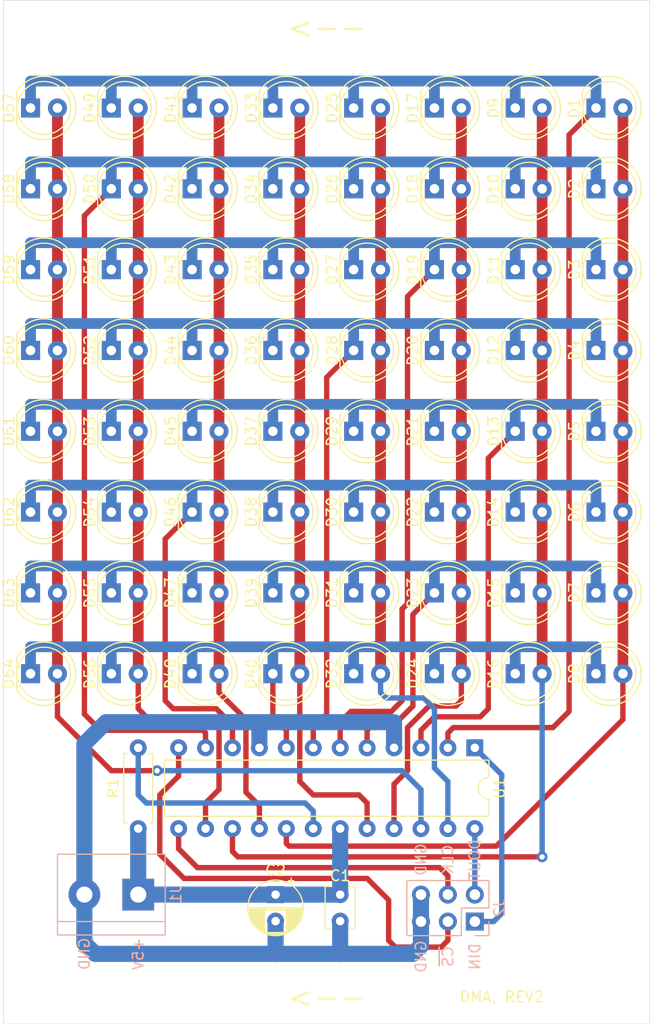
<source format=kicad_pcb>
(kicad_pcb (version 20171130) (host pcbnew "(5.1.0)-1")

  (general
    (thickness 1.6)
    (drawings 15)
    (tracks 265)
    (zones 0)
    (modules 74)
    (nets 24)
  )

  (page A4)
  (layers
    (0 F.Cu signal)
    (31 B.Cu signal)
    (32 B.Adhes user)
    (33 F.Adhes user)
    (34 B.Paste user)
    (35 F.Paste user)
    (36 B.SilkS user)
    (37 F.SilkS user)
    (38 B.Mask user)
    (39 F.Mask user)
    (40 Dwgs.User user)
    (41 Cmts.User user)
    (42 Eco1.User user)
    (43 Eco2.User user)
    (44 Edge.Cuts user)
    (45 Margin user)
    (46 B.CrtYd user)
    (47 F.CrtYd user)
    (48 B.Fab user hide)
    (49 F.Fab user hide)
  )

  (setup
    (last_trace_width 1.016)
    (user_trace_width 1.016)
    (user_trace_width 1.524)
    (trace_clearance 0.2032)
    (zone_clearance 0.508)
    (zone_45_only no)
    (trace_min 0.2)
    (via_size 1.016)
    (via_drill 0.508)
    (via_min_size 0.4)
    (via_min_drill 0.3)
    (uvia_size 0.3048)
    (uvia_drill 0.1016)
    (uvias_allowed no)
    (uvia_min_size 0.2)
    (uvia_min_drill 0.1)
    (edge_width 0.05)
    (segment_width 0.2)
    (pcb_text_width 0.3)
    (pcb_text_size 1.5 1.5)
    (mod_edge_width 0.12)
    (mod_text_size 1 1)
    (mod_text_width 0.15)
    (pad_size 1.524 1.524)
    (pad_drill 0.762)
    (pad_to_mask_clearance 0.051)
    (solder_mask_min_width 0.25)
    (aux_axis_origin -2.54 86.36)
    (grid_origin -2.54 86.36)
    (visible_elements 7FFFFFFF)
    (pcbplotparams
      (layerselection 0x010f0_ffffffff)
      (usegerberextensions true)
      (usegerberattributes false)
      (usegerberadvancedattributes false)
      (creategerberjobfile false)
      (gerberprecision 5)
      (excludeedgelayer true)
      (linewidth 0.100000)
      (plotframeref false)
      (viasonmask false)
      (mode 1)
      (useauxorigin true)
      (hpglpennumber 1)
      (hpglpenspeed 20)
      (hpglpendiameter 15.000000)
      (psnegative false)
      (psa4output false)
      (plotreference true)
      (plotvalue false)
      (plotinvisibletext false)
      (padsonsilk false)
      (subtractmaskfromsilk true)
      (outputformat 1)
      (mirror false)
      (drillshape 0)
      (scaleselection 1)
      (outputdirectory "GERBERS/"))
  )

  (net 0 "")
  (net 1 +5V)
  (net 2 GND)
  (net 3 /SEG_G)
  (net 4 /DIG0)
  (net 5 /DIG1)
  (net 6 /DIG2)
  (net 7 /DIG3)
  (net 8 /DIG4)
  (net 9 /DIG5)
  (net 10 /DIG6)
  (net 11 /DIG7)
  (net 12 /SEG_F)
  (net 13 /SEG_E)
  (net 14 /SEG_D)
  (net 15 /SEG_C)
  (net 16 /SEG_B)
  (net 17 /SEG_A)
  (net 18 /SEG_DP)
  (net 19 /DIN)
  (net 20 /DOUT)
  (net 21 /~CS)
  (net 22 /CLK)
  (net 23 "Net-(R1-Pad2)")

  (net_class Default "This is the default net class."
    (clearance 0.2032)
    (trace_width 0.508)
    (via_dia 1.016)
    (via_drill 0.508)
    (uvia_dia 0.3048)
    (uvia_drill 0.1016)
    (diff_pair_width 0.2032)
    (diff_pair_gap 0.25)
    (add_net +5V)
    (add_net /CLK)
    (add_net /DIG0)
    (add_net /DIG1)
    (add_net /DIG2)
    (add_net /DIG3)
    (add_net /DIG4)
    (add_net /DIG5)
    (add_net /DIG6)
    (add_net /DIG7)
    (add_net /DIN)
    (add_net /DOUT)
    (add_net /SEG_A)
    (add_net /SEG_B)
    (add_net /SEG_C)
    (add_net /SEG_D)
    (add_net /SEG_DP)
    (add_net /SEG_E)
    (add_net /SEG_F)
    (add_net /SEG_G)
    (add_net /~CS)
    (add_net GND)
    (add_net "Net-(R1-Pad2)")
  )

  (module LED_THT:LED_D5.0mm locked (layer F.Cu) (tedit 5995936A) (tstamp 64350F3B)
    (at 53.34 0)
    (descr "LED, diameter 5.0mm, 2 pins, http://cdn-reichelt.de/documents/datenblatt/A500/LL-504BC2E-009.pdf")
    (tags "LED diameter 5.0mm 2 pins")
    (path /6458014F)
    (fp_text reference D1 (at -2.032 0 90) (layer F.SilkS)
      (effects (font (size 1 1) (thickness 0.15)))
    )
    (fp_text value LED (at 1.27 3.96) (layer F.Fab)
      (effects (font (size 1 1) (thickness 0.15)))
    )
    (fp_text user %R (at 1.25 0) (layer F.Fab)
      (effects (font (size 0.8 0.8) (thickness 0.2)))
    )
    (fp_line (start 4.5 -3.25) (end -1.95 -3.25) (layer F.CrtYd) (width 0.05))
    (fp_line (start 4.5 3.25) (end 4.5 -3.25) (layer F.CrtYd) (width 0.05))
    (fp_line (start -1.95 3.25) (end 4.5 3.25) (layer F.CrtYd) (width 0.05))
    (fp_line (start -1.95 -3.25) (end -1.95 3.25) (layer F.CrtYd) (width 0.05))
    (fp_line (start -1.29 -1.545) (end -1.29 1.545) (layer F.SilkS) (width 0.12))
    (fp_line (start -1.23 -1.469694) (end -1.23 1.469694) (layer F.Fab) (width 0.1))
    (fp_circle (center 1.27 0) (end 3.77 0) (layer F.SilkS) (width 0.12))
    (fp_circle (center 1.27 0) (end 3.77 0) (layer F.Fab) (width 0.1))
    (fp_arc (start 1.27 0) (end -1.29 1.54483) (angle -148.9) (layer F.SilkS) (width 0.12))
    (fp_arc (start 1.27 0) (end -1.29 -1.54483) (angle 148.9) (layer F.SilkS) (width 0.12))
    (fp_arc (start 1.27 0) (end -1.23 -1.469694) (angle 299.1) (layer F.Fab) (width 0.1))
    (pad 2 thru_hole circle (at 2.54 0) (size 1.8 1.8) (drill 0.9) (layers *.Cu *.Mask)
      (net 3 /SEG_G))
    (pad 1 thru_hole rect (at 0 0) (size 1.8 1.8) (drill 0.9) (layers *.Cu *.Mask)
      (net 4 /DIG0))
    (model ${KISYS3DMOD}/LED_THT.3dshapes/LED_D5.0mm.wrl
      (at (xyz 0 0 0))
      (scale (xyz 1 1 1))
      (rotate (xyz 0 0 0))
    )
  )

  (module LED_THT:LED_D5.0mm locked (layer F.Cu) (tedit 5995936A) (tstamp 64350F4D)
    (at 53.34 7.62)
    (descr "LED, diameter 5.0mm, 2 pins, http://cdn-reichelt.de/documents/datenblatt/A500/LL-504BC2E-009.pdf")
    (tags "LED diameter 5.0mm 2 pins")
    (path /64536A85)
    (fp_text reference D2 (at -2.032 0 90) (layer F.SilkS)
      (effects (font (size 1 1) (thickness 0.15)))
    )
    (fp_text value LED (at 1.27 3.96) (layer F.Fab)
      (effects (font (size 1 1) (thickness 0.15)))
    )
    (fp_text user %R (at 1.25 0) (layer F.Fab)
      (effects (font (size 0.8 0.8) (thickness 0.2)))
    )
    (fp_line (start 4.5 -3.25) (end -1.95 -3.25) (layer F.CrtYd) (width 0.05))
    (fp_line (start 4.5 3.25) (end 4.5 -3.25) (layer F.CrtYd) (width 0.05))
    (fp_line (start -1.95 3.25) (end 4.5 3.25) (layer F.CrtYd) (width 0.05))
    (fp_line (start -1.95 -3.25) (end -1.95 3.25) (layer F.CrtYd) (width 0.05))
    (fp_line (start -1.29 -1.545) (end -1.29 1.545) (layer F.SilkS) (width 0.12))
    (fp_line (start -1.23 -1.469694) (end -1.23 1.469694) (layer F.Fab) (width 0.1))
    (fp_circle (center 1.27 0) (end 3.77 0) (layer F.SilkS) (width 0.12))
    (fp_circle (center 1.27 0) (end 3.77 0) (layer F.Fab) (width 0.1))
    (fp_arc (start 1.27 0) (end -1.29 1.54483) (angle -148.9) (layer F.SilkS) (width 0.12))
    (fp_arc (start 1.27 0) (end -1.29 -1.54483) (angle 148.9) (layer F.SilkS) (width 0.12))
    (fp_arc (start 1.27 0) (end -1.23 -1.469694) (angle 299.1) (layer F.Fab) (width 0.1))
    (pad 2 thru_hole circle (at 2.54 0) (size 1.8 1.8) (drill 0.9) (layers *.Cu *.Mask)
      (net 3 /SEG_G))
    (pad 1 thru_hole rect (at 0 0) (size 1.8 1.8) (drill 0.9) (layers *.Cu *.Mask)
      (net 5 /DIG1))
    (model ${KISYS3DMOD}/LED_THT.3dshapes/LED_D5.0mm.wrl
      (at (xyz 0 0 0))
      (scale (xyz 1 1 1))
      (rotate (xyz 0 0 0))
    )
  )

  (module LED_THT:LED_D5.0mm locked (layer F.Cu) (tedit 5995936A) (tstamp 64350F5F)
    (at 53.34 15.24)
    (descr "LED, diameter 5.0mm, 2 pins, http://cdn-reichelt.de/documents/datenblatt/A500/LL-504BC2E-009.pdf")
    (tags "LED diameter 5.0mm 2 pins")
    (path /6451B038)
    (fp_text reference D3 (at -2.032 0 90) (layer F.SilkS)
      (effects (font (size 1 1) (thickness 0.15)))
    )
    (fp_text value LED (at 1.27 3.96) (layer F.Fab)
      (effects (font (size 1 1) (thickness 0.15)))
    )
    (fp_text user %R (at 1.25 0) (layer F.Fab)
      (effects (font (size 0.8 0.8) (thickness 0.2)))
    )
    (fp_line (start 4.5 -3.25) (end -1.95 -3.25) (layer F.CrtYd) (width 0.05))
    (fp_line (start 4.5 3.25) (end 4.5 -3.25) (layer F.CrtYd) (width 0.05))
    (fp_line (start -1.95 3.25) (end 4.5 3.25) (layer F.CrtYd) (width 0.05))
    (fp_line (start -1.95 -3.25) (end -1.95 3.25) (layer F.CrtYd) (width 0.05))
    (fp_line (start -1.29 -1.545) (end -1.29 1.545) (layer F.SilkS) (width 0.12))
    (fp_line (start -1.23 -1.469694) (end -1.23 1.469694) (layer F.Fab) (width 0.1))
    (fp_circle (center 1.27 0) (end 3.77 0) (layer F.SilkS) (width 0.12))
    (fp_circle (center 1.27 0) (end 3.77 0) (layer F.Fab) (width 0.1))
    (fp_arc (start 1.27 0) (end -1.29 1.54483) (angle -148.9) (layer F.SilkS) (width 0.12))
    (fp_arc (start 1.27 0) (end -1.29 -1.54483) (angle 148.9) (layer F.SilkS) (width 0.12))
    (fp_arc (start 1.27 0) (end -1.23 -1.469694) (angle 299.1) (layer F.Fab) (width 0.1))
    (pad 2 thru_hole circle (at 2.54 0) (size 1.8 1.8) (drill 0.9) (layers *.Cu *.Mask)
      (net 3 /SEG_G))
    (pad 1 thru_hole rect (at 0 0) (size 1.8 1.8) (drill 0.9) (layers *.Cu *.Mask)
      (net 6 /DIG2))
    (model ${KISYS3DMOD}/LED_THT.3dshapes/LED_D5.0mm.wrl
      (at (xyz 0 0 0))
      (scale (xyz 1 1 1))
      (rotate (xyz 0 0 0))
    )
  )

  (module LED_THT:LED_D5.0mm locked (layer F.Cu) (tedit 5995936A) (tstamp 64350F71)
    (at 53.34 22.86)
    (descr "LED, diameter 5.0mm, 2 pins, http://cdn-reichelt.de/documents/datenblatt/A500/LL-504BC2E-009.pdf")
    (tags "LED diameter 5.0mm 2 pins")
    (path /64504E71)
    (fp_text reference D4 (at -2.032 0 90) (layer F.SilkS)
      (effects (font (size 1 1) (thickness 0.15)))
    )
    (fp_text value LED (at 1.27 3.96) (layer F.Fab)
      (effects (font (size 1 1) (thickness 0.15)))
    )
    (fp_arc (start 1.27 0) (end -1.23 -1.469694) (angle 299.1) (layer F.Fab) (width 0.1))
    (fp_arc (start 1.27 0) (end -1.29 -1.54483) (angle 148.9) (layer F.SilkS) (width 0.12))
    (fp_arc (start 1.27 0) (end -1.29 1.54483) (angle -148.9) (layer F.SilkS) (width 0.12))
    (fp_circle (center 1.27 0) (end 3.77 0) (layer F.Fab) (width 0.1))
    (fp_circle (center 1.27 0) (end 3.77 0) (layer F.SilkS) (width 0.12))
    (fp_line (start -1.23 -1.469694) (end -1.23 1.469694) (layer F.Fab) (width 0.1))
    (fp_line (start -1.29 -1.545) (end -1.29 1.545) (layer F.SilkS) (width 0.12))
    (fp_line (start -1.95 -3.25) (end -1.95 3.25) (layer F.CrtYd) (width 0.05))
    (fp_line (start -1.95 3.25) (end 4.5 3.25) (layer F.CrtYd) (width 0.05))
    (fp_line (start 4.5 3.25) (end 4.5 -3.25) (layer F.CrtYd) (width 0.05))
    (fp_line (start 4.5 -3.25) (end -1.95 -3.25) (layer F.CrtYd) (width 0.05))
    (fp_text user %R (at 1.25 0) (layer F.Fab)
      (effects (font (size 0.8 0.8) (thickness 0.2)))
    )
    (pad 1 thru_hole rect (at 0 0) (size 1.8 1.8) (drill 0.9) (layers *.Cu *.Mask)
      (net 7 /DIG3))
    (pad 2 thru_hole circle (at 2.54 0) (size 1.8 1.8) (drill 0.9) (layers *.Cu *.Mask)
      (net 3 /SEG_G))
    (model ${KISYS3DMOD}/LED_THT.3dshapes/LED_D5.0mm.wrl
      (at (xyz 0 0 0))
      (scale (xyz 1 1 1))
      (rotate (xyz 0 0 0))
    )
  )

  (module LED_THT:LED_D5.0mm locked (layer F.Cu) (tedit 5995936A) (tstamp 64350F83)
    (at 53.34 30.48)
    (descr "LED, diameter 5.0mm, 2 pins, http://cdn-reichelt.de/documents/datenblatt/A500/LL-504BC2E-009.pdf")
    (tags "LED diameter 5.0mm 2 pins")
    (path /644EFDA0)
    (fp_text reference D5 (at -2.032 0 90) (layer F.SilkS)
      (effects (font (size 1 1) (thickness 0.15)))
    )
    (fp_text value LED (at 1.27 3.96) (layer F.Fab)
      (effects (font (size 1 1) (thickness 0.15)))
    )
    (fp_text user %R (at 1.25 0) (layer F.Fab)
      (effects (font (size 0.8 0.8) (thickness 0.2)))
    )
    (fp_line (start 4.5 -3.25) (end -1.95 -3.25) (layer F.CrtYd) (width 0.05))
    (fp_line (start 4.5 3.25) (end 4.5 -3.25) (layer F.CrtYd) (width 0.05))
    (fp_line (start -1.95 3.25) (end 4.5 3.25) (layer F.CrtYd) (width 0.05))
    (fp_line (start -1.95 -3.25) (end -1.95 3.25) (layer F.CrtYd) (width 0.05))
    (fp_line (start -1.29 -1.545) (end -1.29 1.545) (layer F.SilkS) (width 0.12))
    (fp_line (start -1.23 -1.469694) (end -1.23 1.469694) (layer F.Fab) (width 0.1))
    (fp_circle (center 1.27 0) (end 3.77 0) (layer F.SilkS) (width 0.12))
    (fp_circle (center 1.27 0) (end 3.77 0) (layer F.Fab) (width 0.1))
    (fp_arc (start 1.27 0) (end -1.29 1.54483) (angle -148.9) (layer F.SilkS) (width 0.12))
    (fp_arc (start 1.27 0) (end -1.29 -1.54483) (angle 148.9) (layer F.SilkS) (width 0.12))
    (fp_arc (start 1.27 0) (end -1.23 -1.469694) (angle 299.1) (layer F.Fab) (width 0.1))
    (pad 2 thru_hole circle (at 2.54 0) (size 1.8 1.8) (drill 0.9) (layers *.Cu *.Mask)
      (net 3 /SEG_G))
    (pad 1 thru_hole rect (at 0 0) (size 1.8 1.8) (drill 0.9) (layers *.Cu *.Mask)
      (net 8 /DIG4))
    (model ${KISYS3DMOD}/LED_THT.3dshapes/LED_D5.0mm.wrl
      (at (xyz 0 0 0))
      (scale (xyz 1 1 1))
      (rotate (xyz 0 0 0))
    )
  )

  (module LED_THT:LED_D5.0mm locked (layer F.Cu) (tedit 5995936A) (tstamp 64350F95)
    (at 53.34 38.1)
    (descr "LED, diameter 5.0mm, 2 pins, http://cdn-reichelt.de/documents/datenblatt/A500/LL-504BC2E-009.pdf")
    (tags "LED diameter 5.0mm 2 pins")
    (path /644DBC4D)
    (fp_text reference D6 (at -2.032 0 90) (layer F.SilkS)
      (effects (font (size 1 1) (thickness 0.15)))
    )
    (fp_text value LED (at 1.27 3.96) (layer F.Fab)
      (effects (font (size 1 1) (thickness 0.15)))
    )
    (fp_arc (start 1.27 0) (end -1.23 -1.469694) (angle 299.1) (layer F.Fab) (width 0.1))
    (fp_arc (start 1.27 0) (end -1.29 -1.54483) (angle 148.9) (layer F.SilkS) (width 0.12))
    (fp_arc (start 1.27 0) (end -1.29 1.54483) (angle -148.9) (layer F.SilkS) (width 0.12))
    (fp_circle (center 1.27 0) (end 3.77 0) (layer F.Fab) (width 0.1))
    (fp_circle (center 1.27 0) (end 3.77 0) (layer F.SilkS) (width 0.12))
    (fp_line (start -1.23 -1.469694) (end -1.23 1.469694) (layer F.Fab) (width 0.1))
    (fp_line (start -1.29 -1.545) (end -1.29 1.545) (layer F.SilkS) (width 0.12))
    (fp_line (start -1.95 -3.25) (end -1.95 3.25) (layer F.CrtYd) (width 0.05))
    (fp_line (start -1.95 3.25) (end 4.5 3.25) (layer F.CrtYd) (width 0.05))
    (fp_line (start 4.5 3.25) (end 4.5 -3.25) (layer F.CrtYd) (width 0.05))
    (fp_line (start 4.5 -3.25) (end -1.95 -3.25) (layer F.CrtYd) (width 0.05))
    (fp_text user %R (at 1.25 0) (layer F.Fab)
      (effects (font (size 0.8 0.8) (thickness 0.2)))
    )
    (pad 1 thru_hole rect (at 0 0) (size 1.8 1.8) (drill 0.9) (layers *.Cu *.Mask)
      (net 9 /DIG5))
    (pad 2 thru_hole circle (at 2.54 0) (size 1.8 1.8) (drill 0.9) (layers *.Cu *.Mask)
      (net 3 /SEG_G))
    (model ${KISYS3DMOD}/LED_THT.3dshapes/LED_D5.0mm.wrl
      (at (xyz 0 0 0))
      (scale (xyz 1 1 1))
      (rotate (xyz 0 0 0))
    )
  )

  (module LED_THT:LED_D5.0mm locked (layer F.Cu) (tedit 5995936A) (tstamp 64350FA7)
    (at 53.34 45.72)
    (descr "LED, diameter 5.0mm, 2 pins, http://cdn-reichelt.de/documents/datenblatt/A500/LL-504BC2E-009.pdf")
    (tags "LED diameter 5.0mm 2 pins")
    (path /644BADFE)
    (fp_text reference D7 (at -2.032 0 90) (layer F.SilkS)
      (effects (font (size 1 1) (thickness 0.15)))
    )
    (fp_text value LED (at 1.27 3.96) (layer F.Fab)
      (effects (font (size 1 1) (thickness 0.15)))
    )
    (fp_text user %R (at 1.25 0) (layer F.Fab)
      (effects (font (size 0.8 0.8) (thickness 0.2)))
    )
    (fp_line (start 4.5 -3.25) (end -1.95 -3.25) (layer F.CrtYd) (width 0.05))
    (fp_line (start 4.5 3.25) (end 4.5 -3.25) (layer F.CrtYd) (width 0.05))
    (fp_line (start -1.95 3.25) (end 4.5 3.25) (layer F.CrtYd) (width 0.05))
    (fp_line (start -1.95 -3.25) (end -1.95 3.25) (layer F.CrtYd) (width 0.05))
    (fp_line (start -1.29 -1.545) (end -1.29 1.545) (layer F.SilkS) (width 0.12))
    (fp_line (start -1.23 -1.469694) (end -1.23 1.469694) (layer F.Fab) (width 0.1))
    (fp_circle (center 1.27 0) (end 3.77 0) (layer F.SilkS) (width 0.12))
    (fp_circle (center 1.27 0) (end 3.77 0) (layer F.Fab) (width 0.1))
    (fp_arc (start 1.27 0) (end -1.29 1.54483) (angle -148.9) (layer F.SilkS) (width 0.12))
    (fp_arc (start 1.27 0) (end -1.29 -1.54483) (angle 148.9) (layer F.SilkS) (width 0.12))
    (fp_arc (start 1.27 0) (end -1.23 -1.469694) (angle 299.1) (layer F.Fab) (width 0.1))
    (pad 2 thru_hole circle (at 2.54 0) (size 1.8 1.8) (drill 0.9) (layers *.Cu *.Mask)
      (net 3 /SEG_G))
    (pad 1 thru_hole rect (at 0 0) (size 1.8 1.8) (drill 0.9) (layers *.Cu *.Mask)
      (net 10 /DIG6))
    (model ${KISYS3DMOD}/LED_THT.3dshapes/LED_D5.0mm.wrl
      (at (xyz 0 0 0))
      (scale (xyz 1 1 1))
      (rotate (xyz 0 0 0))
    )
  )

  (module LED_THT:LED_D5.0mm locked (layer F.Cu) (tedit 5995936A) (tstamp 64350FB9)
    (at 53.34 53.34)
    (descr "LED, diameter 5.0mm, 2 pins, http://cdn-reichelt.de/documents/datenblatt/A500/LL-504BC2E-009.pdf")
    (tags "LED diameter 5.0mm 2 pins")
    (path /618896AB)
    (fp_text reference D8 (at -2.032 0 90) (layer F.SilkS)
      (effects (font (size 1 1) (thickness 0.15)))
    )
    (fp_text value LED (at 1.27 3.96) (layer F.Fab)
      (effects (font (size 1 1) (thickness 0.15)))
    )
    (fp_text user %R (at 1.25 0) (layer F.Fab)
      (effects (font (size 0.8 0.8) (thickness 0.2)))
    )
    (fp_line (start 4.5 -3.25) (end -1.95 -3.25) (layer F.CrtYd) (width 0.05))
    (fp_line (start 4.5 3.25) (end 4.5 -3.25) (layer F.CrtYd) (width 0.05))
    (fp_line (start -1.95 3.25) (end 4.5 3.25) (layer F.CrtYd) (width 0.05))
    (fp_line (start -1.95 -3.25) (end -1.95 3.25) (layer F.CrtYd) (width 0.05))
    (fp_line (start -1.29 -1.545) (end -1.29 1.545) (layer F.SilkS) (width 0.12))
    (fp_line (start -1.23 -1.469694) (end -1.23 1.469694) (layer F.Fab) (width 0.1))
    (fp_circle (center 1.27 0) (end 3.77 0) (layer F.SilkS) (width 0.12))
    (fp_circle (center 1.27 0) (end 3.77 0) (layer F.Fab) (width 0.1))
    (fp_arc (start 1.27 0) (end -1.29 1.54483) (angle -148.9) (layer F.SilkS) (width 0.12))
    (fp_arc (start 1.27 0) (end -1.29 -1.54483) (angle 148.9) (layer F.SilkS) (width 0.12))
    (fp_arc (start 1.27 0) (end -1.23 -1.469694) (angle 299.1) (layer F.Fab) (width 0.1))
    (pad 2 thru_hole circle (at 2.54 0) (size 1.8 1.8) (drill 0.9) (layers *.Cu *.Mask)
      (net 3 /SEG_G))
    (pad 1 thru_hole rect (at 0 0) (size 1.8 1.8) (drill 0.9) (layers *.Cu *.Mask)
      (net 11 /DIG7))
    (model ${KISYS3DMOD}/LED_THT.3dshapes/LED_D5.0mm.wrl
      (at (xyz 0 0 0))
      (scale (xyz 1 1 1))
      (rotate (xyz 0 0 0))
    )
  )

  (module LED_THT:LED_D5.0mm locked (layer F.Cu) (tedit 5995936A) (tstamp 64350FCB)
    (at 45.72 0)
    (descr "LED, diameter 5.0mm, 2 pins, http://cdn-reichelt.de/documents/datenblatt/A500/LL-504BC2E-009.pdf")
    (tags "LED diameter 5.0mm 2 pins")
    (path /64580155)
    (fp_text reference D9 (at -2.032 0 90) (layer F.SilkS)
      (effects (font (size 1 1) (thickness 0.15)))
    )
    (fp_text value LED (at 1.27 3.96) (layer F.Fab)
      (effects (font (size 1 1) (thickness 0.15)))
    )
    (fp_arc (start 1.27 0) (end -1.23 -1.469694) (angle 299.1) (layer F.Fab) (width 0.1))
    (fp_arc (start 1.27 0) (end -1.29 -1.54483) (angle 148.9) (layer F.SilkS) (width 0.12))
    (fp_arc (start 1.27 0) (end -1.29 1.54483) (angle -148.9) (layer F.SilkS) (width 0.12))
    (fp_circle (center 1.27 0) (end 3.77 0) (layer F.Fab) (width 0.1))
    (fp_circle (center 1.27 0) (end 3.77 0) (layer F.SilkS) (width 0.12))
    (fp_line (start -1.23 -1.469694) (end -1.23 1.469694) (layer F.Fab) (width 0.1))
    (fp_line (start -1.29 -1.545) (end -1.29 1.545) (layer F.SilkS) (width 0.12))
    (fp_line (start -1.95 -3.25) (end -1.95 3.25) (layer F.CrtYd) (width 0.05))
    (fp_line (start -1.95 3.25) (end 4.5 3.25) (layer F.CrtYd) (width 0.05))
    (fp_line (start 4.5 3.25) (end 4.5 -3.25) (layer F.CrtYd) (width 0.05))
    (fp_line (start 4.5 -3.25) (end -1.95 -3.25) (layer F.CrtYd) (width 0.05))
    (fp_text user %R (at 1.25 0) (layer F.Fab)
      (effects (font (size 0.8 0.8) (thickness 0.2)))
    )
    (pad 1 thru_hole rect (at 0 0) (size 1.8 1.8) (drill 0.9) (layers *.Cu *.Mask)
      (net 4 /DIG0))
    (pad 2 thru_hole circle (at 2.54 0) (size 1.8 1.8) (drill 0.9) (layers *.Cu *.Mask)
      (net 12 /SEG_F))
    (model ${KISYS3DMOD}/LED_THT.3dshapes/LED_D5.0mm.wrl
      (at (xyz 0 0 0))
      (scale (xyz 1 1 1))
      (rotate (xyz 0 0 0))
    )
  )

  (module LED_THT:LED_D5.0mm locked (layer F.Cu) (tedit 5995936A) (tstamp 64350FDD)
    (at 45.72 7.62)
    (descr "LED, diameter 5.0mm, 2 pins, http://cdn-reichelt.de/documents/datenblatt/A500/LL-504BC2E-009.pdf")
    (tags "LED diameter 5.0mm 2 pins")
    (path /64536A8B)
    (fp_text reference D10 (at -2.032 0 90) (layer F.SilkS)
      (effects (font (size 1 1) (thickness 0.15)))
    )
    (fp_text value LED (at 1.27 3.96) (layer F.Fab)
      (effects (font (size 1 1) (thickness 0.15)))
    )
    (fp_arc (start 1.27 0) (end -1.23 -1.469694) (angle 299.1) (layer F.Fab) (width 0.1))
    (fp_arc (start 1.27 0) (end -1.29 -1.54483) (angle 148.9) (layer F.SilkS) (width 0.12))
    (fp_arc (start 1.27 0) (end -1.29 1.54483) (angle -148.9) (layer F.SilkS) (width 0.12))
    (fp_circle (center 1.27 0) (end 3.77 0) (layer F.Fab) (width 0.1))
    (fp_circle (center 1.27 0) (end 3.77 0) (layer F.SilkS) (width 0.12))
    (fp_line (start -1.23 -1.469694) (end -1.23 1.469694) (layer F.Fab) (width 0.1))
    (fp_line (start -1.29 -1.545) (end -1.29 1.545) (layer F.SilkS) (width 0.12))
    (fp_line (start -1.95 -3.25) (end -1.95 3.25) (layer F.CrtYd) (width 0.05))
    (fp_line (start -1.95 3.25) (end 4.5 3.25) (layer F.CrtYd) (width 0.05))
    (fp_line (start 4.5 3.25) (end 4.5 -3.25) (layer F.CrtYd) (width 0.05))
    (fp_line (start 4.5 -3.25) (end -1.95 -3.25) (layer F.CrtYd) (width 0.05))
    (fp_text user %R (at 1.25 0) (layer F.Fab)
      (effects (font (size 0.8 0.8) (thickness 0.2)))
    )
    (pad 1 thru_hole rect (at 0 0) (size 1.8 1.8) (drill 0.9) (layers *.Cu *.Mask)
      (net 5 /DIG1))
    (pad 2 thru_hole circle (at 2.54 0) (size 1.8 1.8) (drill 0.9) (layers *.Cu *.Mask)
      (net 12 /SEG_F))
    (model ${KISYS3DMOD}/LED_THT.3dshapes/LED_D5.0mm.wrl
      (at (xyz 0 0 0))
      (scale (xyz 1 1 1))
      (rotate (xyz 0 0 0))
    )
  )

  (module LED_THT:LED_D5.0mm locked (layer F.Cu) (tedit 5995936A) (tstamp 64350FEF)
    (at 45.72 15.24)
    (descr "LED, diameter 5.0mm, 2 pins, http://cdn-reichelt.de/documents/datenblatt/A500/LL-504BC2E-009.pdf")
    (tags "LED diameter 5.0mm 2 pins")
    (path /6451B03E)
    (fp_text reference D11 (at -2.032 0 90) (layer F.SilkS)
      (effects (font (size 1 1) (thickness 0.15)))
    )
    (fp_text value LED (at 1.27 3.96) (layer F.Fab)
      (effects (font (size 1 1) (thickness 0.15)))
    )
    (fp_arc (start 1.27 0) (end -1.23 -1.469694) (angle 299.1) (layer F.Fab) (width 0.1))
    (fp_arc (start 1.27 0) (end -1.29 -1.54483) (angle 148.9) (layer F.SilkS) (width 0.12))
    (fp_arc (start 1.27 0) (end -1.29 1.54483) (angle -148.9) (layer F.SilkS) (width 0.12))
    (fp_circle (center 1.27 0) (end 3.77 0) (layer F.Fab) (width 0.1))
    (fp_circle (center 1.27 0) (end 3.77 0) (layer F.SilkS) (width 0.12))
    (fp_line (start -1.23 -1.469694) (end -1.23 1.469694) (layer F.Fab) (width 0.1))
    (fp_line (start -1.29 -1.545) (end -1.29 1.545) (layer F.SilkS) (width 0.12))
    (fp_line (start -1.95 -3.25) (end -1.95 3.25) (layer F.CrtYd) (width 0.05))
    (fp_line (start -1.95 3.25) (end 4.5 3.25) (layer F.CrtYd) (width 0.05))
    (fp_line (start 4.5 3.25) (end 4.5 -3.25) (layer F.CrtYd) (width 0.05))
    (fp_line (start 4.5 -3.25) (end -1.95 -3.25) (layer F.CrtYd) (width 0.05))
    (fp_text user %R (at 1.25 0) (layer F.Fab)
      (effects (font (size 0.8 0.8) (thickness 0.2)))
    )
    (pad 1 thru_hole rect (at 0 0) (size 1.8 1.8) (drill 0.9) (layers *.Cu *.Mask)
      (net 6 /DIG2))
    (pad 2 thru_hole circle (at 2.54 0) (size 1.8 1.8) (drill 0.9) (layers *.Cu *.Mask)
      (net 12 /SEG_F))
    (model ${KISYS3DMOD}/LED_THT.3dshapes/LED_D5.0mm.wrl
      (at (xyz 0 0 0))
      (scale (xyz 1 1 1))
      (rotate (xyz 0 0 0))
    )
  )

  (module LED_THT:LED_D5.0mm locked (layer F.Cu) (tedit 5995936A) (tstamp 64351001)
    (at 45.72 22.86)
    (descr "LED, diameter 5.0mm, 2 pins, http://cdn-reichelt.de/documents/datenblatt/A500/LL-504BC2E-009.pdf")
    (tags "LED diameter 5.0mm 2 pins")
    (path /64504E77)
    (fp_text reference D12 (at -2.032 0 90) (layer F.SilkS)
      (effects (font (size 1 1) (thickness 0.15)))
    )
    (fp_text value LED (at 1.27 3.96) (layer F.Fab)
      (effects (font (size 1 1) (thickness 0.15)))
    )
    (fp_text user %R (at 1.25 0) (layer F.Fab)
      (effects (font (size 0.8 0.8) (thickness 0.2)))
    )
    (fp_line (start 4.5 -3.25) (end -1.95 -3.25) (layer F.CrtYd) (width 0.05))
    (fp_line (start 4.5 3.25) (end 4.5 -3.25) (layer F.CrtYd) (width 0.05))
    (fp_line (start -1.95 3.25) (end 4.5 3.25) (layer F.CrtYd) (width 0.05))
    (fp_line (start -1.95 -3.25) (end -1.95 3.25) (layer F.CrtYd) (width 0.05))
    (fp_line (start -1.29 -1.545) (end -1.29 1.545) (layer F.SilkS) (width 0.12))
    (fp_line (start -1.23 -1.469694) (end -1.23 1.469694) (layer F.Fab) (width 0.1))
    (fp_circle (center 1.27 0) (end 3.77 0) (layer F.SilkS) (width 0.12))
    (fp_circle (center 1.27 0) (end 3.77 0) (layer F.Fab) (width 0.1))
    (fp_arc (start 1.27 0) (end -1.29 1.54483) (angle -148.9) (layer F.SilkS) (width 0.12))
    (fp_arc (start 1.27 0) (end -1.29 -1.54483) (angle 148.9) (layer F.SilkS) (width 0.12))
    (fp_arc (start 1.27 0) (end -1.23 -1.469694) (angle 299.1) (layer F.Fab) (width 0.1))
    (pad 2 thru_hole circle (at 2.54 0) (size 1.8 1.8) (drill 0.9) (layers *.Cu *.Mask)
      (net 12 /SEG_F))
    (pad 1 thru_hole rect (at 0 0) (size 1.8 1.8) (drill 0.9) (layers *.Cu *.Mask)
      (net 7 /DIG3))
    (model ${KISYS3DMOD}/LED_THT.3dshapes/LED_D5.0mm.wrl
      (at (xyz 0 0 0))
      (scale (xyz 1 1 1))
      (rotate (xyz 0 0 0))
    )
  )

  (module LED_THT:LED_D5.0mm locked (layer F.Cu) (tedit 5995936A) (tstamp 64351013)
    (at 45.72 30.48)
    (descr "LED, diameter 5.0mm, 2 pins, http://cdn-reichelt.de/documents/datenblatt/A500/LL-504BC2E-009.pdf")
    (tags "LED diameter 5.0mm 2 pins")
    (path /644EFDA6)
    (fp_text reference D13 (at -2.032 0 90) (layer F.SilkS)
      (effects (font (size 1 1) (thickness 0.15)))
    )
    (fp_text value LED (at 1.27 3.96) (layer F.Fab)
      (effects (font (size 1 1) (thickness 0.15)))
    )
    (fp_arc (start 1.27 0) (end -1.23 -1.469694) (angle 299.1) (layer F.Fab) (width 0.1))
    (fp_arc (start 1.27 0) (end -1.29 -1.54483) (angle 148.9) (layer F.SilkS) (width 0.12))
    (fp_arc (start 1.27 0) (end -1.29 1.54483) (angle -148.9) (layer F.SilkS) (width 0.12))
    (fp_circle (center 1.27 0) (end 3.77 0) (layer F.Fab) (width 0.1))
    (fp_circle (center 1.27 0) (end 3.77 0) (layer F.SilkS) (width 0.12))
    (fp_line (start -1.23 -1.469694) (end -1.23 1.469694) (layer F.Fab) (width 0.1))
    (fp_line (start -1.29 -1.545) (end -1.29 1.545) (layer F.SilkS) (width 0.12))
    (fp_line (start -1.95 -3.25) (end -1.95 3.25) (layer F.CrtYd) (width 0.05))
    (fp_line (start -1.95 3.25) (end 4.5 3.25) (layer F.CrtYd) (width 0.05))
    (fp_line (start 4.5 3.25) (end 4.5 -3.25) (layer F.CrtYd) (width 0.05))
    (fp_line (start 4.5 -3.25) (end -1.95 -3.25) (layer F.CrtYd) (width 0.05))
    (fp_text user %R (at 1.25 0) (layer F.Fab)
      (effects (font (size 0.8 0.8) (thickness 0.2)))
    )
    (pad 1 thru_hole rect (at 0 0) (size 1.8 1.8) (drill 0.9) (layers *.Cu *.Mask)
      (net 8 /DIG4))
    (pad 2 thru_hole circle (at 2.54 0) (size 1.8 1.8) (drill 0.9) (layers *.Cu *.Mask)
      (net 12 /SEG_F))
    (model ${KISYS3DMOD}/LED_THT.3dshapes/LED_D5.0mm.wrl
      (at (xyz 0 0 0))
      (scale (xyz 1 1 1))
      (rotate (xyz 0 0 0))
    )
  )

  (module LED_THT:LED_D5.0mm locked (layer F.Cu) (tedit 5995936A) (tstamp 64351025)
    (at 45.72 38.1)
    (descr "LED, diameter 5.0mm, 2 pins, http://cdn-reichelt.de/documents/datenblatt/A500/LL-504BC2E-009.pdf")
    (tags "LED diameter 5.0mm 2 pins")
    (path /644DBC53)
    (fp_text reference D14 (at -2.032 0 90) (layer F.SilkS)
      (effects (font (size 1 1) (thickness 0.15)))
    )
    (fp_text value LED (at 1.27 3.96) (layer F.Fab)
      (effects (font (size 1 1) (thickness 0.15)))
    )
    (fp_text user %R (at 1.25 0) (layer F.Fab)
      (effects (font (size 0.8 0.8) (thickness 0.2)))
    )
    (fp_line (start 4.5 -3.25) (end -1.95 -3.25) (layer F.CrtYd) (width 0.05))
    (fp_line (start 4.5 3.25) (end 4.5 -3.25) (layer F.CrtYd) (width 0.05))
    (fp_line (start -1.95 3.25) (end 4.5 3.25) (layer F.CrtYd) (width 0.05))
    (fp_line (start -1.95 -3.25) (end -1.95 3.25) (layer F.CrtYd) (width 0.05))
    (fp_line (start -1.29 -1.545) (end -1.29 1.545) (layer F.SilkS) (width 0.12))
    (fp_line (start -1.23 -1.469694) (end -1.23 1.469694) (layer F.Fab) (width 0.1))
    (fp_circle (center 1.27 0) (end 3.77 0) (layer F.SilkS) (width 0.12))
    (fp_circle (center 1.27 0) (end 3.77 0) (layer F.Fab) (width 0.1))
    (fp_arc (start 1.27 0) (end -1.29 1.54483) (angle -148.9) (layer F.SilkS) (width 0.12))
    (fp_arc (start 1.27 0) (end -1.29 -1.54483) (angle 148.9) (layer F.SilkS) (width 0.12))
    (fp_arc (start 1.27 0) (end -1.23 -1.469694) (angle 299.1) (layer F.Fab) (width 0.1))
    (pad 2 thru_hole circle (at 2.54 0) (size 1.8 1.8) (drill 0.9) (layers *.Cu *.Mask)
      (net 12 /SEG_F))
    (pad 1 thru_hole rect (at 0 0) (size 1.8 1.8) (drill 0.9) (layers *.Cu *.Mask)
      (net 9 /DIG5))
    (model ${KISYS3DMOD}/LED_THT.3dshapes/LED_D5.0mm.wrl
      (at (xyz 0 0 0))
      (scale (xyz 1 1 1))
      (rotate (xyz 0 0 0))
    )
  )

  (module LED_THT:LED_D5.0mm locked (layer F.Cu) (tedit 5995936A) (tstamp 64351037)
    (at 45.72 45.72)
    (descr "LED, diameter 5.0mm, 2 pins, http://cdn-reichelt.de/documents/datenblatt/A500/LL-504BC2E-009.pdf")
    (tags "LED diameter 5.0mm 2 pins")
    (path /644BAE04)
    (fp_text reference D15 (at -2.032 0 90) (layer F.SilkS)
      (effects (font (size 1 1) (thickness 0.15)))
    )
    (fp_text value LED (at 1.27 3.96) (layer F.Fab)
      (effects (font (size 1 1) (thickness 0.15)))
    )
    (fp_text user %R (at 1.25 0) (layer F.Fab)
      (effects (font (size 0.8 0.8) (thickness 0.2)))
    )
    (fp_line (start 4.5 -3.25) (end -1.95 -3.25) (layer F.CrtYd) (width 0.05))
    (fp_line (start 4.5 3.25) (end 4.5 -3.25) (layer F.CrtYd) (width 0.05))
    (fp_line (start -1.95 3.25) (end 4.5 3.25) (layer F.CrtYd) (width 0.05))
    (fp_line (start -1.95 -3.25) (end -1.95 3.25) (layer F.CrtYd) (width 0.05))
    (fp_line (start -1.29 -1.545) (end -1.29 1.545) (layer F.SilkS) (width 0.12))
    (fp_line (start -1.23 -1.469694) (end -1.23 1.469694) (layer F.Fab) (width 0.1))
    (fp_circle (center 1.27 0) (end 3.77 0) (layer F.SilkS) (width 0.12))
    (fp_circle (center 1.27 0) (end 3.77 0) (layer F.Fab) (width 0.1))
    (fp_arc (start 1.27 0) (end -1.29 1.54483) (angle -148.9) (layer F.SilkS) (width 0.12))
    (fp_arc (start 1.27 0) (end -1.29 -1.54483) (angle 148.9) (layer F.SilkS) (width 0.12))
    (fp_arc (start 1.27 0) (end -1.23 -1.469694) (angle 299.1) (layer F.Fab) (width 0.1))
    (pad 2 thru_hole circle (at 2.54 0) (size 1.8 1.8) (drill 0.9) (layers *.Cu *.Mask)
      (net 12 /SEG_F))
    (pad 1 thru_hole rect (at 0 0) (size 1.8 1.8) (drill 0.9) (layers *.Cu *.Mask)
      (net 10 /DIG6))
    (model ${KISYS3DMOD}/LED_THT.3dshapes/LED_D5.0mm.wrl
      (at (xyz 0 0 0))
      (scale (xyz 1 1 1))
      (rotate (xyz 0 0 0))
    )
  )

  (module LED_THT:LED_D5.0mm locked (layer F.Cu) (tedit 5995936A) (tstamp 64351049)
    (at 45.72 53.34)
    (descr "LED, diameter 5.0mm, 2 pins, http://cdn-reichelt.de/documents/datenblatt/A500/LL-504BC2E-009.pdf")
    (tags "LED diameter 5.0mm 2 pins")
    (path /618E2627)
    (fp_text reference D16 (at -2.032 0 90) (layer F.SilkS)
      (effects (font (size 1 1) (thickness 0.15)))
    )
    (fp_text value LED (at 1.27 3.96) (layer F.Fab)
      (effects (font (size 1 1) (thickness 0.15)))
    )
    (fp_text user %R (at 1.25 0) (layer F.Fab)
      (effects (font (size 0.8 0.8) (thickness 0.2)))
    )
    (fp_line (start 4.5 -3.25) (end -1.95 -3.25) (layer F.CrtYd) (width 0.05))
    (fp_line (start 4.5 3.25) (end 4.5 -3.25) (layer F.CrtYd) (width 0.05))
    (fp_line (start -1.95 3.25) (end 4.5 3.25) (layer F.CrtYd) (width 0.05))
    (fp_line (start -1.95 -3.25) (end -1.95 3.25) (layer F.CrtYd) (width 0.05))
    (fp_line (start -1.29 -1.545) (end -1.29 1.545) (layer F.SilkS) (width 0.12))
    (fp_line (start -1.23 -1.469694) (end -1.23 1.469694) (layer F.Fab) (width 0.1))
    (fp_circle (center 1.27 0) (end 3.77 0) (layer F.SilkS) (width 0.12))
    (fp_circle (center 1.27 0) (end 3.77 0) (layer F.Fab) (width 0.1))
    (fp_arc (start 1.27 0) (end -1.29 1.54483) (angle -148.9) (layer F.SilkS) (width 0.12))
    (fp_arc (start 1.27 0) (end -1.29 -1.54483) (angle 148.9) (layer F.SilkS) (width 0.12))
    (fp_arc (start 1.27 0) (end -1.23 -1.469694) (angle 299.1) (layer F.Fab) (width 0.1))
    (pad 2 thru_hole circle (at 2.54 0) (size 1.8 1.8) (drill 0.9) (layers *.Cu *.Mask)
      (net 12 /SEG_F))
    (pad 1 thru_hole rect (at 0 0) (size 1.8 1.8) (drill 0.9) (layers *.Cu *.Mask)
      (net 11 /DIG7))
    (model ${KISYS3DMOD}/LED_THT.3dshapes/LED_D5.0mm.wrl
      (at (xyz 0 0 0))
      (scale (xyz 1 1 1))
      (rotate (xyz 0 0 0))
    )
  )

  (module LED_THT:LED_D5.0mm locked (layer F.Cu) (tedit 5995936A) (tstamp 6435105B)
    (at 38.1 0)
    (descr "LED, diameter 5.0mm, 2 pins, http://cdn-reichelt.de/documents/datenblatt/A500/LL-504BC2E-009.pdf")
    (tags "LED diameter 5.0mm 2 pins")
    (path /6458015B)
    (fp_text reference D17 (at -2.032 0 90) (layer F.SilkS)
      (effects (font (size 1 1) (thickness 0.15)))
    )
    (fp_text value LED (at 1.27 3.96) (layer F.Fab)
      (effects (font (size 1 1) (thickness 0.15)))
    )
    (fp_text user %R (at 1.25 0) (layer F.Fab)
      (effects (font (size 0.8 0.8) (thickness 0.2)))
    )
    (fp_line (start 4.5 -3.25) (end -1.95 -3.25) (layer F.CrtYd) (width 0.05))
    (fp_line (start 4.5 3.25) (end 4.5 -3.25) (layer F.CrtYd) (width 0.05))
    (fp_line (start -1.95 3.25) (end 4.5 3.25) (layer F.CrtYd) (width 0.05))
    (fp_line (start -1.95 -3.25) (end -1.95 3.25) (layer F.CrtYd) (width 0.05))
    (fp_line (start -1.29 -1.545) (end -1.29 1.545) (layer F.SilkS) (width 0.12))
    (fp_line (start -1.23 -1.469694) (end -1.23 1.469694) (layer F.Fab) (width 0.1))
    (fp_circle (center 1.27 0) (end 3.77 0) (layer F.SilkS) (width 0.12))
    (fp_circle (center 1.27 0) (end 3.77 0) (layer F.Fab) (width 0.1))
    (fp_arc (start 1.27 0) (end -1.29 1.54483) (angle -148.9) (layer F.SilkS) (width 0.12))
    (fp_arc (start 1.27 0) (end -1.29 -1.54483) (angle 148.9) (layer F.SilkS) (width 0.12))
    (fp_arc (start 1.27 0) (end -1.23 -1.469694) (angle 299.1) (layer F.Fab) (width 0.1))
    (pad 2 thru_hole circle (at 2.54 0) (size 1.8 1.8) (drill 0.9) (layers *.Cu *.Mask)
      (net 13 /SEG_E))
    (pad 1 thru_hole rect (at 0 0) (size 1.8 1.8) (drill 0.9) (layers *.Cu *.Mask)
      (net 4 /DIG0))
    (model ${KISYS3DMOD}/LED_THT.3dshapes/LED_D5.0mm.wrl
      (at (xyz 0 0 0))
      (scale (xyz 1 1 1))
      (rotate (xyz 0 0 0))
    )
  )

  (module LED_THT:LED_D5.0mm locked (layer F.Cu) (tedit 5995936A) (tstamp 6435106D)
    (at 38.1 7.62)
    (descr "LED, diameter 5.0mm, 2 pins, http://cdn-reichelt.de/documents/datenblatt/A500/LL-504BC2E-009.pdf")
    (tags "LED diameter 5.0mm 2 pins")
    (path /64536A91)
    (fp_text reference D18 (at -2.032 0 90) (layer F.SilkS)
      (effects (font (size 1 1) (thickness 0.15)))
    )
    (fp_text value LED (at 1.27 3.96) (layer F.Fab)
      (effects (font (size 1 1) (thickness 0.15)))
    )
    (fp_text user %R (at 1.25 0) (layer F.Fab)
      (effects (font (size 0.8 0.8) (thickness 0.2)))
    )
    (fp_line (start 4.5 -3.25) (end -1.95 -3.25) (layer F.CrtYd) (width 0.05))
    (fp_line (start 4.5 3.25) (end 4.5 -3.25) (layer F.CrtYd) (width 0.05))
    (fp_line (start -1.95 3.25) (end 4.5 3.25) (layer F.CrtYd) (width 0.05))
    (fp_line (start -1.95 -3.25) (end -1.95 3.25) (layer F.CrtYd) (width 0.05))
    (fp_line (start -1.29 -1.545) (end -1.29 1.545) (layer F.SilkS) (width 0.12))
    (fp_line (start -1.23 -1.469694) (end -1.23 1.469694) (layer F.Fab) (width 0.1))
    (fp_circle (center 1.27 0) (end 3.77 0) (layer F.SilkS) (width 0.12))
    (fp_circle (center 1.27 0) (end 3.77 0) (layer F.Fab) (width 0.1))
    (fp_arc (start 1.27 0) (end -1.29 1.54483) (angle -148.9) (layer F.SilkS) (width 0.12))
    (fp_arc (start 1.27 0) (end -1.29 -1.54483) (angle 148.9) (layer F.SilkS) (width 0.12))
    (fp_arc (start 1.27 0) (end -1.23 -1.469694) (angle 299.1) (layer F.Fab) (width 0.1))
    (pad 2 thru_hole circle (at 2.54 0) (size 1.8 1.8) (drill 0.9) (layers *.Cu *.Mask)
      (net 13 /SEG_E))
    (pad 1 thru_hole rect (at 0 0) (size 1.8 1.8) (drill 0.9) (layers *.Cu *.Mask)
      (net 5 /DIG1))
    (model ${KISYS3DMOD}/LED_THT.3dshapes/LED_D5.0mm.wrl
      (at (xyz 0 0 0))
      (scale (xyz 1 1 1))
      (rotate (xyz 0 0 0))
    )
  )

  (module LED_THT:LED_D5.0mm locked (layer F.Cu) (tedit 5995936A) (tstamp 6435107F)
    (at 38.1 15.24)
    (descr "LED, diameter 5.0mm, 2 pins, http://cdn-reichelt.de/documents/datenblatt/A500/LL-504BC2E-009.pdf")
    (tags "LED diameter 5.0mm 2 pins")
    (path /6451B044)
    (fp_text reference D19 (at -2.032 0 90) (layer F.SilkS)
      (effects (font (size 1 1) (thickness 0.15)))
    )
    (fp_text value LED (at 1.27 3.96) (layer F.Fab)
      (effects (font (size 1 1) (thickness 0.15)))
    )
    (fp_text user %R (at 1.25 0) (layer F.Fab)
      (effects (font (size 0.8 0.8) (thickness 0.2)))
    )
    (fp_line (start 4.5 -3.25) (end -1.95 -3.25) (layer F.CrtYd) (width 0.05))
    (fp_line (start 4.5 3.25) (end 4.5 -3.25) (layer F.CrtYd) (width 0.05))
    (fp_line (start -1.95 3.25) (end 4.5 3.25) (layer F.CrtYd) (width 0.05))
    (fp_line (start -1.95 -3.25) (end -1.95 3.25) (layer F.CrtYd) (width 0.05))
    (fp_line (start -1.29 -1.545) (end -1.29 1.545) (layer F.SilkS) (width 0.12))
    (fp_line (start -1.23 -1.469694) (end -1.23 1.469694) (layer F.Fab) (width 0.1))
    (fp_circle (center 1.27 0) (end 3.77 0) (layer F.SilkS) (width 0.12))
    (fp_circle (center 1.27 0) (end 3.77 0) (layer F.Fab) (width 0.1))
    (fp_arc (start 1.27 0) (end -1.29 1.54483) (angle -148.9) (layer F.SilkS) (width 0.12))
    (fp_arc (start 1.27 0) (end -1.29 -1.54483) (angle 148.9) (layer F.SilkS) (width 0.12))
    (fp_arc (start 1.27 0) (end -1.23 -1.469694) (angle 299.1) (layer F.Fab) (width 0.1))
    (pad 2 thru_hole circle (at 2.54 0) (size 1.8 1.8) (drill 0.9) (layers *.Cu *.Mask)
      (net 13 /SEG_E))
    (pad 1 thru_hole rect (at 0 0) (size 1.8 1.8) (drill 0.9) (layers *.Cu *.Mask)
      (net 6 /DIG2))
    (model ${KISYS3DMOD}/LED_THT.3dshapes/LED_D5.0mm.wrl
      (at (xyz 0 0 0))
      (scale (xyz 1 1 1))
      (rotate (xyz 0 0 0))
    )
  )

  (module LED_THT:LED_D5.0mm locked (layer F.Cu) (tedit 5995936A) (tstamp 64351091)
    (at 38.1 22.86)
    (descr "LED, diameter 5.0mm, 2 pins, http://cdn-reichelt.de/documents/datenblatt/A500/LL-504BC2E-009.pdf")
    (tags "LED diameter 5.0mm 2 pins")
    (path /64504E7D)
    (fp_text reference D20 (at -2.032 0 90) (layer F.SilkS)
      (effects (font (size 1 1) (thickness 0.15)))
    )
    (fp_text value LED (at 1.27 3.96) (layer F.Fab)
      (effects (font (size 1 1) (thickness 0.15)))
    )
    (fp_arc (start 1.27 0) (end -1.23 -1.469694) (angle 299.1) (layer F.Fab) (width 0.1))
    (fp_arc (start 1.27 0) (end -1.29 -1.54483) (angle 148.9) (layer F.SilkS) (width 0.12))
    (fp_arc (start 1.27 0) (end -1.29 1.54483) (angle -148.9) (layer F.SilkS) (width 0.12))
    (fp_circle (center 1.27 0) (end 3.77 0) (layer F.Fab) (width 0.1))
    (fp_circle (center 1.27 0) (end 3.77 0) (layer F.SilkS) (width 0.12))
    (fp_line (start -1.23 -1.469694) (end -1.23 1.469694) (layer F.Fab) (width 0.1))
    (fp_line (start -1.29 -1.545) (end -1.29 1.545) (layer F.SilkS) (width 0.12))
    (fp_line (start -1.95 -3.25) (end -1.95 3.25) (layer F.CrtYd) (width 0.05))
    (fp_line (start -1.95 3.25) (end 4.5 3.25) (layer F.CrtYd) (width 0.05))
    (fp_line (start 4.5 3.25) (end 4.5 -3.25) (layer F.CrtYd) (width 0.05))
    (fp_line (start 4.5 -3.25) (end -1.95 -3.25) (layer F.CrtYd) (width 0.05))
    (fp_text user %R (at 1.25 0) (layer F.Fab)
      (effects (font (size 0.8 0.8) (thickness 0.2)))
    )
    (pad 1 thru_hole rect (at 0 0) (size 1.8 1.8) (drill 0.9) (layers *.Cu *.Mask)
      (net 7 /DIG3))
    (pad 2 thru_hole circle (at 2.54 0) (size 1.8 1.8) (drill 0.9) (layers *.Cu *.Mask)
      (net 13 /SEG_E))
    (model ${KISYS3DMOD}/LED_THT.3dshapes/LED_D5.0mm.wrl
      (at (xyz 0 0 0))
      (scale (xyz 1 1 1))
      (rotate (xyz 0 0 0))
    )
  )

  (module LED_THT:LED_D5.0mm locked (layer F.Cu) (tedit 5995936A) (tstamp 643510A3)
    (at 38.1 30.48)
    (descr "LED, diameter 5.0mm, 2 pins, http://cdn-reichelt.de/documents/datenblatt/A500/LL-504BC2E-009.pdf")
    (tags "LED diameter 5.0mm 2 pins")
    (path /644EFDAC)
    (fp_text reference D21 (at -2.032 0 90) (layer F.SilkS)
      (effects (font (size 1 1) (thickness 0.15)))
    )
    (fp_text value LED (at 1.27 3.96) (layer F.Fab)
      (effects (font (size 1 1) (thickness 0.15)))
    )
    (fp_text user %R (at 1.25 0) (layer F.Fab)
      (effects (font (size 0.8 0.8) (thickness 0.2)))
    )
    (fp_line (start 4.5 -3.25) (end -1.95 -3.25) (layer F.CrtYd) (width 0.05))
    (fp_line (start 4.5 3.25) (end 4.5 -3.25) (layer F.CrtYd) (width 0.05))
    (fp_line (start -1.95 3.25) (end 4.5 3.25) (layer F.CrtYd) (width 0.05))
    (fp_line (start -1.95 -3.25) (end -1.95 3.25) (layer F.CrtYd) (width 0.05))
    (fp_line (start -1.29 -1.545) (end -1.29 1.545) (layer F.SilkS) (width 0.12))
    (fp_line (start -1.23 -1.469694) (end -1.23 1.469694) (layer F.Fab) (width 0.1))
    (fp_circle (center 1.27 0) (end 3.77 0) (layer F.SilkS) (width 0.12))
    (fp_circle (center 1.27 0) (end 3.77 0) (layer F.Fab) (width 0.1))
    (fp_arc (start 1.27 0) (end -1.29 1.54483) (angle -148.9) (layer F.SilkS) (width 0.12))
    (fp_arc (start 1.27 0) (end -1.29 -1.54483) (angle 148.9) (layer F.SilkS) (width 0.12))
    (fp_arc (start 1.27 0) (end -1.23 -1.469694) (angle 299.1) (layer F.Fab) (width 0.1))
    (pad 2 thru_hole circle (at 2.54 0) (size 1.8 1.8) (drill 0.9) (layers *.Cu *.Mask)
      (net 13 /SEG_E))
    (pad 1 thru_hole rect (at 0 0) (size 1.8 1.8) (drill 0.9) (layers *.Cu *.Mask)
      (net 8 /DIG4))
    (model ${KISYS3DMOD}/LED_THT.3dshapes/LED_D5.0mm.wrl
      (at (xyz 0 0 0))
      (scale (xyz 1 1 1))
      (rotate (xyz 0 0 0))
    )
  )

  (module LED_THT:LED_D5.0mm locked (layer F.Cu) (tedit 5995936A) (tstamp 643510B5)
    (at 38.1 38.1)
    (descr "LED, diameter 5.0mm, 2 pins, http://cdn-reichelt.de/documents/datenblatt/A500/LL-504BC2E-009.pdf")
    (tags "LED diameter 5.0mm 2 pins")
    (path /644DBC59)
    (fp_text reference D22 (at -2.032 0 90) (layer F.SilkS)
      (effects (font (size 1 1) (thickness 0.15)))
    )
    (fp_text value LED (at 1.27 3.96) (layer F.Fab)
      (effects (font (size 1 1) (thickness 0.15)))
    )
    (fp_arc (start 1.27 0) (end -1.23 -1.469694) (angle 299.1) (layer F.Fab) (width 0.1))
    (fp_arc (start 1.27 0) (end -1.29 -1.54483) (angle 148.9) (layer F.SilkS) (width 0.12))
    (fp_arc (start 1.27 0) (end -1.29 1.54483) (angle -148.9) (layer F.SilkS) (width 0.12))
    (fp_circle (center 1.27 0) (end 3.77 0) (layer F.Fab) (width 0.1))
    (fp_circle (center 1.27 0) (end 3.77 0) (layer F.SilkS) (width 0.12))
    (fp_line (start -1.23 -1.469694) (end -1.23 1.469694) (layer F.Fab) (width 0.1))
    (fp_line (start -1.29 -1.545) (end -1.29 1.545) (layer F.SilkS) (width 0.12))
    (fp_line (start -1.95 -3.25) (end -1.95 3.25) (layer F.CrtYd) (width 0.05))
    (fp_line (start -1.95 3.25) (end 4.5 3.25) (layer F.CrtYd) (width 0.05))
    (fp_line (start 4.5 3.25) (end 4.5 -3.25) (layer F.CrtYd) (width 0.05))
    (fp_line (start 4.5 -3.25) (end -1.95 -3.25) (layer F.CrtYd) (width 0.05))
    (fp_text user %R (at 1.25 0) (layer F.Fab)
      (effects (font (size 0.8 0.8) (thickness 0.2)))
    )
    (pad 1 thru_hole rect (at 0 0) (size 1.8 1.8) (drill 0.9) (layers *.Cu *.Mask)
      (net 9 /DIG5))
    (pad 2 thru_hole circle (at 2.54 0) (size 1.8 1.8) (drill 0.9) (layers *.Cu *.Mask)
      (net 13 /SEG_E))
    (model ${KISYS3DMOD}/LED_THT.3dshapes/LED_D5.0mm.wrl
      (at (xyz 0 0 0))
      (scale (xyz 1 1 1))
      (rotate (xyz 0 0 0))
    )
  )

  (module LED_THT:LED_D5.0mm locked (layer F.Cu) (tedit 5995936A) (tstamp 643510C7)
    (at 38.1 45.72)
    (descr "LED, diameter 5.0mm, 2 pins, http://cdn-reichelt.de/documents/datenblatt/A500/LL-504BC2E-009.pdf")
    (tags "LED diameter 5.0mm 2 pins")
    (path /644BAE0A)
    (fp_text reference D23 (at -2.032 0 90) (layer F.SilkS)
      (effects (font (size 1 1) (thickness 0.15)))
    )
    (fp_text value LED (at 1.27 3.96) (layer F.Fab)
      (effects (font (size 1 1) (thickness 0.15)))
    )
    (fp_arc (start 1.27 0) (end -1.23 -1.469694) (angle 299.1) (layer F.Fab) (width 0.1))
    (fp_arc (start 1.27 0) (end -1.29 -1.54483) (angle 148.9) (layer F.SilkS) (width 0.12))
    (fp_arc (start 1.27 0) (end -1.29 1.54483) (angle -148.9) (layer F.SilkS) (width 0.12))
    (fp_circle (center 1.27 0) (end 3.77 0) (layer F.Fab) (width 0.1))
    (fp_circle (center 1.27 0) (end 3.77 0) (layer F.SilkS) (width 0.12))
    (fp_line (start -1.23 -1.469694) (end -1.23 1.469694) (layer F.Fab) (width 0.1))
    (fp_line (start -1.29 -1.545) (end -1.29 1.545) (layer F.SilkS) (width 0.12))
    (fp_line (start -1.95 -3.25) (end -1.95 3.25) (layer F.CrtYd) (width 0.05))
    (fp_line (start -1.95 3.25) (end 4.5 3.25) (layer F.CrtYd) (width 0.05))
    (fp_line (start 4.5 3.25) (end 4.5 -3.25) (layer F.CrtYd) (width 0.05))
    (fp_line (start 4.5 -3.25) (end -1.95 -3.25) (layer F.CrtYd) (width 0.05))
    (fp_text user %R (at 1.25 0) (layer F.Fab)
      (effects (font (size 0.8 0.8) (thickness 0.2)))
    )
    (pad 1 thru_hole rect (at 0 0) (size 1.8 1.8) (drill 0.9) (layers *.Cu *.Mask)
      (net 10 /DIG6))
    (pad 2 thru_hole circle (at 2.54 0) (size 1.8 1.8) (drill 0.9) (layers *.Cu *.Mask)
      (net 13 /SEG_E))
    (model ${KISYS3DMOD}/LED_THT.3dshapes/LED_D5.0mm.wrl
      (at (xyz 0 0 0))
      (scale (xyz 1 1 1))
      (rotate (xyz 0 0 0))
    )
  )

  (module LED_THT:LED_D5.0mm locked (layer F.Cu) (tedit 5995936A) (tstamp 643510D9)
    (at 38.1 53.34)
    (descr "LED, diameter 5.0mm, 2 pins, http://cdn-reichelt.de/documents/datenblatt/A500/LL-504BC2E-009.pdf")
    (tags "LED diameter 5.0mm 2 pins")
    (path /618EFAE6)
    (fp_text reference D24 (at -2.032 0 90) (layer F.SilkS)
      (effects (font (size 1 1) (thickness 0.15)))
    )
    (fp_text value LED (at 1.27 3.96) (layer F.Fab)
      (effects (font (size 1 1) (thickness 0.15)))
    )
    (fp_arc (start 1.27 0) (end -1.23 -1.469694) (angle 299.1) (layer F.Fab) (width 0.1))
    (fp_arc (start 1.27 0) (end -1.29 -1.54483) (angle 148.9) (layer F.SilkS) (width 0.12))
    (fp_arc (start 1.27 0) (end -1.29 1.54483) (angle -148.9) (layer F.SilkS) (width 0.12))
    (fp_circle (center 1.27 0) (end 3.77 0) (layer F.Fab) (width 0.1))
    (fp_circle (center 1.27 0) (end 3.77 0) (layer F.SilkS) (width 0.12))
    (fp_line (start -1.23 -1.469694) (end -1.23 1.469694) (layer F.Fab) (width 0.1))
    (fp_line (start -1.29 -1.545) (end -1.29 1.545) (layer F.SilkS) (width 0.12))
    (fp_line (start -1.95 -3.25) (end -1.95 3.25) (layer F.CrtYd) (width 0.05))
    (fp_line (start -1.95 3.25) (end 4.5 3.25) (layer F.CrtYd) (width 0.05))
    (fp_line (start 4.5 3.25) (end 4.5 -3.25) (layer F.CrtYd) (width 0.05))
    (fp_line (start 4.5 -3.25) (end -1.95 -3.25) (layer F.CrtYd) (width 0.05))
    (fp_text user %R (at 1.25 0) (layer F.Fab)
      (effects (font (size 0.8 0.8) (thickness 0.2)))
    )
    (pad 1 thru_hole rect (at 0 0) (size 1.8 1.8) (drill 0.9) (layers *.Cu *.Mask)
      (net 11 /DIG7))
    (pad 2 thru_hole circle (at 2.54 0) (size 1.8 1.8) (drill 0.9) (layers *.Cu *.Mask)
      (net 13 /SEG_E))
    (model ${KISYS3DMOD}/LED_THT.3dshapes/LED_D5.0mm.wrl
      (at (xyz 0 0 0))
      (scale (xyz 1 1 1))
      (rotate (xyz 0 0 0))
    )
  )

  (module LED_THT:LED_D5.0mm locked (layer F.Cu) (tedit 5995936A) (tstamp 643510EB)
    (at 30.48 0)
    (descr "LED, diameter 5.0mm, 2 pins, http://cdn-reichelt.de/documents/datenblatt/A500/LL-504BC2E-009.pdf")
    (tags "LED diameter 5.0mm 2 pins")
    (path /64580161)
    (fp_text reference D25 (at -2.032 0 90) (layer F.SilkS)
      (effects (font (size 1 1) (thickness 0.15)))
    )
    (fp_text value LED (at 1.27 3.96) (layer F.Fab)
      (effects (font (size 1 1) (thickness 0.15)))
    )
    (fp_arc (start 1.27 0) (end -1.23 -1.469694) (angle 299.1) (layer F.Fab) (width 0.1))
    (fp_arc (start 1.27 0) (end -1.29 -1.54483) (angle 148.9) (layer F.SilkS) (width 0.12))
    (fp_arc (start 1.27 0) (end -1.29 1.54483) (angle -148.9) (layer F.SilkS) (width 0.12))
    (fp_circle (center 1.27 0) (end 3.77 0) (layer F.Fab) (width 0.1))
    (fp_circle (center 1.27 0) (end 3.77 0) (layer F.SilkS) (width 0.12))
    (fp_line (start -1.23 -1.469694) (end -1.23 1.469694) (layer F.Fab) (width 0.1))
    (fp_line (start -1.29 -1.545) (end -1.29 1.545) (layer F.SilkS) (width 0.12))
    (fp_line (start -1.95 -3.25) (end -1.95 3.25) (layer F.CrtYd) (width 0.05))
    (fp_line (start -1.95 3.25) (end 4.5 3.25) (layer F.CrtYd) (width 0.05))
    (fp_line (start 4.5 3.25) (end 4.5 -3.25) (layer F.CrtYd) (width 0.05))
    (fp_line (start 4.5 -3.25) (end -1.95 -3.25) (layer F.CrtYd) (width 0.05))
    (fp_text user %R (at 1.25 0) (layer F.Fab)
      (effects (font (size 0.8 0.8) (thickness 0.2)))
    )
    (pad 1 thru_hole rect (at 0 0) (size 1.8 1.8) (drill 0.9) (layers *.Cu *.Mask)
      (net 4 /DIG0))
    (pad 2 thru_hole circle (at 2.54 0) (size 1.8 1.8) (drill 0.9) (layers *.Cu *.Mask)
      (net 14 /SEG_D))
    (model ${KISYS3DMOD}/LED_THT.3dshapes/LED_D5.0mm.wrl
      (at (xyz 0 0 0))
      (scale (xyz 1 1 1))
      (rotate (xyz 0 0 0))
    )
  )

  (module LED_THT:LED_D5.0mm locked (layer F.Cu) (tedit 5995936A) (tstamp 643510FD)
    (at 30.48 7.62)
    (descr "LED, diameter 5.0mm, 2 pins, http://cdn-reichelt.de/documents/datenblatt/A500/LL-504BC2E-009.pdf")
    (tags "LED diameter 5.0mm 2 pins")
    (path /64536A97)
    (fp_text reference D26 (at -2.032 0 90) (layer F.SilkS)
      (effects (font (size 1 1) (thickness 0.15)))
    )
    (fp_text value LED (at 1.27 3.96) (layer F.Fab)
      (effects (font (size 1 1) (thickness 0.15)))
    )
    (fp_arc (start 1.27 0) (end -1.23 -1.469694) (angle 299.1) (layer F.Fab) (width 0.1))
    (fp_arc (start 1.27 0) (end -1.29 -1.54483) (angle 148.9) (layer F.SilkS) (width 0.12))
    (fp_arc (start 1.27 0) (end -1.29 1.54483) (angle -148.9) (layer F.SilkS) (width 0.12))
    (fp_circle (center 1.27 0) (end 3.77 0) (layer F.Fab) (width 0.1))
    (fp_circle (center 1.27 0) (end 3.77 0) (layer F.SilkS) (width 0.12))
    (fp_line (start -1.23 -1.469694) (end -1.23 1.469694) (layer F.Fab) (width 0.1))
    (fp_line (start -1.29 -1.545) (end -1.29 1.545) (layer F.SilkS) (width 0.12))
    (fp_line (start -1.95 -3.25) (end -1.95 3.25) (layer F.CrtYd) (width 0.05))
    (fp_line (start -1.95 3.25) (end 4.5 3.25) (layer F.CrtYd) (width 0.05))
    (fp_line (start 4.5 3.25) (end 4.5 -3.25) (layer F.CrtYd) (width 0.05))
    (fp_line (start 4.5 -3.25) (end -1.95 -3.25) (layer F.CrtYd) (width 0.05))
    (fp_text user %R (at 1.25 0) (layer F.Fab)
      (effects (font (size 0.8 0.8) (thickness 0.2)))
    )
    (pad 1 thru_hole rect (at 0 0) (size 1.8 1.8) (drill 0.9) (layers *.Cu *.Mask)
      (net 5 /DIG1))
    (pad 2 thru_hole circle (at 2.54 0) (size 1.8 1.8) (drill 0.9) (layers *.Cu *.Mask)
      (net 14 /SEG_D))
    (model ${KISYS3DMOD}/LED_THT.3dshapes/LED_D5.0mm.wrl
      (at (xyz 0 0 0))
      (scale (xyz 1 1 1))
      (rotate (xyz 0 0 0))
    )
  )

  (module LED_THT:LED_D5.0mm locked (layer F.Cu) (tedit 5995936A) (tstamp 6435110F)
    (at 30.48 15.24)
    (descr "LED, diameter 5.0mm, 2 pins, http://cdn-reichelt.de/documents/datenblatt/A500/LL-504BC2E-009.pdf")
    (tags "LED diameter 5.0mm 2 pins")
    (path /6451B04A)
    (fp_text reference D27 (at -2.032 0 90) (layer F.SilkS)
      (effects (font (size 1 1) (thickness 0.15)))
    )
    (fp_text value LED (at 1.27 3.96) (layer F.Fab)
      (effects (font (size 1 1) (thickness 0.15)))
    )
    (fp_arc (start 1.27 0) (end -1.23 -1.469694) (angle 299.1) (layer F.Fab) (width 0.1))
    (fp_arc (start 1.27 0) (end -1.29 -1.54483) (angle 148.9) (layer F.SilkS) (width 0.12))
    (fp_arc (start 1.27 0) (end -1.29 1.54483) (angle -148.9) (layer F.SilkS) (width 0.12))
    (fp_circle (center 1.27 0) (end 3.77 0) (layer F.Fab) (width 0.1))
    (fp_circle (center 1.27 0) (end 3.77 0) (layer F.SilkS) (width 0.12))
    (fp_line (start -1.23 -1.469694) (end -1.23 1.469694) (layer F.Fab) (width 0.1))
    (fp_line (start -1.29 -1.545) (end -1.29 1.545) (layer F.SilkS) (width 0.12))
    (fp_line (start -1.95 -3.25) (end -1.95 3.25) (layer F.CrtYd) (width 0.05))
    (fp_line (start -1.95 3.25) (end 4.5 3.25) (layer F.CrtYd) (width 0.05))
    (fp_line (start 4.5 3.25) (end 4.5 -3.25) (layer F.CrtYd) (width 0.05))
    (fp_line (start 4.5 -3.25) (end -1.95 -3.25) (layer F.CrtYd) (width 0.05))
    (fp_text user %R (at 1.25 0) (layer F.Fab)
      (effects (font (size 0.8 0.8) (thickness 0.2)))
    )
    (pad 1 thru_hole rect (at 0 0) (size 1.8 1.8) (drill 0.9) (layers *.Cu *.Mask)
      (net 6 /DIG2))
    (pad 2 thru_hole circle (at 2.54 0) (size 1.8 1.8) (drill 0.9) (layers *.Cu *.Mask)
      (net 14 /SEG_D))
    (model ${KISYS3DMOD}/LED_THT.3dshapes/LED_D5.0mm.wrl
      (at (xyz 0 0 0))
      (scale (xyz 1 1 1))
      (rotate (xyz 0 0 0))
    )
  )

  (module LED_THT:LED_D5.0mm locked (layer F.Cu) (tedit 5995936A) (tstamp 64351121)
    (at 30.48 22.86)
    (descr "LED, diameter 5.0mm, 2 pins, http://cdn-reichelt.de/documents/datenblatt/A500/LL-504BC2E-009.pdf")
    (tags "LED diameter 5.0mm 2 pins")
    (path /64504E83)
    (fp_text reference D28 (at -2.032 0 90) (layer F.SilkS)
      (effects (font (size 1 1) (thickness 0.15)))
    )
    (fp_text value LED (at 1.27 3.96) (layer F.Fab)
      (effects (font (size 1 1) (thickness 0.15)))
    )
    (fp_text user %R (at 1.25 0) (layer F.Fab)
      (effects (font (size 0.8 0.8) (thickness 0.2)))
    )
    (fp_line (start 4.5 -3.25) (end -1.95 -3.25) (layer F.CrtYd) (width 0.05))
    (fp_line (start 4.5 3.25) (end 4.5 -3.25) (layer F.CrtYd) (width 0.05))
    (fp_line (start -1.95 3.25) (end 4.5 3.25) (layer F.CrtYd) (width 0.05))
    (fp_line (start -1.95 -3.25) (end -1.95 3.25) (layer F.CrtYd) (width 0.05))
    (fp_line (start -1.29 -1.545) (end -1.29 1.545) (layer F.SilkS) (width 0.12))
    (fp_line (start -1.23 -1.469694) (end -1.23 1.469694) (layer F.Fab) (width 0.1))
    (fp_circle (center 1.27 0) (end 3.77 0) (layer F.SilkS) (width 0.12))
    (fp_circle (center 1.27 0) (end 3.77 0) (layer F.Fab) (width 0.1))
    (fp_arc (start 1.27 0) (end -1.29 1.54483) (angle -148.9) (layer F.SilkS) (width 0.12))
    (fp_arc (start 1.27 0) (end -1.29 -1.54483) (angle 148.9) (layer F.SilkS) (width 0.12))
    (fp_arc (start 1.27 0) (end -1.23 -1.469694) (angle 299.1) (layer F.Fab) (width 0.1))
    (pad 2 thru_hole circle (at 2.54 0) (size 1.8 1.8) (drill 0.9) (layers *.Cu *.Mask)
      (net 14 /SEG_D))
    (pad 1 thru_hole rect (at 0 0) (size 1.8 1.8) (drill 0.9) (layers *.Cu *.Mask)
      (net 7 /DIG3))
    (model ${KISYS3DMOD}/LED_THT.3dshapes/LED_D5.0mm.wrl
      (at (xyz 0 0 0))
      (scale (xyz 1 1 1))
      (rotate (xyz 0 0 0))
    )
  )

  (module LED_THT:LED_D5.0mm locked (layer F.Cu) (tedit 5995936A) (tstamp 64351133)
    (at 30.48 30.48)
    (descr "LED, diameter 5.0mm, 2 pins, http://cdn-reichelt.de/documents/datenblatt/A500/LL-504BC2E-009.pdf")
    (tags "LED diameter 5.0mm 2 pins")
    (path /644EFDB2)
    (fp_text reference D29 (at -2.032 0 90) (layer F.SilkS)
      (effects (font (size 1 1) (thickness 0.15)))
    )
    (fp_text value LED (at 1.27 3.96) (layer F.Fab)
      (effects (font (size 1 1) (thickness 0.15)))
    )
    (fp_arc (start 1.27 0) (end -1.23 -1.469694) (angle 299.1) (layer F.Fab) (width 0.1))
    (fp_arc (start 1.27 0) (end -1.29 -1.54483) (angle 148.9) (layer F.SilkS) (width 0.12))
    (fp_arc (start 1.27 0) (end -1.29 1.54483) (angle -148.9) (layer F.SilkS) (width 0.12))
    (fp_circle (center 1.27 0) (end 3.77 0) (layer F.Fab) (width 0.1))
    (fp_circle (center 1.27 0) (end 3.77 0) (layer F.SilkS) (width 0.12))
    (fp_line (start -1.23 -1.469694) (end -1.23 1.469694) (layer F.Fab) (width 0.1))
    (fp_line (start -1.29 -1.545) (end -1.29 1.545) (layer F.SilkS) (width 0.12))
    (fp_line (start -1.95 -3.25) (end -1.95 3.25) (layer F.CrtYd) (width 0.05))
    (fp_line (start -1.95 3.25) (end 4.5 3.25) (layer F.CrtYd) (width 0.05))
    (fp_line (start 4.5 3.25) (end 4.5 -3.25) (layer F.CrtYd) (width 0.05))
    (fp_line (start 4.5 -3.25) (end -1.95 -3.25) (layer F.CrtYd) (width 0.05))
    (fp_text user %R (at 1.25 0) (layer F.Fab)
      (effects (font (size 0.8 0.8) (thickness 0.2)))
    )
    (pad 1 thru_hole rect (at 0 0) (size 1.8 1.8) (drill 0.9) (layers *.Cu *.Mask)
      (net 8 /DIG4))
    (pad 2 thru_hole circle (at 2.54 0) (size 1.8 1.8) (drill 0.9) (layers *.Cu *.Mask)
      (net 14 /SEG_D))
    (model ${KISYS3DMOD}/LED_THT.3dshapes/LED_D5.0mm.wrl
      (at (xyz 0 0 0))
      (scale (xyz 1 1 1))
      (rotate (xyz 0 0 0))
    )
  )

  (module LED_THT:LED_D5.0mm locked (layer F.Cu) (tedit 5995936A) (tstamp 64351145)
    (at 30.48 38.1)
    (descr "LED, diameter 5.0mm, 2 pins, http://cdn-reichelt.de/documents/datenblatt/A500/LL-504BC2E-009.pdf")
    (tags "LED diameter 5.0mm 2 pins")
    (path /644DBC5F)
    (fp_text reference D30 (at -2.032 0 90) (layer F.SilkS)
      (effects (font (size 1 1) (thickness 0.15)))
    )
    (fp_text value LED (at 1.27 3.96) (layer F.Fab)
      (effects (font (size 1 1) (thickness 0.15)))
    )
    (fp_arc (start 1.27 0) (end -1.23 -1.469694) (angle 299.1) (layer F.Fab) (width 0.1))
    (fp_arc (start 1.27 0) (end -1.29 -1.54483) (angle 148.9) (layer F.SilkS) (width 0.12))
    (fp_arc (start 1.27 0) (end -1.29 1.54483) (angle -148.9) (layer F.SilkS) (width 0.12))
    (fp_circle (center 1.27 0) (end 3.77 0) (layer F.Fab) (width 0.1))
    (fp_circle (center 1.27 0) (end 3.77 0) (layer F.SilkS) (width 0.12))
    (fp_line (start -1.23 -1.469694) (end -1.23 1.469694) (layer F.Fab) (width 0.1))
    (fp_line (start -1.29 -1.545) (end -1.29 1.545) (layer F.SilkS) (width 0.12))
    (fp_line (start -1.95 -3.25) (end -1.95 3.25) (layer F.CrtYd) (width 0.05))
    (fp_line (start -1.95 3.25) (end 4.5 3.25) (layer F.CrtYd) (width 0.05))
    (fp_line (start 4.5 3.25) (end 4.5 -3.25) (layer F.CrtYd) (width 0.05))
    (fp_line (start 4.5 -3.25) (end -1.95 -3.25) (layer F.CrtYd) (width 0.05))
    (fp_text user %R (at 1.25 0) (layer F.Fab)
      (effects (font (size 0.8 0.8) (thickness 0.2)))
    )
    (pad 1 thru_hole rect (at 0 0) (size 1.8 1.8) (drill 0.9) (layers *.Cu *.Mask)
      (net 9 /DIG5))
    (pad 2 thru_hole circle (at 2.54 0) (size 1.8 1.8) (drill 0.9) (layers *.Cu *.Mask)
      (net 14 /SEG_D))
    (model ${KISYS3DMOD}/LED_THT.3dshapes/LED_D5.0mm.wrl
      (at (xyz 0 0 0))
      (scale (xyz 1 1 1))
      (rotate (xyz 0 0 0))
    )
  )

  (module LED_THT:LED_D5.0mm locked (layer F.Cu) (tedit 5995936A) (tstamp 64351157)
    (at 30.48 45.72)
    (descr "LED, diameter 5.0mm, 2 pins, http://cdn-reichelt.de/documents/datenblatt/A500/LL-504BC2E-009.pdf")
    (tags "LED diameter 5.0mm 2 pins")
    (path /644BAE10)
    (fp_text reference D31 (at -2.032 0 90) (layer F.SilkS)
      (effects (font (size 1 1) (thickness 0.15)))
    )
    (fp_text value LED (at 1.27 3.96) (layer F.Fab)
      (effects (font (size 1 1) (thickness 0.15)))
    )
    (fp_text user %R (at 1.25 0) (layer F.Fab)
      (effects (font (size 0.8 0.8) (thickness 0.2)))
    )
    (fp_line (start 4.5 -3.25) (end -1.95 -3.25) (layer F.CrtYd) (width 0.05))
    (fp_line (start 4.5 3.25) (end 4.5 -3.25) (layer F.CrtYd) (width 0.05))
    (fp_line (start -1.95 3.25) (end 4.5 3.25) (layer F.CrtYd) (width 0.05))
    (fp_line (start -1.95 -3.25) (end -1.95 3.25) (layer F.CrtYd) (width 0.05))
    (fp_line (start -1.29 -1.545) (end -1.29 1.545) (layer F.SilkS) (width 0.12))
    (fp_line (start -1.23 -1.469694) (end -1.23 1.469694) (layer F.Fab) (width 0.1))
    (fp_circle (center 1.27 0) (end 3.77 0) (layer F.SilkS) (width 0.12))
    (fp_circle (center 1.27 0) (end 3.77 0) (layer F.Fab) (width 0.1))
    (fp_arc (start 1.27 0) (end -1.29 1.54483) (angle -148.9) (layer F.SilkS) (width 0.12))
    (fp_arc (start 1.27 0) (end -1.29 -1.54483) (angle 148.9) (layer F.SilkS) (width 0.12))
    (fp_arc (start 1.27 0) (end -1.23 -1.469694) (angle 299.1) (layer F.Fab) (width 0.1))
    (pad 2 thru_hole circle (at 2.54 0) (size 1.8 1.8) (drill 0.9) (layers *.Cu *.Mask)
      (net 14 /SEG_D))
    (pad 1 thru_hole rect (at 0 0) (size 1.8 1.8) (drill 0.9) (layers *.Cu *.Mask)
      (net 10 /DIG6))
    (model ${KISYS3DMOD}/LED_THT.3dshapes/LED_D5.0mm.wrl
      (at (xyz 0 0 0))
      (scale (xyz 1 1 1))
      (rotate (xyz 0 0 0))
    )
  )

  (module LED_THT:LED_D5.0mm locked (layer F.Cu) (tedit 5995936A) (tstamp 64351169)
    (at 30.48 53.34)
    (descr "LED, diameter 5.0mm, 2 pins, http://cdn-reichelt.de/documents/datenblatt/A500/LL-504BC2E-009.pdf")
    (tags "LED diameter 5.0mm 2 pins")
    (path /618F5F3C)
    (fp_text reference D32 (at -2.032 0 90) (layer F.SilkS)
      (effects (font (size 1 1) (thickness 0.15)))
    )
    (fp_text value LED (at 1.27 3.96) (layer F.Fab)
      (effects (font (size 1 1) (thickness 0.15)))
    )
    (fp_text user %R (at 1.25 0) (layer F.Fab)
      (effects (font (size 0.8 0.8) (thickness 0.2)))
    )
    (fp_line (start 4.5 -3.25) (end -1.95 -3.25) (layer F.CrtYd) (width 0.05))
    (fp_line (start 4.5 3.25) (end 4.5 -3.25) (layer F.CrtYd) (width 0.05))
    (fp_line (start -1.95 3.25) (end 4.5 3.25) (layer F.CrtYd) (width 0.05))
    (fp_line (start -1.95 -3.25) (end -1.95 3.25) (layer F.CrtYd) (width 0.05))
    (fp_line (start -1.29 -1.545) (end -1.29 1.545) (layer F.SilkS) (width 0.12))
    (fp_line (start -1.23 -1.469694) (end -1.23 1.469694) (layer F.Fab) (width 0.1))
    (fp_circle (center 1.27 0) (end 3.77 0) (layer F.SilkS) (width 0.12))
    (fp_circle (center 1.27 0) (end 3.77 0) (layer F.Fab) (width 0.1))
    (fp_arc (start 1.27 0) (end -1.29 1.54483) (angle -148.9) (layer F.SilkS) (width 0.12))
    (fp_arc (start 1.27 0) (end -1.29 -1.54483) (angle 148.9) (layer F.SilkS) (width 0.12))
    (fp_arc (start 1.27 0) (end -1.23 -1.469694) (angle 299.1) (layer F.Fab) (width 0.1))
    (pad 2 thru_hole circle (at 2.54 0) (size 1.8 1.8) (drill 0.9) (layers *.Cu *.Mask)
      (net 14 /SEG_D))
    (pad 1 thru_hole rect (at 0 0) (size 1.8 1.8) (drill 0.9) (layers *.Cu *.Mask)
      (net 11 /DIG7))
    (model ${KISYS3DMOD}/LED_THT.3dshapes/LED_D5.0mm.wrl
      (at (xyz 0 0 0))
      (scale (xyz 1 1 1))
      (rotate (xyz 0 0 0))
    )
  )

  (module LED_THT:LED_D5.0mm locked (layer F.Cu) (tedit 5995936A) (tstamp 6435117B)
    (at 22.86 0)
    (descr "LED, diameter 5.0mm, 2 pins, http://cdn-reichelt.de/documents/datenblatt/A500/LL-504BC2E-009.pdf")
    (tags "LED diameter 5.0mm 2 pins")
    (path /64580167)
    (fp_text reference D33 (at -2.032 0 90) (layer F.SilkS)
      (effects (font (size 1 1) (thickness 0.15)))
    )
    (fp_text value LED (at 1.27 3.96) (layer F.Fab)
      (effects (font (size 1 1) (thickness 0.15)))
    )
    (fp_text user %R (at 1.25 0) (layer F.Fab)
      (effects (font (size 0.8 0.8) (thickness 0.2)))
    )
    (fp_line (start 4.5 -3.25) (end -1.95 -3.25) (layer F.CrtYd) (width 0.05))
    (fp_line (start 4.5 3.25) (end 4.5 -3.25) (layer F.CrtYd) (width 0.05))
    (fp_line (start -1.95 3.25) (end 4.5 3.25) (layer F.CrtYd) (width 0.05))
    (fp_line (start -1.95 -3.25) (end -1.95 3.25) (layer F.CrtYd) (width 0.05))
    (fp_line (start -1.29 -1.545) (end -1.29 1.545) (layer F.SilkS) (width 0.12))
    (fp_line (start -1.23 -1.469694) (end -1.23 1.469694) (layer F.Fab) (width 0.1))
    (fp_circle (center 1.27 0) (end 3.77 0) (layer F.SilkS) (width 0.12))
    (fp_circle (center 1.27 0) (end 3.77 0) (layer F.Fab) (width 0.1))
    (fp_arc (start 1.27 0) (end -1.29 1.54483) (angle -148.9) (layer F.SilkS) (width 0.12))
    (fp_arc (start 1.27 0) (end -1.29 -1.54483) (angle 148.9) (layer F.SilkS) (width 0.12))
    (fp_arc (start 1.27 0) (end -1.23 -1.469694) (angle 299.1) (layer F.Fab) (width 0.1))
    (pad 2 thru_hole circle (at 2.54 0) (size 1.8 1.8) (drill 0.9) (layers *.Cu *.Mask)
      (net 15 /SEG_C))
    (pad 1 thru_hole rect (at 0 0) (size 1.8 1.8) (drill 0.9) (layers *.Cu *.Mask)
      (net 4 /DIG0))
    (model ${KISYS3DMOD}/LED_THT.3dshapes/LED_D5.0mm.wrl
      (at (xyz 0 0 0))
      (scale (xyz 1 1 1))
      (rotate (xyz 0 0 0))
    )
  )

  (module LED_THT:LED_D5.0mm locked (layer F.Cu) (tedit 5995936A) (tstamp 6435118D)
    (at 22.86 7.62)
    (descr "LED, diameter 5.0mm, 2 pins, http://cdn-reichelt.de/documents/datenblatt/A500/LL-504BC2E-009.pdf")
    (tags "LED diameter 5.0mm 2 pins")
    (path /64536A9D)
    (fp_text reference D34 (at -2.032 0 90) (layer F.SilkS)
      (effects (font (size 1 1) (thickness 0.15)))
    )
    (fp_text value LED (at 1.27 3.96) (layer F.Fab)
      (effects (font (size 1 1) (thickness 0.15)))
    )
    (fp_text user %R (at 1.25 0) (layer F.Fab)
      (effects (font (size 0.8 0.8) (thickness 0.2)))
    )
    (fp_line (start 4.5 -3.25) (end -1.95 -3.25) (layer F.CrtYd) (width 0.05))
    (fp_line (start 4.5 3.25) (end 4.5 -3.25) (layer F.CrtYd) (width 0.05))
    (fp_line (start -1.95 3.25) (end 4.5 3.25) (layer F.CrtYd) (width 0.05))
    (fp_line (start -1.95 -3.25) (end -1.95 3.25) (layer F.CrtYd) (width 0.05))
    (fp_line (start -1.29 -1.545) (end -1.29 1.545) (layer F.SilkS) (width 0.12))
    (fp_line (start -1.23 -1.469694) (end -1.23 1.469694) (layer F.Fab) (width 0.1))
    (fp_circle (center 1.27 0) (end 3.77 0) (layer F.SilkS) (width 0.12))
    (fp_circle (center 1.27 0) (end 3.77 0) (layer F.Fab) (width 0.1))
    (fp_arc (start 1.27 0) (end -1.29 1.54483) (angle -148.9) (layer F.SilkS) (width 0.12))
    (fp_arc (start 1.27 0) (end -1.29 -1.54483) (angle 148.9) (layer F.SilkS) (width 0.12))
    (fp_arc (start 1.27 0) (end -1.23 -1.469694) (angle 299.1) (layer F.Fab) (width 0.1))
    (pad 2 thru_hole circle (at 2.54 0) (size 1.8 1.8) (drill 0.9) (layers *.Cu *.Mask)
      (net 15 /SEG_C))
    (pad 1 thru_hole rect (at 0 0) (size 1.8 1.8) (drill 0.9) (layers *.Cu *.Mask)
      (net 5 /DIG1))
    (model ${KISYS3DMOD}/LED_THT.3dshapes/LED_D5.0mm.wrl
      (at (xyz 0 0 0))
      (scale (xyz 1 1 1))
      (rotate (xyz 0 0 0))
    )
  )

  (module LED_THT:LED_D5.0mm locked (layer F.Cu) (tedit 5995936A) (tstamp 6435119F)
    (at 22.86 15.24)
    (descr "LED, diameter 5.0mm, 2 pins, http://cdn-reichelt.de/documents/datenblatt/A500/LL-504BC2E-009.pdf")
    (tags "LED diameter 5.0mm 2 pins")
    (path /6451B050)
    (fp_text reference D35 (at -2.032 0 90) (layer F.SilkS)
      (effects (font (size 1 1) (thickness 0.15)))
    )
    (fp_text value LED (at 1.27 3.96) (layer F.Fab)
      (effects (font (size 1 1) (thickness 0.15)))
    )
    (fp_text user %R (at 1.25 0) (layer F.Fab)
      (effects (font (size 0.8 0.8) (thickness 0.2)))
    )
    (fp_line (start 4.5 -3.25) (end -1.95 -3.25) (layer F.CrtYd) (width 0.05))
    (fp_line (start 4.5 3.25) (end 4.5 -3.25) (layer F.CrtYd) (width 0.05))
    (fp_line (start -1.95 3.25) (end 4.5 3.25) (layer F.CrtYd) (width 0.05))
    (fp_line (start -1.95 -3.25) (end -1.95 3.25) (layer F.CrtYd) (width 0.05))
    (fp_line (start -1.29 -1.545) (end -1.29 1.545) (layer F.SilkS) (width 0.12))
    (fp_line (start -1.23 -1.469694) (end -1.23 1.469694) (layer F.Fab) (width 0.1))
    (fp_circle (center 1.27 0) (end 3.77 0) (layer F.SilkS) (width 0.12))
    (fp_circle (center 1.27 0) (end 3.77 0) (layer F.Fab) (width 0.1))
    (fp_arc (start 1.27 0) (end -1.29 1.54483) (angle -148.9) (layer F.SilkS) (width 0.12))
    (fp_arc (start 1.27 0) (end -1.29 -1.54483) (angle 148.9) (layer F.SilkS) (width 0.12))
    (fp_arc (start 1.27 0) (end -1.23 -1.469694) (angle 299.1) (layer F.Fab) (width 0.1))
    (pad 2 thru_hole circle (at 2.54 0) (size 1.8 1.8) (drill 0.9) (layers *.Cu *.Mask)
      (net 15 /SEG_C))
    (pad 1 thru_hole rect (at 0 0) (size 1.8 1.8) (drill 0.9) (layers *.Cu *.Mask)
      (net 6 /DIG2))
    (model ${KISYS3DMOD}/LED_THT.3dshapes/LED_D5.0mm.wrl
      (at (xyz 0 0 0))
      (scale (xyz 1 1 1))
      (rotate (xyz 0 0 0))
    )
  )

  (module LED_THT:LED_D5.0mm locked (layer F.Cu) (tedit 5995936A) (tstamp 643511B1)
    (at 22.86 22.86)
    (descr "LED, diameter 5.0mm, 2 pins, http://cdn-reichelt.de/documents/datenblatt/A500/LL-504BC2E-009.pdf")
    (tags "LED diameter 5.0mm 2 pins")
    (path /64504E89)
    (fp_text reference D36 (at -2.032 0 90) (layer F.SilkS)
      (effects (font (size 1 1) (thickness 0.15)))
    )
    (fp_text value LED (at 1.27 3.96) (layer F.Fab)
      (effects (font (size 1 1) (thickness 0.15)))
    )
    (fp_arc (start 1.27 0) (end -1.23 -1.469694) (angle 299.1) (layer F.Fab) (width 0.1))
    (fp_arc (start 1.27 0) (end -1.29 -1.54483) (angle 148.9) (layer F.SilkS) (width 0.12))
    (fp_arc (start 1.27 0) (end -1.29 1.54483) (angle -148.9) (layer F.SilkS) (width 0.12))
    (fp_circle (center 1.27 0) (end 3.77 0) (layer F.Fab) (width 0.1))
    (fp_circle (center 1.27 0) (end 3.77 0) (layer F.SilkS) (width 0.12))
    (fp_line (start -1.23 -1.469694) (end -1.23 1.469694) (layer F.Fab) (width 0.1))
    (fp_line (start -1.29 -1.545) (end -1.29 1.545) (layer F.SilkS) (width 0.12))
    (fp_line (start -1.95 -3.25) (end -1.95 3.25) (layer F.CrtYd) (width 0.05))
    (fp_line (start -1.95 3.25) (end 4.5 3.25) (layer F.CrtYd) (width 0.05))
    (fp_line (start 4.5 3.25) (end 4.5 -3.25) (layer F.CrtYd) (width 0.05))
    (fp_line (start 4.5 -3.25) (end -1.95 -3.25) (layer F.CrtYd) (width 0.05))
    (fp_text user %R (at 1.25 0) (layer F.Fab)
      (effects (font (size 0.8 0.8) (thickness 0.2)))
    )
    (pad 1 thru_hole rect (at 0 0) (size 1.8 1.8) (drill 0.9) (layers *.Cu *.Mask)
      (net 7 /DIG3))
    (pad 2 thru_hole circle (at 2.54 0) (size 1.8 1.8) (drill 0.9) (layers *.Cu *.Mask)
      (net 15 /SEG_C))
    (model ${KISYS3DMOD}/LED_THT.3dshapes/LED_D5.0mm.wrl
      (at (xyz 0 0 0))
      (scale (xyz 1 1 1))
      (rotate (xyz 0 0 0))
    )
  )

  (module LED_THT:LED_D5.0mm locked (layer F.Cu) (tedit 5995936A) (tstamp 643511C3)
    (at 22.86 30.48)
    (descr "LED, diameter 5.0mm, 2 pins, http://cdn-reichelt.de/documents/datenblatt/A500/LL-504BC2E-009.pdf")
    (tags "LED diameter 5.0mm 2 pins")
    (path /644EFDB8)
    (fp_text reference D37 (at -2.032 0 90) (layer F.SilkS)
      (effects (font (size 1 1) (thickness 0.15)))
    )
    (fp_text value LED (at 1.27 3.96) (layer F.Fab)
      (effects (font (size 1 1) (thickness 0.15)))
    )
    (fp_text user %R (at 1.25 0) (layer F.Fab)
      (effects (font (size 0.8 0.8) (thickness 0.2)))
    )
    (fp_line (start 4.5 -3.25) (end -1.95 -3.25) (layer F.CrtYd) (width 0.05))
    (fp_line (start 4.5 3.25) (end 4.5 -3.25) (layer F.CrtYd) (width 0.05))
    (fp_line (start -1.95 3.25) (end 4.5 3.25) (layer F.CrtYd) (width 0.05))
    (fp_line (start -1.95 -3.25) (end -1.95 3.25) (layer F.CrtYd) (width 0.05))
    (fp_line (start -1.29 -1.545) (end -1.29 1.545) (layer F.SilkS) (width 0.12))
    (fp_line (start -1.23 -1.469694) (end -1.23 1.469694) (layer F.Fab) (width 0.1))
    (fp_circle (center 1.27 0) (end 3.77 0) (layer F.SilkS) (width 0.12))
    (fp_circle (center 1.27 0) (end 3.77 0) (layer F.Fab) (width 0.1))
    (fp_arc (start 1.27 0) (end -1.29 1.54483) (angle -148.9) (layer F.SilkS) (width 0.12))
    (fp_arc (start 1.27 0) (end -1.29 -1.54483) (angle 148.9) (layer F.SilkS) (width 0.12))
    (fp_arc (start 1.27 0) (end -1.23 -1.469694) (angle 299.1) (layer F.Fab) (width 0.1))
    (pad 2 thru_hole circle (at 2.54 0) (size 1.8 1.8) (drill 0.9) (layers *.Cu *.Mask)
      (net 15 /SEG_C))
    (pad 1 thru_hole rect (at 0 0) (size 1.8 1.8) (drill 0.9) (layers *.Cu *.Mask)
      (net 8 /DIG4))
    (model ${KISYS3DMOD}/LED_THT.3dshapes/LED_D5.0mm.wrl
      (at (xyz 0 0 0))
      (scale (xyz 1 1 1))
      (rotate (xyz 0 0 0))
    )
  )

  (module LED_THT:LED_D5.0mm locked (layer F.Cu) (tedit 5995936A) (tstamp 643511D5)
    (at 22.86 38.1)
    (descr "LED, diameter 5.0mm, 2 pins, http://cdn-reichelt.de/documents/datenblatt/A500/LL-504BC2E-009.pdf")
    (tags "LED diameter 5.0mm 2 pins")
    (path /644DBC65)
    (fp_text reference D38 (at -2.032 0 90) (layer F.SilkS)
      (effects (font (size 1 1) (thickness 0.15)))
    )
    (fp_text value LED (at 1.27 3.96) (layer F.Fab)
      (effects (font (size 1 1) (thickness 0.15)))
    )
    (fp_text user %R (at 1.25 0) (layer F.Fab)
      (effects (font (size 0.8 0.8) (thickness 0.2)))
    )
    (fp_line (start 4.5 -3.25) (end -1.95 -3.25) (layer F.CrtYd) (width 0.05))
    (fp_line (start 4.5 3.25) (end 4.5 -3.25) (layer F.CrtYd) (width 0.05))
    (fp_line (start -1.95 3.25) (end 4.5 3.25) (layer F.CrtYd) (width 0.05))
    (fp_line (start -1.95 -3.25) (end -1.95 3.25) (layer F.CrtYd) (width 0.05))
    (fp_line (start -1.29 -1.545) (end -1.29 1.545) (layer F.SilkS) (width 0.12))
    (fp_line (start -1.23 -1.469694) (end -1.23 1.469694) (layer F.Fab) (width 0.1))
    (fp_circle (center 1.27 0) (end 3.77 0) (layer F.SilkS) (width 0.12))
    (fp_circle (center 1.27 0) (end 3.77 0) (layer F.Fab) (width 0.1))
    (fp_arc (start 1.27 0) (end -1.29 1.54483) (angle -148.9) (layer F.SilkS) (width 0.12))
    (fp_arc (start 1.27 0) (end -1.29 -1.54483) (angle 148.9) (layer F.SilkS) (width 0.12))
    (fp_arc (start 1.27 0) (end -1.23 -1.469694) (angle 299.1) (layer F.Fab) (width 0.1))
    (pad 2 thru_hole circle (at 2.54 0) (size 1.8 1.8) (drill 0.9) (layers *.Cu *.Mask)
      (net 15 /SEG_C))
    (pad 1 thru_hole rect (at 0 0) (size 1.8 1.8) (drill 0.9) (layers *.Cu *.Mask)
      (net 9 /DIG5))
    (model ${KISYS3DMOD}/LED_THT.3dshapes/LED_D5.0mm.wrl
      (at (xyz 0 0 0))
      (scale (xyz 1 1 1))
      (rotate (xyz 0 0 0))
    )
  )

  (module LED_THT:LED_D5.0mm locked (layer F.Cu) (tedit 5995936A) (tstamp 643511E7)
    (at 22.86 45.72)
    (descr "LED, diameter 5.0mm, 2 pins, http://cdn-reichelt.de/documents/datenblatt/A500/LL-504BC2E-009.pdf")
    (tags "LED diameter 5.0mm 2 pins")
    (path /644BAE16)
    (fp_text reference D39 (at -2.032 0 90) (layer F.SilkS)
      (effects (font (size 1 1) (thickness 0.15)))
    )
    (fp_text value LED (at 1.27 3.96) (layer F.Fab)
      (effects (font (size 1 1) (thickness 0.15)))
    )
    (fp_arc (start 1.27 0) (end -1.23 -1.469694) (angle 299.1) (layer F.Fab) (width 0.1))
    (fp_arc (start 1.27 0) (end -1.29 -1.54483) (angle 148.9) (layer F.SilkS) (width 0.12))
    (fp_arc (start 1.27 0) (end -1.29 1.54483) (angle -148.9) (layer F.SilkS) (width 0.12))
    (fp_circle (center 1.27 0) (end 3.77 0) (layer F.Fab) (width 0.1))
    (fp_circle (center 1.27 0) (end 3.77 0) (layer F.SilkS) (width 0.12))
    (fp_line (start -1.23 -1.469694) (end -1.23 1.469694) (layer F.Fab) (width 0.1))
    (fp_line (start -1.29 -1.545) (end -1.29 1.545) (layer F.SilkS) (width 0.12))
    (fp_line (start -1.95 -3.25) (end -1.95 3.25) (layer F.CrtYd) (width 0.05))
    (fp_line (start -1.95 3.25) (end 4.5 3.25) (layer F.CrtYd) (width 0.05))
    (fp_line (start 4.5 3.25) (end 4.5 -3.25) (layer F.CrtYd) (width 0.05))
    (fp_line (start 4.5 -3.25) (end -1.95 -3.25) (layer F.CrtYd) (width 0.05))
    (fp_text user %R (at 1.25 0) (layer F.Fab)
      (effects (font (size 0.8 0.8) (thickness 0.2)))
    )
    (pad 1 thru_hole rect (at 0 0) (size 1.8 1.8) (drill 0.9) (layers *.Cu *.Mask)
      (net 10 /DIG6))
    (pad 2 thru_hole circle (at 2.54 0) (size 1.8 1.8) (drill 0.9) (layers *.Cu *.Mask)
      (net 15 /SEG_C))
    (model ${KISYS3DMOD}/LED_THT.3dshapes/LED_D5.0mm.wrl
      (at (xyz 0 0 0))
      (scale (xyz 1 1 1))
      (rotate (xyz 0 0 0))
    )
  )

  (module LED_THT:LED_D5.0mm locked (layer F.Cu) (tedit 5995936A) (tstamp 643511F9)
    (at 22.86 53.34)
    (descr "LED, diameter 5.0mm, 2 pins, http://cdn-reichelt.de/documents/datenblatt/A500/LL-504BC2E-009.pdf")
    (tags "LED diameter 5.0mm 2 pins")
    (path /618FD57E)
    (fp_text reference D40 (at -2.032 0 90) (layer F.SilkS)
      (effects (font (size 1 1) (thickness 0.15)))
    )
    (fp_text value LED (at 1.27 3.96) (layer F.Fab)
      (effects (font (size 1 1) (thickness 0.15)))
    )
    (fp_arc (start 1.27 0) (end -1.23 -1.469694) (angle 299.1) (layer F.Fab) (width 0.1))
    (fp_arc (start 1.27 0) (end -1.29 -1.54483) (angle 148.9) (layer F.SilkS) (width 0.12))
    (fp_arc (start 1.27 0) (end -1.29 1.54483) (angle -148.9) (layer F.SilkS) (width 0.12))
    (fp_circle (center 1.27 0) (end 3.77 0) (layer F.Fab) (width 0.1))
    (fp_circle (center 1.27 0) (end 3.77 0) (layer F.SilkS) (width 0.12))
    (fp_line (start -1.23 -1.469694) (end -1.23 1.469694) (layer F.Fab) (width 0.1))
    (fp_line (start -1.29 -1.545) (end -1.29 1.545) (layer F.SilkS) (width 0.12))
    (fp_line (start -1.95 -3.25) (end -1.95 3.25) (layer F.CrtYd) (width 0.05))
    (fp_line (start -1.95 3.25) (end 4.5 3.25) (layer F.CrtYd) (width 0.05))
    (fp_line (start 4.5 3.25) (end 4.5 -3.25) (layer F.CrtYd) (width 0.05))
    (fp_line (start 4.5 -3.25) (end -1.95 -3.25) (layer F.CrtYd) (width 0.05))
    (fp_text user %R (at 1.25 0) (layer F.Fab)
      (effects (font (size 0.8 0.8) (thickness 0.2)))
    )
    (pad 1 thru_hole rect (at 0 0) (size 1.8 1.8) (drill 0.9) (layers *.Cu *.Mask)
      (net 11 /DIG7))
    (pad 2 thru_hole circle (at 2.54 0) (size 1.8 1.8) (drill 0.9) (layers *.Cu *.Mask)
      (net 15 /SEG_C))
    (model ${KISYS3DMOD}/LED_THT.3dshapes/LED_D5.0mm.wrl
      (at (xyz 0 0 0))
      (scale (xyz 1 1 1))
      (rotate (xyz 0 0 0))
    )
  )

  (module LED_THT:LED_D5.0mm locked (layer F.Cu) (tedit 5995936A) (tstamp 6435120B)
    (at 15.24 0)
    (descr "LED, diameter 5.0mm, 2 pins, http://cdn-reichelt.de/documents/datenblatt/A500/LL-504BC2E-009.pdf")
    (tags "LED diameter 5.0mm 2 pins")
    (path /6458016D)
    (fp_text reference D41 (at -2.032 0 90) (layer F.SilkS)
      (effects (font (size 1 1) (thickness 0.15)))
    )
    (fp_text value LED (at 1.27 3.96) (layer F.Fab)
      (effects (font (size 1 1) (thickness 0.15)))
    )
    (fp_arc (start 1.27 0) (end -1.23 -1.469694) (angle 299.1) (layer F.Fab) (width 0.1))
    (fp_arc (start 1.27 0) (end -1.29 -1.54483) (angle 148.9) (layer F.SilkS) (width 0.12))
    (fp_arc (start 1.27 0) (end -1.29 1.54483) (angle -148.9) (layer F.SilkS) (width 0.12))
    (fp_circle (center 1.27 0) (end 3.77 0) (layer F.Fab) (width 0.1))
    (fp_circle (center 1.27 0) (end 3.77 0) (layer F.SilkS) (width 0.12))
    (fp_line (start -1.23 -1.469694) (end -1.23 1.469694) (layer F.Fab) (width 0.1))
    (fp_line (start -1.29 -1.545) (end -1.29 1.545) (layer F.SilkS) (width 0.12))
    (fp_line (start -1.95 -3.25) (end -1.95 3.25) (layer F.CrtYd) (width 0.05))
    (fp_line (start -1.95 3.25) (end 4.5 3.25) (layer F.CrtYd) (width 0.05))
    (fp_line (start 4.5 3.25) (end 4.5 -3.25) (layer F.CrtYd) (width 0.05))
    (fp_line (start 4.5 -3.25) (end -1.95 -3.25) (layer F.CrtYd) (width 0.05))
    (fp_text user %R (at 1.25 0) (layer F.Fab)
      (effects (font (size 0.8 0.8) (thickness 0.2)))
    )
    (pad 1 thru_hole rect (at 0 0) (size 1.8 1.8) (drill 0.9) (layers *.Cu *.Mask)
      (net 4 /DIG0))
    (pad 2 thru_hole circle (at 2.54 0) (size 1.8 1.8) (drill 0.9) (layers *.Cu *.Mask)
      (net 16 /SEG_B))
    (model ${KISYS3DMOD}/LED_THT.3dshapes/LED_D5.0mm.wrl
      (at (xyz 0 0 0))
      (scale (xyz 1 1 1))
      (rotate (xyz 0 0 0))
    )
  )

  (module LED_THT:LED_D5.0mm locked (layer F.Cu) (tedit 5995936A) (tstamp 6435121D)
    (at 15.24 7.62)
    (descr "LED, diameter 5.0mm, 2 pins, http://cdn-reichelt.de/documents/datenblatt/A500/LL-504BC2E-009.pdf")
    (tags "LED diameter 5.0mm 2 pins")
    (path /64536AA3)
    (fp_text reference D42 (at -2.032 0 90) (layer F.SilkS)
      (effects (font (size 1 1) (thickness 0.15)))
    )
    (fp_text value LED (at 1.27 3.96) (layer F.Fab)
      (effects (font (size 1 1) (thickness 0.15)))
    )
    (fp_arc (start 1.27 0) (end -1.23 -1.469694) (angle 299.1) (layer F.Fab) (width 0.1))
    (fp_arc (start 1.27 0) (end -1.29 -1.54483) (angle 148.9) (layer F.SilkS) (width 0.12))
    (fp_arc (start 1.27 0) (end -1.29 1.54483) (angle -148.9) (layer F.SilkS) (width 0.12))
    (fp_circle (center 1.27 0) (end 3.77 0) (layer F.Fab) (width 0.1))
    (fp_circle (center 1.27 0) (end 3.77 0) (layer F.SilkS) (width 0.12))
    (fp_line (start -1.23 -1.469694) (end -1.23 1.469694) (layer F.Fab) (width 0.1))
    (fp_line (start -1.29 -1.545) (end -1.29 1.545) (layer F.SilkS) (width 0.12))
    (fp_line (start -1.95 -3.25) (end -1.95 3.25) (layer F.CrtYd) (width 0.05))
    (fp_line (start -1.95 3.25) (end 4.5 3.25) (layer F.CrtYd) (width 0.05))
    (fp_line (start 4.5 3.25) (end 4.5 -3.25) (layer F.CrtYd) (width 0.05))
    (fp_line (start 4.5 -3.25) (end -1.95 -3.25) (layer F.CrtYd) (width 0.05))
    (fp_text user %R (at 1.25 0) (layer F.Fab)
      (effects (font (size 0.8 0.8) (thickness 0.2)))
    )
    (pad 1 thru_hole rect (at 0 0) (size 1.8 1.8) (drill 0.9) (layers *.Cu *.Mask)
      (net 5 /DIG1))
    (pad 2 thru_hole circle (at 2.54 0) (size 1.8 1.8) (drill 0.9) (layers *.Cu *.Mask)
      (net 16 /SEG_B))
    (model ${KISYS3DMOD}/LED_THT.3dshapes/LED_D5.0mm.wrl
      (at (xyz 0 0 0))
      (scale (xyz 1 1 1))
      (rotate (xyz 0 0 0))
    )
  )

  (module LED_THT:LED_D5.0mm locked (layer F.Cu) (tedit 5995936A) (tstamp 6435122F)
    (at 15.24 15.24)
    (descr "LED, diameter 5.0mm, 2 pins, http://cdn-reichelt.de/documents/datenblatt/A500/LL-504BC2E-009.pdf")
    (tags "LED diameter 5.0mm 2 pins")
    (path /6451B056)
    (fp_text reference D43 (at -2.032 0 90) (layer F.SilkS)
      (effects (font (size 1 1) (thickness 0.15)))
    )
    (fp_text value LED (at 1.27 3.96) (layer F.Fab)
      (effects (font (size 1 1) (thickness 0.15)))
    )
    (fp_arc (start 1.27 0) (end -1.23 -1.469694) (angle 299.1) (layer F.Fab) (width 0.1))
    (fp_arc (start 1.27 0) (end -1.29 -1.54483) (angle 148.9) (layer F.SilkS) (width 0.12))
    (fp_arc (start 1.27 0) (end -1.29 1.54483) (angle -148.9) (layer F.SilkS) (width 0.12))
    (fp_circle (center 1.27 0) (end 3.77 0) (layer F.Fab) (width 0.1))
    (fp_circle (center 1.27 0) (end 3.77 0) (layer F.SilkS) (width 0.12))
    (fp_line (start -1.23 -1.469694) (end -1.23 1.469694) (layer F.Fab) (width 0.1))
    (fp_line (start -1.29 -1.545) (end -1.29 1.545) (layer F.SilkS) (width 0.12))
    (fp_line (start -1.95 -3.25) (end -1.95 3.25) (layer F.CrtYd) (width 0.05))
    (fp_line (start -1.95 3.25) (end 4.5 3.25) (layer F.CrtYd) (width 0.05))
    (fp_line (start 4.5 3.25) (end 4.5 -3.25) (layer F.CrtYd) (width 0.05))
    (fp_line (start 4.5 -3.25) (end -1.95 -3.25) (layer F.CrtYd) (width 0.05))
    (fp_text user %R (at 1.25 0) (layer F.Fab)
      (effects (font (size 0.8 0.8) (thickness 0.2)))
    )
    (pad 1 thru_hole rect (at 0 0) (size 1.8 1.8) (drill 0.9) (layers *.Cu *.Mask)
      (net 6 /DIG2))
    (pad 2 thru_hole circle (at 2.54 0) (size 1.8 1.8) (drill 0.9) (layers *.Cu *.Mask)
      (net 16 /SEG_B))
    (model ${KISYS3DMOD}/LED_THT.3dshapes/LED_D5.0mm.wrl
      (at (xyz 0 0 0))
      (scale (xyz 1 1 1))
      (rotate (xyz 0 0 0))
    )
  )

  (module LED_THT:LED_D5.0mm locked (layer F.Cu) (tedit 5995936A) (tstamp 64351241)
    (at 15.24 22.86)
    (descr "LED, diameter 5.0mm, 2 pins, http://cdn-reichelt.de/documents/datenblatt/A500/LL-504BC2E-009.pdf")
    (tags "LED diameter 5.0mm 2 pins")
    (path /64504E8F)
    (fp_text reference D44 (at -2.032 0 90) (layer F.SilkS)
      (effects (font (size 1 1) (thickness 0.15)))
    )
    (fp_text value LED (at 1.27 3.96) (layer F.Fab)
      (effects (font (size 1 1) (thickness 0.15)))
    )
    (fp_arc (start 1.27 0) (end -1.23 -1.469694) (angle 299.1) (layer F.Fab) (width 0.1))
    (fp_arc (start 1.27 0) (end -1.29 -1.54483) (angle 148.9) (layer F.SilkS) (width 0.12))
    (fp_arc (start 1.27 0) (end -1.29 1.54483) (angle -148.9) (layer F.SilkS) (width 0.12))
    (fp_circle (center 1.27 0) (end 3.77 0) (layer F.Fab) (width 0.1))
    (fp_circle (center 1.27 0) (end 3.77 0) (layer F.SilkS) (width 0.12))
    (fp_line (start -1.23 -1.469694) (end -1.23 1.469694) (layer F.Fab) (width 0.1))
    (fp_line (start -1.29 -1.545) (end -1.29 1.545) (layer F.SilkS) (width 0.12))
    (fp_line (start -1.95 -3.25) (end -1.95 3.25) (layer F.CrtYd) (width 0.05))
    (fp_line (start -1.95 3.25) (end 4.5 3.25) (layer F.CrtYd) (width 0.05))
    (fp_line (start 4.5 3.25) (end 4.5 -3.25) (layer F.CrtYd) (width 0.05))
    (fp_line (start 4.5 -3.25) (end -1.95 -3.25) (layer F.CrtYd) (width 0.05))
    (fp_text user %R (at 1.25 0) (layer F.Fab)
      (effects (font (size 0.8 0.8) (thickness 0.2)))
    )
    (pad 1 thru_hole rect (at 0 0) (size 1.8 1.8) (drill 0.9) (layers *.Cu *.Mask)
      (net 7 /DIG3))
    (pad 2 thru_hole circle (at 2.54 0) (size 1.8 1.8) (drill 0.9) (layers *.Cu *.Mask)
      (net 16 /SEG_B))
    (model ${KISYS3DMOD}/LED_THT.3dshapes/LED_D5.0mm.wrl
      (at (xyz 0 0 0))
      (scale (xyz 1 1 1))
      (rotate (xyz 0 0 0))
    )
  )

  (module LED_THT:LED_D5.0mm locked (layer F.Cu) (tedit 5995936A) (tstamp 64351253)
    (at 15.24 30.48)
    (descr "LED, diameter 5.0mm, 2 pins, http://cdn-reichelt.de/documents/datenblatt/A500/LL-504BC2E-009.pdf")
    (tags "LED diameter 5.0mm 2 pins")
    (path /644EFDBE)
    (fp_text reference D45 (at -2.032 0 90) (layer F.SilkS)
      (effects (font (size 1 1) (thickness 0.15)))
    )
    (fp_text value LED (at 1.27 3.96) (layer F.Fab)
      (effects (font (size 1 1) (thickness 0.15)))
    )
    (fp_arc (start 1.27 0) (end -1.23 -1.469694) (angle 299.1) (layer F.Fab) (width 0.1))
    (fp_arc (start 1.27 0) (end -1.29 -1.54483) (angle 148.9) (layer F.SilkS) (width 0.12))
    (fp_arc (start 1.27 0) (end -1.29 1.54483) (angle -148.9) (layer F.SilkS) (width 0.12))
    (fp_circle (center 1.27 0) (end 3.77 0) (layer F.Fab) (width 0.1))
    (fp_circle (center 1.27 0) (end 3.77 0) (layer F.SilkS) (width 0.12))
    (fp_line (start -1.23 -1.469694) (end -1.23 1.469694) (layer F.Fab) (width 0.1))
    (fp_line (start -1.29 -1.545) (end -1.29 1.545) (layer F.SilkS) (width 0.12))
    (fp_line (start -1.95 -3.25) (end -1.95 3.25) (layer F.CrtYd) (width 0.05))
    (fp_line (start -1.95 3.25) (end 4.5 3.25) (layer F.CrtYd) (width 0.05))
    (fp_line (start 4.5 3.25) (end 4.5 -3.25) (layer F.CrtYd) (width 0.05))
    (fp_line (start 4.5 -3.25) (end -1.95 -3.25) (layer F.CrtYd) (width 0.05))
    (fp_text user %R (at 1.25 0) (layer F.Fab)
      (effects (font (size 0.8 0.8) (thickness 0.2)))
    )
    (pad 1 thru_hole rect (at 0 0) (size 1.8 1.8) (drill 0.9) (layers *.Cu *.Mask)
      (net 8 /DIG4))
    (pad 2 thru_hole circle (at 2.54 0) (size 1.8 1.8) (drill 0.9) (layers *.Cu *.Mask)
      (net 16 /SEG_B))
    (model ${KISYS3DMOD}/LED_THT.3dshapes/LED_D5.0mm.wrl
      (at (xyz 0 0 0))
      (scale (xyz 1 1 1))
      (rotate (xyz 0 0 0))
    )
  )

  (module LED_THT:LED_D5.0mm locked (layer F.Cu) (tedit 5995936A) (tstamp 64351265)
    (at 15.24 38.1)
    (descr "LED, diameter 5.0mm, 2 pins, http://cdn-reichelt.de/documents/datenblatt/A500/LL-504BC2E-009.pdf")
    (tags "LED diameter 5.0mm 2 pins")
    (path /644DBC6B)
    (fp_text reference D46 (at -2.032 0 90) (layer F.SilkS)
      (effects (font (size 1 1) (thickness 0.15)))
    )
    (fp_text value LED (at 1.27 3.96) (layer F.Fab)
      (effects (font (size 1 1) (thickness 0.15)))
    )
    (fp_arc (start 1.27 0) (end -1.23 -1.469694) (angle 299.1) (layer F.Fab) (width 0.1))
    (fp_arc (start 1.27 0) (end -1.29 -1.54483) (angle 148.9) (layer F.SilkS) (width 0.12))
    (fp_arc (start 1.27 0) (end -1.29 1.54483) (angle -148.9) (layer F.SilkS) (width 0.12))
    (fp_circle (center 1.27 0) (end 3.77 0) (layer F.Fab) (width 0.1))
    (fp_circle (center 1.27 0) (end 3.77 0) (layer F.SilkS) (width 0.12))
    (fp_line (start -1.23 -1.469694) (end -1.23 1.469694) (layer F.Fab) (width 0.1))
    (fp_line (start -1.29 -1.545) (end -1.29 1.545) (layer F.SilkS) (width 0.12))
    (fp_line (start -1.95 -3.25) (end -1.95 3.25) (layer F.CrtYd) (width 0.05))
    (fp_line (start -1.95 3.25) (end 4.5 3.25) (layer F.CrtYd) (width 0.05))
    (fp_line (start 4.5 3.25) (end 4.5 -3.25) (layer F.CrtYd) (width 0.05))
    (fp_line (start 4.5 -3.25) (end -1.95 -3.25) (layer F.CrtYd) (width 0.05))
    (fp_text user %R (at 1.25 0) (layer F.Fab)
      (effects (font (size 0.8 0.8) (thickness 0.2)))
    )
    (pad 1 thru_hole rect (at 0 0) (size 1.8 1.8) (drill 0.9) (layers *.Cu *.Mask)
      (net 9 /DIG5))
    (pad 2 thru_hole circle (at 2.54 0) (size 1.8 1.8) (drill 0.9) (layers *.Cu *.Mask)
      (net 16 /SEG_B))
    (model ${KISYS3DMOD}/LED_THT.3dshapes/LED_D5.0mm.wrl
      (at (xyz 0 0 0))
      (scale (xyz 1 1 1))
      (rotate (xyz 0 0 0))
    )
  )

  (module LED_THT:LED_D5.0mm locked (layer F.Cu) (tedit 5995936A) (tstamp 64351277)
    (at 15.24 45.72)
    (descr "LED, diameter 5.0mm, 2 pins, http://cdn-reichelt.de/documents/datenblatt/A500/LL-504BC2E-009.pdf")
    (tags "LED diameter 5.0mm 2 pins")
    (path /644BAE1C)
    (fp_text reference D47 (at -2.032 0 90) (layer F.SilkS)
      (effects (font (size 1 1) (thickness 0.15)))
    )
    (fp_text value LED (at 1.27 3.96) (layer F.Fab)
      (effects (font (size 1 1) (thickness 0.15)))
    )
    (fp_text user %R (at 1.25 0) (layer F.Fab)
      (effects (font (size 0.8 0.8) (thickness 0.2)))
    )
    (fp_line (start 4.5 -3.25) (end -1.95 -3.25) (layer F.CrtYd) (width 0.05))
    (fp_line (start 4.5 3.25) (end 4.5 -3.25) (layer F.CrtYd) (width 0.05))
    (fp_line (start -1.95 3.25) (end 4.5 3.25) (layer F.CrtYd) (width 0.05))
    (fp_line (start -1.95 -3.25) (end -1.95 3.25) (layer F.CrtYd) (width 0.05))
    (fp_line (start -1.29 -1.545) (end -1.29 1.545) (layer F.SilkS) (width 0.12))
    (fp_line (start -1.23 -1.469694) (end -1.23 1.469694) (layer F.Fab) (width 0.1))
    (fp_circle (center 1.27 0) (end 3.77 0) (layer F.SilkS) (width 0.12))
    (fp_circle (center 1.27 0) (end 3.77 0) (layer F.Fab) (width 0.1))
    (fp_arc (start 1.27 0) (end -1.29 1.54483) (angle -148.9) (layer F.SilkS) (width 0.12))
    (fp_arc (start 1.27 0) (end -1.29 -1.54483) (angle 148.9) (layer F.SilkS) (width 0.12))
    (fp_arc (start 1.27 0) (end -1.23 -1.469694) (angle 299.1) (layer F.Fab) (width 0.1))
    (pad 2 thru_hole circle (at 2.54 0) (size 1.8 1.8) (drill 0.9) (layers *.Cu *.Mask)
      (net 16 /SEG_B))
    (pad 1 thru_hole rect (at 0 0) (size 1.8 1.8) (drill 0.9) (layers *.Cu *.Mask)
      (net 10 /DIG6))
    (model ${KISYS3DMOD}/LED_THT.3dshapes/LED_D5.0mm.wrl
      (at (xyz 0 0 0))
      (scale (xyz 1 1 1))
      (rotate (xyz 0 0 0))
    )
  )

  (module LED_THT:LED_D5.0mm locked (layer F.Cu) (tedit 5995936A) (tstamp 64351289)
    (at 15.24 53.34)
    (descr "LED, diameter 5.0mm, 2 pins, http://cdn-reichelt.de/documents/datenblatt/A500/LL-504BC2E-009.pdf")
    (tags "LED diameter 5.0mm 2 pins")
    (path /61906C22)
    (fp_text reference D48 (at -2.032 0 90) (layer F.SilkS)
      (effects (font (size 1 1) (thickness 0.15)))
    )
    (fp_text value LED (at 1.27 3.96) (layer F.Fab)
      (effects (font (size 1 1) (thickness 0.15)))
    )
    (fp_text user %R (at 1.25 0) (layer F.Fab)
      (effects (font (size 0.8 0.8) (thickness 0.2)))
    )
    (fp_line (start 4.5 -3.25) (end -1.95 -3.25) (layer F.CrtYd) (width 0.05))
    (fp_line (start 4.5 3.25) (end 4.5 -3.25) (layer F.CrtYd) (width 0.05))
    (fp_line (start -1.95 3.25) (end 4.5 3.25) (layer F.CrtYd) (width 0.05))
    (fp_line (start -1.95 -3.25) (end -1.95 3.25) (layer F.CrtYd) (width 0.05))
    (fp_line (start -1.29 -1.545) (end -1.29 1.545) (layer F.SilkS) (width 0.12))
    (fp_line (start -1.23 -1.469694) (end -1.23 1.469694) (layer F.Fab) (width 0.1))
    (fp_circle (center 1.27 0) (end 3.77 0) (layer F.SilkS) (width 0.12))
    (fp_circle (center 1.27 0) (end 3.77 0) (layer F.Fab) (width 0.1))
    (fp_arc (start 1.27 0) (end -1.29 1.54483) (angle -148.9) (layer F.SilkS) (width 0.12))
    (fp_arc (start 1.27 0) (end -1.29 -1.54483) (angle 148.9) (layer F.SilkS) (width 0.12))
    (fp_arc (start 1.27 0) (end -1.23 -1.469694) (angle 299.1) (layer F.Fab) (width 0.1))
    (pad 2 thru_hole circle (at 2.54 0) (size 1.8 1.8) (drill 0.9) (layers *.Cu *.Mask)
      (net 16 /SEG_B))
    (pad 1 thru_hole rect (at 0 0) (size 1.8 1.8) (drill 0.9) (layers *.Cu *.Mask)
      (net 11 /DIG7))
    (model ${KISYS3DMOD}/LED_THT.3dshapes/LED_D5.0mm.wrl
      (at (xyz 0 0 0))
      (scale (xyz 1 1 1))
      (rotate (xyz 0 0 0))
    )
  )

  (module LED_THT:LED_D5.0mm locked (layer F.Cu) (tedit 5995936A) (tstamp 6435129B)
    (at 7.62 0)
    (descr "LED, diameter 5.0mm, 2 pins, http://cdn-reichelt.de/documents/datenblatt/A500/LL-504BC2E-009.pdf")
    (tags "LED diameter 5.0mm 2 pins")
    (path /64580173)
    (fp_text reference D49 (at -2.032 0 90) (layer F.SilkS)
      (effects (font (size 1 1) (thickness 0.15)))
    )
    (fp_text value LED (at 1.27 3.96) (layer F.Fab)
      (effects (font (size 1 1) (thickness 0.15)))
    )
    (fp_text user %R (at 1.25 0) (layer F.Fab)
      (effects (font (size 0.8 0.8) (thickness 0.2)))
    )
    (fp_line (start 4.5 -3.25) (end -1.95 -3.25) (layer F.CrtYd) (width 0.05))
    (fp_line (start 4.5 3.25) (end 4.5 -3.25) (layer F.CrtYd) (width 0.05))
    (fp_line (start -1.95 3.25) (end 4.5 3.25) (layer F.CrtYd) (width 0.05))
    (fp_line (start -1.95 -3.25) (end -1.95 3.25) (layer F.CrtYd) (width 0.05))
    (fp_line (start -1.29 -1.545) (end -1.29 1.545) (layer F.SilkS) (width 0.12))
    (fp_line (start -1.23 -1.469694) (end -1.23 1.469694) (layer F.Fab) (width 0.1))
    (fp_circle (center 1.27 0) (end 3.77 0) (layer F.SilkS) (width 0.12))
    (fp_circle (center 1.27 0) (end 3.77 0) (layer F.Fab) (width 0.1))
    (fp_arc (start 1.27 0) (end -1.29 1.54483) (angle -148.9) (layer F.SilkS) (width 0.12))
    (fp_arc (start 1.27 0) (end -1.29 -1.54483) (angle 148.9) (layer F.SilkS) (width 0.12))
    (fp_arc (start 1.27 0) (end -1.23 -1.469694) (angle 299.1) (layer F.Fab) (width 0.1))
    (pad 2 thru_hole circle (at 2.54 0) (size 1.8 1.8) (drill 0.9) (layers *.Cu *.Mask)
      (net 17 /SEG_A))
    (pad 1 thru_hole rect (at 0 0) (size 1.8 1.8) (drill 0.9) (layers *.Cu *.Mask)
      (net 4 /DIG0))
    (model ${KISYS3DMOD}/LED_THT.3dshapes/LED_D5.0mm.wrl
      (at (xyz 0 0 0))
      (scale (xyz 1 1 1))
      (rotate (xyz 0 0 0))
    )
  )

  (module LED_THT:LED_D5.0mm locked (layer F.Cu) (tedit 5995936A) (tstamp 643512AD)
    (at 7.62 7.62)
    (descr "LED, diameter 5.0mm, 2 pins, http://cdn-reichelt.de/documents/datenblatt/A500/LL-504BC2E-009.pdf")
    (tags "LED diameter 5.0mm 2 pins")
    (path /64536AA9)
    (fp_text reference D50 (at -2.032 0 90) (layer F.SilkS)
      (effects (font (size 1 1) (thickness 0.15)))
    )
    (fp_text value LED (at 1.27 3.96) (layer F.Fab)
      (effects (font (size 1 1) (thickness 0.15)))
    )
    (fp_text user %R (at 1.25 0) (layer F.Fab)
      (effects (font (size 0.8 0.8) (thickness 0.2)))
    )
    (fp_line (start 4.5 -3.25) (end -1.95 -3.25) (layer F.CrtYd) (width 0.05))
    (fp_line (start 4.5 3.25) (end 4.5 -3.25) (layer F.CrtYd) (width 0.05))
    (fp_line (start -1.95 3.25) (end 4.5 3.25) (layer F.CrtYd) (width 0.05))
    (fp_line (start -1.95 -3.25) (end -1.95 3.25) (layer F.CrtYd) (width 0.05))
    (fp_line (start -1.29 -1.545) (end -1.29 1.545) (layer F.SilkS) (width 0.12))
    (fp_line (start -1.23 -1.469694) (end -1.23 1.469694) (layer F.Fab) (width 0.1))
    (fp_circle (center 1.27 0) (end 3.77 0) (layer F.SilkS) (width 0.12))
    (fp_circle (center 1.27 0) (end 3.77 0) (layer F.Fab) (width 0.1))
    (fp_arc (start 1.27 0) (end -1.29 1.54483) (angle -148.9) (layer F.SilkS) (width 0.12))
    (fp_arc (start 1.27 0) (end -1.29 -1.54483) (angle 148.9) (layer F.SilkS) (width 0.12))
    (fp_arc (start 1.27 0) (end -1.23 -1.469694) (angle 299.1) (layer F.Fab) (width 0.1))
    (pad 2 thru_hole circle (at 2.54 0) (size 1.8 1.8) (drill 0.9) (layers *.Cu *.Mask)
      (net 17 /SEG_A))
    (pad 1 thru_hole rect (at 0 0) (size 1.8 1.8) (drill 0.9) (layers *.Cu *.Mask)
      (net 5 /DIG1))
    (model ${KISYS3DMOD}/LED_THT.3dshapes/LED_D5.0mm.wrl
      (at (xyz 0 0 0))
      (scale (xyz 1 1 1))
      (rotate (xyz 0 0 0))
    )
  )

  (module LED_THT:LED_D5.0mm locked (layer F.Cu) (tedit 5995936A) (tstamp 643512BF)
    (at 7.62 15.24)
    (descr "LED, diameter 5.0mm, 2 pins, http://cdn-reichelt.de/documents/datenblatt/A500/LL-504BC2E-009.pdf")
    (tags "LED diameter 5.0mm 2 pins")
    (path /6451B05C)
    (fp_text reference D51 (at -2.032 0 90) (layer F.SilkS)
      (effects (font (size 1 1) (thickness 0.15)))
    )
    (fp_text value LED (at 1.27 3.96) (layer F.Fab)
      (effects (font (size 1 1) (thickness 0.15)))
    )
    (fp_text user %R (at 1.25 0) (layer F.Fab)
      (effects (font (size 0.8 0.8) (thickness 0.2)))
    )
    (fp_line (start 4.5 -3.25) (end -1.95 -3.25) (layer F.CrtYd) (width 0.05))
    (fp_line (start 4.5 3.25) (end 4.5 -3.25) (layer F.CrtYd) (width 0.05))
    (fp_line (start -1.95 3.25) (end 4.5 3.25) (layer F.CrtYd) (width 0.05))
    (fp_line (start -1.95 -3.25) (end -1.95 3.25) (layer F.CrtYd) (width 0.05))
    (fp_line (start -1.29 -1.545) (end -1.29 1.545) (layer F.SilkS) (width 0.12))
    (fp_line (start -1.23 -1.469694) (end -1.23 1.469694) (layer F.Fab) (width 0.1))
    (fp_circle (center 1.27 0) (end 3.77 0) (layer F.SilkS) (width 0.12))
    (fp_circle (center 1.27 0) (end 3.77 0) (layer F.Fab) (width 0.1))
    (fp_arc (start 1.27 0) (end -1.29 1.54483) (angle -148.9) (layer F.SilkS) (width 0.12))
    (fp_arc (start 1.27 0) (end -1.29 -1.54483) (angle 148.9) (layer F.SilkS) (width 0.12))
    (fp_arc (start 1.27 0) (end -1.23 -1.469694) (angle 299.1) (layer F.Fab) (width 0.1))
    (pad 2 thru_hole circle (at 2.54 0) (size 1.8 1.8) (drill 0.9) (layers *.Cu *.Mask)
      (net 17 /SEG_A))
    (pad 1 thru_hole rect (at 0 0) (size 1.8 1.8) (drill 0.9) (layers *.Cu *.Mask)
      (net 6 /DIG2))
    (model ${KISYS3DMOD}/LED_THT.3dshapes/LED_D5.0mm.wrl
      (at (xyz 0 0 0))
      (scale (xyz 1 1 1))
      (rotate (xyz 0 0 0))
    )
  )

  (module LED_THT:LED_D5.0mm locked (layer F.Cu) (tedit 5995936A) (tstamp 643512D1)
    (at 7.62 22.86)
    (descr "LED, diameter 5.0mm, 2 pins, http://cdn-reichelt.de/documents/datenblatt/A500/LL-504BC2E-009.pdf")
    (tags "LED diameter 5.0mm 2 pins")
    (path /64504E95)
    (fp_text reference D52 (at -2.032 0 90) (layer F.SilkS)
      (effects (font (size 1 1) (thickness 0.15)))
    )
    (fp_text value LED (at 1.27 3.96) (layer F.Fab)
      (effects (font (size 1 1) (thickness 0.15)))
    )
    (fp_text user %R (at 1.25 0) (layer F.Fab)
      (effects (font (size 0.8 0.8) (thickness 0.2)))
    )
    (fp_line (start 4.5 -3.25) (end -1.95 -3.25) (layer F.CrtYd) (width 0.05))
    (fp_line (start 4.5 3.25) (end 4.5 -3.25) (layer F.CrtYd) (width 0.05))
    (fp_line (start -1.95 3.25) (end 4.5 3.25) (layer F.CrtYd) (width 0.05))
    (fp_line (start -1.95 -3.25) (end -1.95 3.25) (layer F.CrtYd) (width 0.05))
    (fp_line (start -1.29 -1.545) (end -1.29 1.545) (layer F.SilkS) (width 0.12))
    (fp_line (start -1.23 -1.469694) (end -1.23 1.469694) (layer F.Fab) (width 0.1))
    (fp_circle (center 1.27 0) (end 3.77 0) (layer F.SilkS) (width 0.12))
    (fp_circle (center 1.27 0) (end 3.77 0) (layer F.Fab) (width 0.1))
    (fp_arc (start 1.27 0) (end -1.29 1.54483) (angle -148.9) (layer F.SilkS) (width 0.12))
    (fp_arc (start 1.27 0) (end -1.29 -1.54483) (angle 148.9) (layer F.SilkS) (width 0.12))
    (fp_arc (start 1.27 0) (end -1.23 -1.469694) (angle 299.1) (layer F.Fab) (width 0.1))
    (pad 2 thru_hole circle (at 2.54 0) (size 1.8 1.8) (drill 0.9) (layers *.Cu *.Mask)
      (net 17 /SEG_A))
    (pad 1 thru_hole rect (at 0 0) (size 1.8 1.8) (drill 0.9) (layers *.Cu *.Mask)
      (net 7 /DIG3))
    (model ${KISYS3DMOD}/LED_THT.3dshapes/LED_D5.0mm.wrl
      (at (xyz 0 0 0))
      (scale (xyz 1 1 1))
      (rotate (xyz 0 0 0))
    )
  )

  (module LED_THT:LED_D5.0mm locked (layer F.Cu) (tedit 5995936A) (tstamp 643512E3)
    (at 7.62 30.48)
    (descr "LED, diameter 5.0mm, 2 pins, http://cdn-reichelt.de/documents/datenblatt/A500/LL-504BC2E-009.pdf")
    (tags "LED diameter 5.0mm 2 pins")
    (path /644EFDC4)
    (fp_text reference D53 (at -2.032 0 90) (layer F.SilkS)
      (effects (font (size 1 1) (thickness 0.15)))
    )
    (fp_text value LED (at 1.27 3.96) (layer F.Fab)
      (effects (font (size 1 1) (thickness 0.15)))
    )
    (fp_text user %R (at 1.25 0) (layer F.Fab)
      (effects (font (size 0.8 0.8) (thickness 0.2)))
    )
    (fp_line (start 4.5 -3.25) (end -1.95 -3.25) (layer F.CrtYd) (width 0.05))
    (fp_line (start 4.5 3.25) (end 4.5 -3.25) (layer F.CrtYd) (width 0.05))
    (fp_line (start -1.95 3.25) (end 4.5 3.25) (layer F.CrtYd) (width 0.05))
    (fp_line (start -1.95 -3.25) (end -1.95 3.25) (layer F.CrtYd) (width 0.05))
    (fp_line (start -1.29 -1.545) (end -1.29 1.545) (layer F.SilkS) (width 0.12))
    (fp_line (start -1.23 -1.469694) (end -1.23 1.469694) (layer F.Fab) (width 0.1))
    (fp_circle (center 1.27 0) (end 3.77 0) (layer F.SilkS) (width 0.12))
    (fp_circle (center 1.27 0) (end 3.77 0) (layer F.Fab) (width 0.1))
    (fp_arc (start 1.27 0) (end -1.29 1.54483) (angle -148.9) (layer F.SilkS) (width 0.12))
    (fp_arc (start 1.27 0) (end -1.29 -1.54483) (angle 148.9) (layer F.SilkS) (width 0.12))
    (fp_arc (start 1.27 0) (end -1.23 -1.469694) (angle 299.1) (layer F.Fab) (width 0.1))
    (pad 2 thru_hole circle (at 2.54 0) (size 1.8 1.8) (drill 0.9) (layers *.Cu *.Mask)
      (net 17 /SEG_A))
    (pad 1 thru_hole rect (at 0 0) (size 1.8 1.8) (drill 0.9) (layers *.Cu *.Mask)
      (net 8 /DIG4))
    (model ${KISYS3DMOD}/LED_THT.3dshapes/LED_D5.0mm.wrl
      (at (xyz 0 0 0))
      (scale (xyz 1 1 1))
      (rotate (xyz 0 0 0))
    )
  )

  (module LED_THT:LED_D5.0mm locked (layer F.Cu) (tedit 5995936A) (tstamp 643512F5)
    (at 7.62 38.1)
    (descr "LED, diameter 5.0mm, 2 pins, http://cdn-reichelt.de/documents/datenblatt/A500/LL-504BC2E-009.pdf")
    (tags "LED diameter 5.0mm 2 pins")
    (path /644DBC71)
    (fp_text reference D54 (at -2.032 0 90) (layer F.SilkS)
      (effects (font (size 1 1) (thickness 0.15)))
    )
    (fp_text value LED (at 1.27 3.96) (layer F.Fab)
      (effects (font (size 1 1) (thickness 0.15)))
    )
    (fp_text user %R (at 1.25 0) (layer F.Fab)
      (effects (font (size 0.8 0.8) (thickness 0.2)))
    )
    (fp_line (start 4.5 -3.25) (end -1.95 -3.25) (layer F.CrtYd) (width 0.05))
    (fp_line (start 4.5 3.25) (end 4.5 -3.25) (layer F.CrtYd) (width 0.05))
    (fp_line (start -1.95 3.25) (end 4.5 3.25) (layer F.CrtYd) (width 0.05))
    (fp_line (start -1.95 -3.25) (end -1.95 3.25) (layer F.CrtYd) (width 0.05))
    (fp_line (start -1.29 -1.545) (end -1.29 1.545) (layer F.SilkS) (width 0.12))
    (fp_line (start -1.23 -1.469694) (end -1.23 1.469694) (layer F.Fab) (width 0.1))
    (fp_circle (center 1.27 0) (end 3.77 0) (layer F.SilkS) (width 0.12))
    (fp_circle (center 1.27 0) (end 3.77 0) (layer F.Fab) (width 0.1))
    (fp_arc (start 1.27 0) (end -1.29 1.54483) (angle -148.9) (layer F.SilkS) (width 0.12))
    (fp_arc (start 1.27 0) (end -1.29 -1.54483) (angle 148.9) (layer F.SilkS) (width 0.12))
    (fp_arc (start 1.27 0) (end -1.23 -1.469694) (angle 299.1) (layer F.Fab) (width 0.1))
    (pad 2 thru_hole circle (at 2.54 0) (size 1.8 1.8) (drill 0.9) (layers *.Cu *.Mask)
      (net 17 /SEG_A))
    (pad 1 thru_hole rect (at 0 0) (size 1.8 1.8) (drill 0.9) (layers *.Cu *.Mask)
      (net 9 /DIG5))
    (model ${KISYS3DMOD}/LED_THT.3dshapes/LED_D5.0mm.wrl
      (at (xyz 0 0 0))
      (scale (xyz 1 1 1))
      (rotate (xyz 0 0 0))
    )
  )

  (module LED_THT:LED_D5.0mm locked (layer F.Cu) (tedit 5995936A) (tstamp 64351307)
    (at 7.62 45.72)
    (descr "LED, diameter 5.0mm, 2 pins, http://cdn-reichelt.de/documents/datenblatt/A500/LL-504BC2E-009.pdf")
    (tags "LED diameter 5.0mm 2 pins")
    (path /644BAE22)
    (fp_text reference D55 (at -2.032 0 90) (layer F.SilkS)
      (effects (font (size 1 1) (thickness 0.15)))
    )
    (fp_text value LED (at 1.27 3.96) (layer F.Fab)
      (effects (font (size 1 1) (thickness 0.15)))
    )
    (fp_arc (start 1.27 0) (end -1.23 -1.469694) (angle 299.1) (layer F.Fab) (width 0.1))
    (fp_arc (start 1.27 0) (end -1.29 -1.54483) (angle 148.9) (layer F.SilkS) (width 0.12))
    (fp_arc (start 1.27 0) (end -1.29 1.54483) (angle -148.9) (layer F.SilkS) (width 0.12))
    (fp_circle (center 1.27 0) (end 3.77 0) (layer F.Fab) (width 0.1))
    (fp_circle (center 1.27 0) (end 3.77 0) (layer F.SilkS) (width 0.12))
    (fp_line (start -1.23 -1.469694) (end -1.23 1.469694) (layer F.Fab) (width 0.1))
    (fp_line (start -1.29 -1.545) (end -1.29 1.545) (layer F.SilkS) (width 0.12))
    (fp_line (start -1.95 -3.25) (end -1.95 3.25) (layer F.CrtYd) (width 0.05))
    (fp_line (start -1.95 3.25) (end 4.5 3.25) (layer F.CrtYd) (width 0.05))
    (fp_line (start 4.5 3.25) (end 4.5 -3.25) (layer F.CrtYd) (width 0.05))
    (fp_line (start 4.5 -3.25) (end -1.95 -3.25) (layer F.CrtYd) (width 0.05))
    (fp_text user %R (at 1.25 0) (layer F.Fab)
      (effects (font (size 0.8 0.8) (thickness 0.2)))
    )
    (pad 1 thru_hole rect (at 0 0) (size 1.8 1.8) (drill 0.9) (layers *.Cu *.Mask)
      (net 10 /DIG6))
    (pad 2 thru_hole circle (at 2.54 0) (size 1.8 1.8) (drill 0.9) (layers *.Cu *.Mask)
      (net 17 /SEG_A))
    (model ${KISYS3DMOD}/LED_THT.3dshapes/LED_D5.0mm.wrl
      (at (xyz 0 0 0))
      (scale (xyz 1 1 1))
      (rotate (xyz 0 0 0))
    )
  )

  (module LED_THT:LED_D5.0mm locked (layer F.Cu) (tedit 5995936A) (tstamp 64351319)
    (at 7.62 53.34)
    (descr "LED, diameter 5.0mm, 2 pins, http://cdn-reichelt.de/documents/datenblatt/A500/LL-504BC2E-009.pdf")
    (tags "LED diameter 5.0mm 2 pins")
    (path /6190F978)
    (fp_text reference D56 (at -2.032 0 90) (layer F.SilkS)
      (effects (font (size 1 1) (thickness 0.15)))
    )
    (fp_text value LED (at 1.27 3.96) (layer F.Fab)
      (effects (font (size 1 1) (thickness 0.15)))
    )
    (fp_arc (start 1.27 0) (end -1.23 -1.469694) (angle 299.1) (layer F.Fab) (width 0.1))
    (fp_arc (start 1.27 0) (end -1.29 -1.54483) (angle 148.9) (layer F.SilkS) (width 0.12))
    (fp_arc (start 1.27 0) (end -1.29 1.54483) (angle -148.9) (layer F.SilkS) (width 0.12))
    (fp_circle (center 1.27 0) (end 3.77 0) (layer F.Fab) (width 0.1))
    (fp_circle (center 1.27 0) (end 3.77 0) (layer F.SilkS) (width 0.12))
    (fp_line (start -1.23 -1.469694) (end -1.23 1.469694) (layer F.Fab) (width 0.1))
    (fp_line (start -1.29 -1.545) (end -1.29 1.545) (layer F.SilkS) (width 0.12))
    (fp_line (start -1.95 -3.25) (end -1.95 3.25) (layer F.CrtYd) (width 0.05))
    (fp_line (start -1.95 3.25) (end 4.5 3.25) (layer F.CrtYd) (width 0.05))
    (fp_line (start 4.5 3.25) (end 4.5 -3.25) (layer F.CrtYd) (width 0.05))
    (fp_line (start 4.5 -3.25) (end -1.95 -3.25) (layer F.CrtYd) (width 0.05))
    (fp_text user %R (at 1.25 0) (layer F.Fab)
      (effects (font (size 0.8 0.8) (thickness 0.2)))
    )
    (pad 1 thru_hole rect (at 0 0) (size 1.8 1.8) (drill 0.9) (layers *.Cu *.Mask)
      (net 11 /DIG7))
    (pad 2 thru_hole circle (at 2.54 0) (size 1.8 1.8) (drill 0.9) (layers *.Cu *.Mask)
      (net 17 /SEG_A))
    (model ${KISYS3DMOD}/LED_THT.3dshapes/LED_D5.0mm.wrl
      (at (xyz 0 0 0))
      (scale (xyz 1 1 1))
      (rotate (xyz 0 0 0))
    )
  )

  (module LED_THT:LED_D5.0mm locked (layer F.Cu) (tedit 5995936A) (tstamp 6435132B)
    (at 0 0)
    (descr "LED, diameter 5.0mm, 2 pins, http://cdn-reichelt.de/documents/datenblatt/A500/LL-504BC2E-009.pdf")
    (tags "LED diameter 5.0mm 2 pins")
    (path /64580179)
    (fp_text reference D57 (at -2.032 0 90) (layer F.SilkS)
      (effects (font (size 1 1) (thickness 0.15)))
    )
    (fp_text value LED (at 1.27 3.96) (layer F.Fab)
      (effects (font (size 1 1) (thickness 0.15)))
    )
    (fp_arc (start 1.27 0) (end -1.23 -1.469694) (angle 299.1) (layer F.Fab) (width 0.1))
    (fp_arc (start 1.27 0) (end -1.29 -1.54483) (angle 148.9) (layer F.SilkS) (width 0.12))
    (fp_arc (start 1.27 0) (end -1.29 1.54483) (angle -148.9) (layer F.SilkS) (width 0.12))
    (fp_circle (center 1.27 0) (end 3.77 0) (layer F.Fab) (width 0.1))
    (fp_circle (center 1.27 0) (end 3.77 0) (layer F.SilkS) (width 0.12))
    (fp_line (start -1.23 -1.469694) (end -1.23 1.469694) (layer F.Fab) (width 0.1))
    (fp_line (start -1.29 -1.545) (end -1.29 1.545) (layer F.SilkS) (width 0.12))
    (fp_line (start -1.95 -3.25) (end -1.95 3.25) (layer F.CrtYd) (width 0.05))
    (fp_line (start -1.95 3.25) (end 4.5 3.25) (layer F.CrtYd) (width 0.05))
    (fp_line (start 4.5 3.25) (end 4.5 -3.25) (layer F.CrtYd) (width 0.05))
    (fp_line (start 4.5 -3.25) (end -1.95 -3.25) (layer F.CrtYd) (width 0.05))
    (fp_text user %R (at 1.25 0) (layer F.Fab)
      (effects (font (size 0.8 0.8) (thickness 0.2)))
    )
    (pad 1 thru_hole rect (at 0 0) (size 1.8 1.8) (drill 0.9) (layers *.Cu *.Mask)
      (net 4 /DIG0))
    (pad 2 thru_hole circle (at 2.54 0) (size 1.8 1.8) (drill 0.9) (layers *.Cu *.Mask)
      (net 18 /SEG_DP))
    (model ${KISYS3DMOD}/LED_THT.3dshapes/LED_D5.0mm.wrl
      (at (xyz 0 0 0))
      (scale (xyz 1 1 1))
      (rotate (xyz 0 0 0))
    )
  )

  (module LED_THT:LED_D5.0mm locked (layer F.Cu) (tedit 5995936A) (tstamp 6435133D)
    (at 0 7.62)
    (descr "LED, diameter 5.0mm, 2 pins, http://cdn-reichelt.de/documents/datenblatt/A500/LL-504BC2E-009.pdf")
    (tags "LED diameter 5.0mm 2 pins")
    (path /64536AAF)
    (fp_text reference D58 (at -2.032 0 90) (layer F.SilkS)
      (effects (font (size 1 1) (thickness 0.15)))
    )
    (fp_text value LED (at 1.27 3.96) (layer F.Fab)
      (effects (font (size 1 1) (thickness 0.15)))
    )
    (fp_arc (start 1.27 0) (end -1.23 -1.469694) (angle 299.1) (layer F.Fab) (width 0.1))
    (fp_arc (start 1.27 0) (end -1.29 -1.54483) (angle 148.9) (layer F.SilkS) (width 0.12))
    (fp_arc (start 1.27 0) (end -1.29 1.54483) (angle -148.9) (layer F.SilkS) (width 0.12))
    (fp_circle (center 1.27 0) (end 3.77 0) (layer F.Fab) (width 0.1))
    (fp_circle (center 1.27 0) (end 3.77 0) (layer F.SilkS) (width 0.12))
    (fp_line (start -1.23 -1.469694) (end -1.23 1.469694) (layer F.Fab) (width 0.1))
    (fp_line (start -1.29 -1.545) (end -1.29 1.545) (layer F.SilkS) (width 0.12))
    (fp_line (start -1.95 -3.25) (end -1.95 3.25) (layer F.CrtYd) (width 0.05))
    (fp_line (start -1.95 3.25) (end 4.5 3.25) (layer F.CrtYd) (width 0.05))
    (fp_line (start 4.5 3.25) (end 4.5 -3.25) (layer F.CrtYd) (width 0.05))
    (fp_line (start 4.5 -3.25) (end -1.95 -3.25) (layer F.CrtYd) (width 0.05))
    (fp_text user %R (at 1.25 0) (layer F.Fab)
      (effects (font (size 0.8 0.8) (thickness 0.2)))
    )
    (pad 1 thru_hole rect (at 0 0) (size 1.8 1.8) (drill 0.9) (layers *.Cu *.Mask)
      (net 5 /DIG1))
    (pad 2 thru_hole circle (at 2.54 0) (size 1.8 1.8) (drill 0.9) (layers *.Cu *.Mask)
      (net 18 /SEG_DP))
    (model ${KISYS3DMOD}/LED_THT.3dshapes/LED_D5.0mm.wrl
      (at (xyz 0 0 0))
      (scale (xyz 1 1 1))
      (rotate (xyz 0 0 0))
    )
  )

  (module LED_THT:LED_D5.0mm locked (layer F.Cu) (tedit 5995936A) (tstamp 6435134F)
    (at 0 15.24)
    (descr "LED, diameter 5.0mm, 2 pins, http://cdn-reichelt.de/documents/datenblatt/A500/LL-504BC2E-009.pdf")
    (tags "LED diameter 5.0mm 2 pins")
    (path /6451B062)
    (fp_text reference D59 (at -2.032 0 90) (layer F.SilkS)
      (effects (font (size 1 1) (thickness 0.15)))
    )
    (fp_text value LED (at 1.27 3.96) (layer F.Fab)
      (effects (font (size 1 1) (thickness 0.15)))
    )
    (fp_arc (start 1.27 0) (end -1.23 -1.469694) (angle 299.1) (layer F.Fab) (width 0.1))
    (fp_arc (start 1.27 0) (end -1.29 -1.54483) (angle 148.9) (layer F.SilkS) (width 0.12))
    (fp_arc (start 1.27 0) (end -1.29 1.54483) (angle -148.9) (layer F.SilkS) (width 0.12))
    (fp_circle (center 1.27 0) (end 3.77 0) (layer F.Fab) (width 0.1))
    (fp_circle (center 1.27 0) (end 3.77 0) (layer F.SilkS) (width 0.12))
    (fp_line (start -1.23 -1.469694) (end -1.23 1.469694) (layer F.Fab) (width 0.1))
    (fp_line (start -1.29 -1.545) (end -1.29 1.545) (layer F.SilkS) (width 0.12))
    (fp_line (start -1.95 -3.25) (end -1.95 3.25) (layer F.CrtYd) (width 0.05))
    (fp_line (start -1.95 3.25) (end 4.5 3.25) (layer F.CrtYd) (width 0.05))
    (fp_line (start 4.5 3.25) (end 4.5 -3.25) (layer F.CrtYd) (width 0.05))
    (fp_line (start 4.5 -3.25) (end -1.95 -3.25) (layer F.CrtYd) (width 0.05))
    (fp_text user %R (at 1.25 0) (layer F.Fab)
      (effects (font (size 0.8 0.8) (thickness 0.2)))
    )
    (pad 1 thru_hole rect (at 0 0) (size 1.8 1.8) (drill 0.9) (layers *.Cu *.Mask)
      (net 6 /DIG2))
    (pad 2 thru_hole circle (at 2.54 0) (size 1.8 1.8) (drill 0.9) (layers *.Cu *.Mask)
      (net 18 /SEG_DP))
    (model ${KISYS3DMOD}/LED_THT.3dshapes/LED_D5.0mm.wrl
      (at (xyz 0 0 0))
      (scale (xyz 1 1 1))
      (rotate (xyz 0 0 0))
    )
  )

  (module LED_THT:LED_D5.0mm locked (layer F.Cu) (tedit 5995936A) (tstamp 64351361)
    (at 0 22.86)
    (descr "LED, diameter 5.0mm, 2 pins, http://cdn-reichelt.de/documents/datenblatt/A500/LL-504BC2E-009.pdf")
    (tags "LED diameter 5.0mm 2 pins")
    (path /64504E9B)
    (fp_text reference D60 (at -2.032 0 90) (layer F.SilkS)
      (effects (font (size 1 1) (thickness 0.15)))
    )
    (fp_text value LED (at 1.27 3.96) (layer F.Fab)
      (effects (font (size 1 1) (thickness 0.15)))
    )
    (fp_arc (start 1.27 0) (end -1.23 -1.469694) (angle 299.1) (layer F.Fab) (width 0.1))
    (fp_arc (start 1.27 0) (end -1.29 -1.54483) (angle 148.9) (layer F.SilkS) (width 0.12))
    (fp_arc (start 1.27 0) (end -1.29 1.54483) (angle -148.9) (layer F.SilkS) (width 0.12))
    (fp_circle (center 1.27 0) (end 3.77 0) (layer F.Fab) (width 0.1))
    (fp_circle (center 1.27 0) (end 3.77 0) (layer F.SilkS) (width 0.12))
    (fp_line (start -1.23 -1.469694) (end -1.23 1.469694) (layer F.Fab) (width 0.1))
    (fp_line (start -1.29 -1.545) (end -1.29 1.545) (layer F.SilkS) (width 0.12))
    (fp_line (start -1.95 -3.25) (end -1.95 3.25) (layer F.CrtYd) (width 0.05))
    (fp_line (start -1.95 3.25) (end 4.5 3.25) (layer F.CrtYd) (width 0.05))
    (fp_line (start 4.5 3.25) (end 4.5 -3.25) (layer F.CrtYd) (width 0.05))
    (fp_line (start 4.5 -3.25) (end -1.95 -3.25) (layer F.CrtYd) (width 0.05))
    (fp_text user %R (at 1.25 0) (layer F.Fab)
      (effects (font (size 0.8 0.8) (thickness 0.2)))
    )
    (pad 1 thru_hole rect (at 0 0) (size 1.8 1.8) (drill 0.9) (layers *.Cu *.Mask)
      (net 7 /DIG3))
    (pad 2 thru_hole circle (at 2.54 0) (size 1.8 1.8) (drill 0.9) (layers *.Cu *.Mask)
      (net 18 /SEG_DP))
    (model ${KISYS3DMOD}/LED_THT.3dshapes/LED_D5.0mm.wrl
      (at (xyz 0 0 0))
      (scale (xyz 1 1 1))
      (rotate (xyz 0 0 0))
    )
  )

  (module LED_THT:LED_D5.0mm locked (layer F.Cu) (tedit 5995936A) (tstamp 64351373)
    (at 0 30.48)
    (descr "LED, diameter 5.0mm, 2 pins, http://cdn-reichelt.de/documents/datenblatt/A500/LL-504BC2E-009.pdf")
    (tags "LED diameter 5.0mm 2 pins")
    (path /644EFDCA)
    (fp_text reference D61 (at -2.032 0 90) (layer F.SilkS)
      (effects (font (size 1 1) (thickness 0.15)))
    )
    (fp_text value LED (at 1.27 3.96) (layer F.Fab)
      (effects (font (size 1 1) (thickness 0.15)))
    )
    (fp_arc (start 1.27 0) (end -1.23 -1.469694) (angle 299.1) (layer F.Fab) (width 0.1))
    (fp_arc (start 1.27 0) (end -1.29 -1.54483) (angle 148.9) (layer F.SilkS) (width 0.12))
    (fp_arc (start 1.27 0) (end -1.29 1.54483) (angle -148.9) (layer F.SilkS) (width 0.12))
    (fp_circle (center 1.27 0) (end 3.77 0) (layer F.Fab) (width 0.1))
    (fp_circle (center 1.27 0) (end 3.77 0) (layer F.SilkS) (width 0.12))
    (fp_line (start -1.23 -1.469694) (end -1.23 1.469694) (layer F.Fab) (width 0.1))
    (fp_line (start -1.29 -1.545) (end -1.29 1.545) (layer F.SilkS) (width 0.12))
    (fp_line (start -1.95 -3.25) (end -1.95 3.25) (layer F.CrtYd) (width 0.05))
    (fp_line (start -1.95 3.25) (end 4.5 3.25) (layer F.CrtYd) (width 0.05))
    (fp_line (start 4.5 3.25) (end 4.5 -3.25) (layer F.CrtYd) (width 0.05))
    (fp_line (start 4.5 -3.25) (end -1.95 -3.25) (layer F.CrtYd) (width 0.05))
    (fp_text user %R (at 1.25 0) (layer F.Fab)
      (effects (font (size 0.8 0.8) (thickness 0.2)))
    )
    (pad 1 thru_hole rect (at 0 0) (size 1.8 1.8) (drill 0.9) (layers *.Cu *.Mask)
      (net 8 /DIG4))
    (pad 2 thru_hole circle (at 2.54 0) (size 1.8 1.8) (drill 0.9) (layers *.Cu *.Mask)
      (net 18 /SEG_DP))
    (model ${KISYS3DMOD}/LED_THT.3dshapes/LED_D5.0mm.wrl
      (at (xyz 0 0 0))
      (scale (xyz 1 1 1))
      (rotate (xyz 0 0 0))
    )
  )

  (module LED_THT:LED_D5.0mm locked (layer F.Cu) (tedit 5995936A) (tstamp 64351385)
    (at 0 38.1)
    (descr "LED, diameter 5.0mm, 2 pins, http://cdn-reichelt.de/documents/datenblatt/A500/LL-504BC2E-009.pdf")
    (tags "LED diameter 5.0mm 2 pins")
    (path /644DBC77)
    (fp_text reference D62 (at -2.032 0 90) (layer F.SilkS)
      (effects (font (size 1 1) (thickness 0.15)))
    )
    (fp_text value LED (at 1.27 3.96) (layer F.Fab)
      (effects (font (size 1 1) (thickness 0.15)))
    )
    (fp_arc (start 1.27 0) (end -1.23 -1.469694) (angle 299.1) (layer F.Fab) (width 0.1))
    (fp_arc (start 1.27 0) (end -1.29 -1.54483) (angle 148.9) (layer F.SilkS) (width 0.12))
    (fp_arc (start 1.27 0) (end -1.29 1.54483) (angle -148.9) (layer F.SilkS) (width 0.12))
    (fp_circle (center 1.27 0) (end 3.77 0) (layer F.Fab) (width 0.1))
    (fp_circle (center 1.27 0) (end 3.77 0) (layer F.SilkS) (width 0.12))
    (fp_line (start -1.23 -1.469694) (end -1.23 1.469694) (layer F.Fab) (width 0.1))
    (fp_line (start -1.29 -1.545) (end -1.29 1.545) (layer F.SilkS) (width 0.12))
    (fp_line (start -1.95 -3.25) (end -1.95 3.25) (layer F.CrtYd) (width 0.05))
    (fp_line (start -1.95 3.25) (end 4.5 3.25) (layer F.CrtYd) (width 0.05))
    (fp_line (start 4.5 3.25) (end 4.5 -3.25) (layer F.CrtYd) (width 0.05))
    (fp_line (start 4.5 -3.25) (end -1.95 -3.25) (layer F.CrtYd) (width 0.05))
    (fp_text user %R (at 1.25 0) (layer F.Fab)
      (effects (font (size 0.8 0.8) (thickness 0.2)))
    )
    (pad 1 thru_hole rect (at 0 0) (size 1.8 1.8) (drill 0.9) (layers *.Cu *.Mask)
      (net 9 /DIG5))
    (pad 2 thru_hole circle (at 2.54 0) (size 1.8 1.8) (drill 0.9) (layers *.Cu *.Mask)
      (net 18 /SEG_DP))
    (model ${KISYS3DMOD}/LED_THT.3dshapes/LED_D5.0mm.wrl
      (at (xyz 0 0 0))
      (scale (xyz 1 1 1))
      (rotate (xyz 0 0 0))
    )
  )

  (module LED_THT:LED_D5.0mm locked (layer F.Cu) (tedit 5995936A) (tstamp 64351397)
    (at 0 45.72)
    (descr "LED, diameter 5.0mm, 2 pins, http://cdn-reichelt.de/documents/datenblatt/A500/LL-504BC2E-009.pdf")
    (tags "LED diameter 5.0mm 2 pins")
    (path /644BAE28)
    (fp_text reference D63 (at -2.032 0 90) (layer F.SilkS)
      (effects (font (size 1 1) (thickness 0.15)))
    )
    (fp_text value LED (at 1.27 3.96) (layer F.Fab)
      (effects (font (size 1 1) (thickness 0.15)))
    )
    (fp_text user %R (at 1.25 0) (layer F.Fab)
      (effects (font (size 0.8 0.8) (thickness 0.2)))
    )
    (fp_line (start 4.5 -3.25) (end -1.95 -3.25) (layer F.CrtYd) (width 0.05))
    (fp_line (start 4.5 3.25) (end 4.5 -3.25) (layer F.CrtYd) (width 0.05))
    (fp_line (start -1.95 3.25) (end 4.5 3.25) (layer F.CrtYd) (width 0.05))
    (fp_line (start -1.95 -3.25) (end -1.95 3.25) (layer F.CrtYd) (width 0.05))
    (fp_line (start -1.29 -1.545) (end -1.29 1.545) (layer F.SilkS) (width 0.12))
    (fp_line (start -1.23 -1.469694) (end -1.23 1.469694) (layer F.Fab) (width 0.1))
    (fp_circle (center 1.27 0) (end 3.77 0) (layer F.SilkS) (width 0.12))
    (fp_circle (center 1.27 0) (end 3.77 0) (layer F.Fab) (width 0.1))
    (fp_arc (start 1.27 0) (end -1.29 1.54483) (angle -148.9) (layer F.SilkS) (width 0.12))
    (fp_arc (start 1.27 0) (end -1.29 -1.54483) (angle 148.9) (layer F.SilkS) (width 0.12))
    (fp_arc (start 1.27 0) (end -1.23 -1.469694) (angle 299.1) (layer F.Fab) (width 0.1))
    (pad 2 thru_hole circle (at 2.54 0) (size 1.8 1.8) (drill 0.9) (layers *.Cu *.Mask)
      (net 18 /SEG_DP))
    (pad 1 thru_hole rect (at 0 0) (size 1.8 1.8) (drill 0.9) (layers *.Cu *.Mask)
      (net 10 /DIG6))
    (model ${KISYS3DMOD}/LED_THT.3dshapes/LED_D5.0mm.wrl
      (at (xyz 0 0 0))
      (scale (xyz 1 1 1))
      (rotate (xyz 0 0 0))
    )
  )

  (module LED_THT:LED_D5.0mm locked (layer F.Cu) (tedit 5995936A) (tstamp 643513A9)
    (at 0 53.34)
    (descr "LED, diameter 5.0mm, 2 pins, http://cdn-reichelt.de/documents/datenblatt/A500/LL-504BC2E-009.pdf")
    (tags "LED diameter 5.0mm 2 pins")
    (path /61934467)
    (fp_text reference D64 (at -2.032 0 90) (layer F.SilkS)
      (effects (font (size 1 1) (thickness 0.15)))
    )
    (fp_text value LED (at 1.27 3.96) (layer F.Fab)
      (effects (font (size 1 1) (thickness 0.15)))
    )
    (fp_text user %R (at 1.25 0) (layer F.Fab)
      (effects (font (size 0.8 0.8) (thickness 0.2)))
    )
    (fp_line (start 4.5 -3.25) (end -1.95 -3.25) (layer F.CrtYd) (width 0.05))
    (fp_line (start 4.5 3.25) (end 4.5 -3.25) (layer F.CrtYd) (width 0.05))
    (fp_line (start -1.95 3.25) (end 4.5 3.25) (layer F.CrtYd) (width 0.05))
    (fp_line (start -1.95 -3.25) (end -1.95 3.25) (layer F.CrtYd) (width 0.05))
    (fp_line (start -1.29 -1.545) (end -1.29 1.545) (layer F.SilkS) (width 0.12))
    (fp_line (start -1.23 -1.469694) (end -1.23 1.469694) (layer F.Fab) (width 0.1))
    (fp_circle (center 1.27 0) (end 3.77 0) (layer F.SilkS) (width 0.12))
    (fp_circle (center 1.27 0) (end 3.77 0) (layer F.Fab) (width 0.1))
    (fp_arc (start 1.27 0) (end -1.29 1.54483) (angle -148.9) (layer F.SilkS) (width 0.12))
    (fp_arc (start 1.27 0) (end -1.29 -1.54483) (angle 148.9) (layer F.SilkS) (width 0.12))
    (fp_arc (start 1.27 0) (end -1.23 -1.469694) (angle 299.1) (layer F.Fab) (width 0.1))
    (pad 2 thru_hole circle (at 2.54 0) (size 1.8 1.8) (drill 0.9) (layers *.Cu *.Mask)
      (net 18 /SEG_DP))
    (pad 1 thru_hole rect (at 0 0) (size 1.8 1.8) (drill 0.9) (layers *.Cu *.Mask)
      (net 11 /DIG7))
    (model ${KISYS3DMOD}/LED_THT.3dshapes/LED_D5.0mm.wrl
      (at (xyz 0 0 0))
      (scale (xyz 1 1 1))
      (rotate (xyz 0 0 0))
    )
  )

  (module MountingHole:MountingHole_2.7mm_M2.5 locked (layer F.Cu) (tedit 56D1B4CB) (tstamp 643513B1)
    (at 1.27 -6.35)
    (descr "Mounting Hole 2.7mm, no annular, M2.5")
    (tags "mounting hole 2.7mm no annular m2.5")
    (path /61F82370)
    (attr virtual)
    (fp_text reference H1 (at 0 -3.7) (layer F.SilkS) hide
      (effects (font (size 1 1) (thickness 0.15)))
    )
    (fp_text value MountingHole (at 0 3.7) (layer F.Fab)
      (effects (font (size 1 1) (thickness 0.15)))
    )
    (fp_circle (center 0 0) (end 2.95 0) (layer F.CrtYd) (width 0.05))
    (fp_circle (center 0 0) (end 2.7 0) (layer Cmts.User) (width 0.15))
    (fp_text user %R (at 0.3 0) (layer F.Fab)
      (effects (font (size 1 1) (thickness 0.15)))
    )
    (pad 1 np_thru_hole circle (at 0 0) (size 2.7 2.7) (drill 2.7) (layers *.Cu *.Mask))
  )

  (module MountingHole:MountingHole_2.7mm_M2.5 locked (layer F.Cu) (tedit 56D1B4CB) (tstamp 643513B9)
    (at 54.61 -6.35)
    (descr "Mounting Hole 2.7mm, no annular, M2.5")
    (tags "mounting hole 2.7mm no annular m2.5")
    (path /61F82F4D)
    (attr virtual)
    (fp_text reference H2 (at 0 -3.7) (layer F.SilkS) hide
      (effects (font (size 1 1) (thickness 0.15)))
    )
    (fp_text value MountingHole (at 0 3.7) (layer F.Fab)
      (effects (font (size 1 1) (thickness 0.15)))
    )
    (fp_text user %R (at 0.3 0) (layer F.Fab)
      (effects (font (size 1 1) (thickness 0.15)))
    )
    (fp_circle (center 0 0) (end 2.7 0) (layer Cmts.User) (width 0.15))
    (fp_circle (center 0 0) (end 2.95 0) (layer F.CrtYd) (width 0.05))
    (pad 1 np_thru_hole circle (at 0 0) (size 2.7 2.7) (drill 2.7) (layers *.Cu *.Mask))
  )

  (module MountingHole:MountingHole_2.7mm_M2.5 locked (layer F.Cu) (tedit 56D1B4CB) (tstamp 643513C1)
    (at 54.61 82.55)
    (descr "Mounting Hole 2.7mm, no annular, M2.5")
    (tags "mounting hole 2.7mm no annular m2.5")
    (path /61F83F36)
    (attr virtual)
    (fp_text reference H3 (at 0 -3.7) (layer F.SilkS) hide
      (effects (font (size 1 1) (thickness 0.15)))
    )
    (fp_text value MountingHole (at 0 3.7) (layer F.Fab)
      (effects (font (size 1 1) (thickness 0.15)))
    )
    (fp_text user %R (at 0.3 0) (layer F.Fab)
      (effects (font (size 1 1) (thickness 0.15)))
    )
    (fp_circle (center 0 0) (end 2.7 0) (layer Cmts.User) (width 0.15))
    (fp_circle (center 0 0) (end 2.95 0) (layer F.CrtYd) (width 0.05))
    (pad 1 np_thru_hole circle (at 0 0) (size 2.7 2.7) (drill 2.7) (layers *.Cu *.Mask))
  )

  (module MountingHole:MountingHole_2.7mm_M2.5 locked (layer F.Cu) (tedit 56D1B4CB) (tstamp 643513C9)
    (at 1.27 82.55)
    (descr "Mounting Hole 2.7mm, no annular, M2.5")
    (tags "mounting hole 2.7mm no annular m2.5")
    (path /61F84776)
    (attr virtual)
    (fp_text reference H4 (at 0 -3.7) (layer F.SilkS) hide
      (effects (font (size 1 1) (thickness 0.15)))
    )
    (fp_text value MountingHole (at 0 3.7) (layer F.Fab)
      (effects (font (size 1 1) (thickness 0.15)))
    )
    (fp_circle (center 0 0) (end 2.95 0) (layer F.CrtYd) (width 0.05))
    (fp_circle (center 0 0) (end 2.7 0) (layer Cmts.User) (width 0.15))
    (fp_text user %R (at 0.3 0) (layer F.Fab)
      (effects (font (size 1 1) (thickness 0.15)))
    )
    (pad 1 np_thru_hole circle (at 0 0) (size 2.7 2.7) (drill 2.7) (layers *.Cu *.Mask))
  )

  (module TerminalBlock:TerminalBlock_bornier-2_P5.08mm locked (layer B.Cu) (tedit 59FF03AB) (tstamp 643513DE)
    (at 10.16 74.168 180)
    (descr "simple 2-pin terminal block, pitch 5.08mm, revamped version of bornier2")
    (tags "terminal block bornier2")
    (path /64EF1CAA)
    (fp_text reference J1 (at -3.556 0 270) (layer B.SilkS)
      (effects (font (size 1 1) (thickness 0.15)) (justify mirror))
    )
    (fp_text value PWR_IN (at 2.54 -5.08 180) (layer B.Fab)
      (effects (font (size 1 1) (thickness 0.15)) (justify mirror))
    )
    (fp_text user %R (at 2.54 0 180) (layer B.Fab)
      (effects (font (size 1 1) (thickness 0.15)) (justify mirror))
    )
    (fp_line (start -2.41 -2.55) (end 7.49 -2.55) (layer B.Fab) (width 0.1))
    (fp_line (start -2.46 3.75) (end -2.46 -3.75) (layer B.Fab) (width 0.1))
    (fp_line (start -2.46 -3.75) (end 7.54 -3.75) (layer B.Fab) (width 0.1))
    (fp_line (start 7.54 -3.75) (end 7.54 3.75) (layer B.Fab) (width 0.1))
    (fp_line (start 7.54 3.75) (end -2.46 3.75) (layer B.Fab) (width 0.1))
    (fp_line (start 7.62 -2.54) (end -2.54 -2.54) (layer B.SilkS) (width 0.12))
    (fp_line (start 7.62 -3.81) (end 7.62 3.81) (layer B.SilkS) (width 0.12))
    (fp_line (start 7.62 3.81) (end -2.54 3.81) (layer B.SilkS) (width 0.12))
    (fp_line (start -2.54 3.81) (end -2.54 -3.81) (layer B.SilkS) (width 0.12))
    (fp_line (start -2.54 -3.81) (end 7.62 -3.81) (layer B.SilkS) (width 0.12))
    (fp_line (start -2.71 4) (end 7.79 4) (layer B.CrtYd) (width 0.05))
    (fp_line (start -2.71 4) (end -2.71 -4) (layer B.CrtYd) (width 0.05))
    (fp_line (start 7.79 -4) (end 7.79 4) (layer B.CrtYd) (width 0.05))
    (fp_line (start 7.79 -4) (end -2.71 -4) (layer B.CrtYd) (width 0.05))
    (pad 1 thru_hole rect (at 0 0 180) (size 3 3) (drill 1.52) (layers *.Cu *.Mask)
      (net 1 +5V))
    (pad 2 thru_hole circle (at 5.08 0 180) (size 3 3) (drill 1.52) (layers *.Cu *.Mask)
      (net 2 GND))
    (model ${KISYS3DMOD}/TerminalBlock.3dshapes/TerminalBlock_bornier-2_P5.08mm.wrl
      (offset (xyz 2.539999961853027 0 0))
      (scale (xyz 1 1 1))
      (rotate (xyz 0 0 0))
    )
  )

  (module Connector_PinHeader_2.54mm:PinHeader_2x03_P2.54mm_Vertical locked (layer B.Cu) (tedit 59FED5CC) (tstamp 643513FA)
    (at 41.91 76.708 90)
    (descr "Through hole straight pin header, 2x03, 2.54mm pitch, double rows")
    (tags "Through hole pin header THT 2x03 2.54mm double row")
    (path /64379A21)
    (fp_text reference J2 (at 1.27 2.33 90) (layer B.SilkS)
      (effects (font (size 1 1) (thickness 0.15)) (justify mirror))
    )
    (fp_text value DATA (at 1.27 -7.41 90) (layer B.Fab)
      (effects (font (size 1 1) (thickness 0.15)) (justify mirror))
    )
    (fp_line (start 0 1.27) (end 3.81 1.27) (layer B.Fab) (width 0.1))
    (fp_line (start 3.81 1.27) (end 3.81 -6.35) (layer B.Fab) (width 0.1))
    (fp_line (start 3.81 -6.35) (end -1.27 -6.35) (layer B.Fab) (width 0.1))
    (fp_line (start -1.27 -6.35) (end -1.27 0) (layer B.Fab) (width 0.1))
    (fp_line (start -1.27 0) (end 0 1.27) (layer B.Fab) (width 0.1))
    (fp_line (start -1.33 -6.41) (end 3.87 -6.41) (layer B.SilkS) (width 0.12))
    (fp_line (start -1.33 -1.27) (end -1.33 -6.41) (layer B.SilkS) (width 0.12))
    (fp_line (start 3.87 1.33) (end 3.87 -6.41) (layer B.SilkS) (width 0.12))
    (fp_line (start -1.33 -1.27) (end 1.27 -1.27) (layer B.SilkS) (width 0.12))
    (fp_line (start 1.27 -1.27) (end 1.27 1.33) (layer B.SilkS) (width 0.12))
    (fp_line (start 1.27 1.33) (end 3.87 1.33) (layer B.SilkS) (width 0.12))
    (fp_line (start -1.33 0) (end -1.33 1.33) (layer B.SilkS) (width 0.12))
    (fp_line (start -1.33 1.33) (end 0 1.33) (layer B.SilkS) (width 0.12))
    (fp_line (start -1.8 1.8) (end -1.8 -6.85) (layer B.CrtYd) (width 0.05))
    (fp_line (start -1.8 -6.85) (end 4.35 -6.85) (layer B.CrtYd) (width 0.05))
    (fp_line (start 4.35 -6.85) (end 4.35 1.8) (layer B.CrtYd) (width 0.05))
    (fp_line (start 4.35 1.8) (end -1.8 1.8) (layer B.CrtYd) (width 0.05))
    (fp_text user %R (at 1.27 -2.54) (layer B.Fab)
      (effects (font (size 1 1) (thickness 0.15)) (justify mirror))
    )
    (pad 1 thru_hole rect (at 0 0 90) (size 1.7 1.7) (drill 1) (layers *.Cu *.Mask)
      (net 19 /DIN))
    (pad 2 thru_hole oval (at 2.54 0 90) (size 1.7 1.7) (drill 1) (layers *.Cu *.Mask)
      (net 20 /DOUT))
    (pad 3 thru_hole oval (at 0 -2.54 90) (size 1.7 1.7) (drill 1) (layers *.Cu *.Mask)
      (net 21 /~CS))
    (pad 4 thru_hole oval (at 2.54 -2.54 90) (size 1.7 1.7) (drill 1) (layers *.Cu *.Mask)
      (net 22 /CLK))
    (pad 5 thru_hole oval (at 0 -5.08 90) (size 1.7 1.7) (drill 1) (layers *.Cu *.Mask)
      (net 2 GND))
    (pad 6 thru_hole oval (at 2.54 -5.08 90) (size 1.7 1.7) (drill 1) (layers *.Cu *.Mask)
      (net 2 GND))
    (model ${KISYS3DMOD}/Connector_PinHeader_2.54mm.3dshapes/PinHeader_2x03_P2.54mm_Vertical.wrl
      (at (xyz 0 0 0))
      (scale (xyz 1 1 1))
      (rotate (xyz 0 0 0))
    )
  )

  (module Resistor_THT:R_Axial_DIN0207_L6.3mm_D2.5mm_P7.62mm_Horizontal locked (layer F.Cu) (tedit 5AE5139B) (tstamp 64351411)
    (at 10.16 67.945 90)
    (descr "Resistor, Axial_DIN0207 series, Axial, Horizontal, pin pitch=7.62mm, 0.25W = 1/4W, length*diameter=6.3*2.5mm^2, http://cdn-reichelt.de/documents/datenblatt/B400/1_4W%23YAG.pdf")
    (tags "Resistor Axial_DIN0207 series Axial Horizontal pin pitch 7.62mm 0.25W = 1/4W length 6.3mm diameter 2.5mm")
    (path /64C07F0F)
    (fp_text reference R1 (at 3.81 -2.37 90) (layer F.SilkS)
      (effects (font (size 1 1) (thickness 0.15)))
    )
    (fp_text value R (at 3.81 2.37 90) (layer F.Fab)
      (effects (font (size 1 1) (thickness 0.15)))
    )
    (fp_line (start 0.66 -1.25) (end 0.66 1.25) (layer F.Fab) (width 0.1))
    (fp_line (start 0.66 1.25) (end 6.96 1.25) (layer F.Fab) (width 0.1))
    (fp_line (start 6.96 1.25) (end 6.96 -1.25) (layer F.Fab) (width 0.1))
    (fp_line (start 6.96 -1.25) (end 0.66 -1.25) (layer F.Fab) (width 0.1))
    (fp_line (start 0 0) (end 0.66 0) (layer F.Fab) (width 0.1))
    (fp_line (start 7.62 0) (end 6.96 0) (layer F.Fab) (width 0.1))
    (fp_line (start 0.54 -1.04) (end 0.54 -1.37) (layer F.SilkS) (width 0.12))
    (fp_line (start 0.54 -1.37) (end 7.08 -1.37) (layer F.SilkS) (width 0.12))
    (fp_line (start 7.08 -1.37) (end 7.08 -1.04) (layer F.SilkS) (width 0.12))
    (fp_line (start 0.54 1.04) (end 0.54 1.37) (layer F.SilkS) (width 0.12))
    (fp_line (start 0.54 1.37) (end 7.08 1.37) (layer F.SilkS) (width 0.12))
    (fp_line (start 7.08 1.37) (end 7.08 1.04) (layer F.SilkS) (width 0.12))
    (fp_line (start -1.05 -1.5) (end -1.05 1.5) (layer F.CrtYd) (width 0.05))
    (fp_line (start -1.05 1.5) (end 8.67 1.5) (layer F.CrtYd) (width 0.05))
    (fp_line (start 8.67 1.5) (end 8.67 -1.5) (layer F.CrtYd) (width 0.05))
    (fp_line (start 8.67 -1.5) (end -1.05 -1.5) (layer F.CrtYd) (width 0.05))
    (fp_text user %R (at 3.81 0 90) (layer F.Fab)
      (effects (font (size 1 1) (thickness 0.15)))
    )
    (pad 1 thru_hole circle (at 0 0 90) (size 1.6 1.6) (drill 0.8) (layers *.Cu *.Mask)
      (net 1 +5V))
    (pad 2 thru_hole oval (at 7.62 0 90) (size 1.6 1.6) (drill 0.8) (layers *.Cu *.Mask)
      (net 23 "Net-(R1-Pad2)"))
    (model ${KISYS3DMOD}/Resistor_THT.3dshapes/R_Axial_DIN0207_L6.3mm_D2.5mm_P7.62mm_Horizontal.wrl
      (at (xyz 0 0 0))
      (scale (xyz 1 1 1))
      (rotate (xyz 0 0 0))
    )
  )

  (module Package_DIP:DIP-24_W7.62mm locked (layer F.Cu) (tedit 5A02E8C5) (tstamp 6435143D)
    (at 41.91 60.325 270)
    (descr "24-lead though-hole mounted DIP package, row spacing 7.62 mm (300 mils)")
    (tags "THT DIP DIL PDIP 2.54mm 7.62mm 300mil")
    (path /61872427)
    (fp_text reference U1 (at 3.81 -2.33 270) (layer F.SilkS)
      (effects (font (size 1 1) (thickness 0.15)))
    )
    (fp_text value MAX7219 (at 3.81 30.27 270) (layer F.Fab)
      (effects (font (size 1 1) (thickness 0.15)))
    )
    (fp_arc (start 3.81 -1.33) (end 2.81 -1.33) (angle -180) (layer F.SilkS) (width 0.12))
    (fp_line (start 1.635 -1.27) (end 6.985 -1.27) (layer F.Fab) (width 0.1))
    (fp_line (start 6.985 -1.27) (end 6.985 29.21) (layer F.Fab) (width 0.1))
    (fp_line (start 6.985 29.21) (end 0.635 29.21) (layer F.Fab) (width 0.1))
    (fp_line (start 0.635 29.21) (end 0.635 -0.27) (layer F.Fab) (width 0.1))
    (fp_line (start 0.635 -0.27) (end 1.635 -1.27) (layer F.Fab) (width 0.1))
    (fp_line (start 2.81 -1.33) (end 1.16 -1.33) (layer F.SilkS) (width 0.12))
    (fp_line (start 1.16 -1.33) (end 1.16 29.27) (layer F.SilkS) (width 0.12))
    (fp_line (start 1.16 29.27) (end 6.46 29.27) (layer F.SilkS) (width 0.12))
    (fp_line (start 6.46 29.27) (end 6.46 -1.33) (layer F.SilkS) (width 0.12))
    (fp_line (start 6.46 -1.33) (end 4.81 -1.33) (layer F.SilkS) (width 0.12))
    (fp_line (start -1.1 -1.55) (end -1.1 29.5) (layer F.CrtYd) (width 0.05))
    (fp_line (start -1.1 29.5) (end 8.7 29.5) (layer F.CrtYd) (width 0.05))
    (fp_line (start 8.7 29.5) (end 8.7 -1.55) (layer F.CrtYd) (width 0.05))
    (fp_line (start 8.7 -1.55) (end -1.1 -1.55) (layer F.CrtYd) (width 0.05))
    (fp_text user %R (at 3.81 13.97 270) (layer F.Fab)
      (effects (font (size 1 1) (thickness 0.15)))
    )
    (pad 1 thru_hole rect (at 0 0 270) (size 1.6 1.6) (drill 0.8) (layers *.Cu *.Mask)
      (net 19 /DIN))
    (pad 13 thru_hole oval (at 7.62 27.94 270) (size 1.6 1.6) (drill 0.8) (layers *.Cu *.Mask)
      (net 22 /CLK))
    (pad 2 thru_hole oval (at 0 2.54 270) (size 1.6 1.6) (drill 0.8) (layers *.Cu *.Mask)
      (net 4 /DIG0))
    (pad 14 thru_hole oval (at 7.62 25.4 270) (size 1.6 1.6) (drill 0.8) (layers *.Cu *.Mask)
      (net 17 /SEG_A))
    (pad 3 thru_hole oval (at 0 5.08 270) (size 1.6 1.6) (drill 0.8) (layers *.Cu *.Mask)
      (net 8 /DIG4))
    (pad 15 thru_hole oval (at 7.62 22.86 270) (size 1.6 1.6) (drill 0.8) (layers *.Cu *.Mask)
      (net 12 /SEG_F))
    (pad 4 thru_hole oval (at 0 7.62 270) (size 1.6 1.6) (drill 0.8) (layers *.Cu *.Mask)
      (net 2 GND))
    (pad 16 thru_hole oval (at 7.62 20.32 270) (size 1.6 1.6) (drill 0.8) (layers *.Cu *.Mask)
      (net 16 /SEG_B))
    (pad 5 thru_hole oval (at 0 10.16 270) (size 1.6 1.6) (drill 0.8) (layers *.Cu *.Mask)
      (net 10 /DIG6))
    (pad 17 thru_hole oval (at 7.62 17.78 270) (size 1.6 1.6) (drill 0.8) (layers *.Cu *.Mask)
      (net 3 /SEG_G))
    (pad 6 thru_hole oval (at 0 12.7 270) (size 1.6 1.6) (drill 0.8) (layers *.Cu *.Mask)
      (net 6 /DIG2))
    (pad 18 thru_hole oval (at 7.62 15.24 270) (size 1.6 1.6) (drill 0.8) (layers *.Cu *.Mask)
      (net 23 "Net-(R1-Pad2)"))
    (pad 7 thru_hole oval (at 0 15.24 270) (size 1.6 1.6) (drill 0.8) (layers *.Cu *.Mask)
      (net 7 /DIG3))
    (pad 19 thru_hole oval (at 7.62 12.7 270) (size 1.6 1.6) (drill 0.8) (layers *.Cu *.Mask)
      (net 1 +5V))
    (pad 8 thru_hole oval (at 0 17.78 270) (size 1.6 1.6) (drill 0.8) (layers *.Cu *.Mask)
      (net 11 /DIG7))
    (pad 20 thru_hole oval (at 7.62 10.16 270) (size 1.6 1.6) (drill 0.8) (layers *.Cu *.Mask)
      (net 15 /SEG_C))
    (pad 9 thru_hole oval (at 0 20.32 270) (size 1.6 1.6) (drill 0.8) (layers *.Cu *.Mask)
      (net 2 GND))
    (pad 21 thru_hole oval (at 7.62 7.62 270) (size 1.6 1.6) (drill 0.8) (layers *.Cu *.Mask)
      (net 13 /SEG_E))
    (pad 10 thru_hole oval (at 0 22.86 270) (size 1.6 1.6) (drill 0.8) (layers *.Cu *.Mask)
      (net 9 /DIG5))
    (pad 22 thru_hole oval (at 7.62 5.08 270) (size 1.6 1.6) (drill 0.8) (layers *.Cu *.Mask)
      (net 18 /SEG_DP))
    (pad 11 thru_hole oval (at 0 25.4 270) (size 1.6 1.6) (drill 0.8) (layers *.Cu *.Mask)
      (net 5 /DIG1))
    (pad 23 thru_hole oval (at 7.62 2.54 270) (size 1.6 1.6) (drill 0.8) (layers *.Cu *.Mask)
      (net 14 /SEG_D))
    (pad 12 thru_hole oval (at 0 27.94 270) (size 1.6 1.6) (drill 0.8) (layers *.Cu *.Mask)
      (net 21 /~CS))
    (pad 24 thru_hole oval (at 7.62 0 270) (size 1.6 1.6) (drill 0.8) (layers *.Cu *.Mask)
      (net 20 /DOUT))
    (model ${KISYS3DMOD}/Package_DIP.3dshapes/DIP-24_W7.62mm.wrl
      (at (xyz 0 0 0))
      (scale (xyz 1 1 1))
      (rotate (xyz 0 0 0))
    )
  )

  (module Capacitor_THT:CP_Radial_D5.0mm_P2.50mm locked (layer F.Cu) (tedit 5AE50EF0) (tstamp 64378023)
    (at 23.114 74.168 270)
    (descr "CP, Radial series, Radial, pin pitch=2.50mm, , diameter=5mm, Electrolytic Capacitor")
    (tags "CP Radial series Radial pin pitch 2.50mm  diameter 5mm Electrolytic Capacitor")
    (path /64E5F661)
    (fp_text reference C2 (at -2.286 0) (layer F.SilkS)
      (effects (font (size 1 1) (thickness 0.15)))
    )
    (fp_text value 10uF (at 1.25 3.75 270) (layer F.Fab)
      (effects (font (size 1 1) (thickness 0.15)))
    )
    (fp_circle (center 1.25 0) (end 3.75 0) (layer F.Fab) (width 0.1))
    (fp_circle (center 1.25 0) (end 3.87 0) (layer F.SilkS) (width 0.12))
    (fp_circle (center 1.25 0) (end 4 0) (layer F.CrtYd) (width 0.05))
    (fp_line (start -0.883605 -1.0875) (end -0.383605 -1.0875) (layer F.Fab) (width 0.1))
    (fp_line (start -0.633605 -1.3375) (end -0.633605 -0.8375) (layer F.Fab) (width 0.1))
    (fp_line (start 1.25 -2.58) (end 1.25 2.58) (layer F.SilkS) (width 0.12))
    (fp_line (start 1.29 -2.58) (end 1.29 2.58) (layer F.SilkS) (width 0.12))
    (fp_line (start 1.33 -2.579) (end 1.33 2.579) (layer F.SilkS) (width 0.12))
    (fp_line (start 1.37 -2.578) (end 1.37 2.578) (layer F.SilkS) (width 0.12))
    (fp_line (start 1.41 -2.576) (end 1.41 2.576) (layer F.SilkS) (width 0.12))
    (fp_line (start 1.45 -2.573) (end 1.45 2.573) (layer F.SilkS) (width 0.12))
    (fp_line (start 1.49 -2.569) (end 1.49 -1.04) (layer F.SilkS) (width 0.12))
    (fp_line (start 1.49 1.04) (end 1.49 2.569) (layer F.SilkS) (width 0.12))
    (fp_line (start 1.53 -2.565) (end 1.53 -1.04) (layer F.SilkS) (width 0.12))
    (fp_line (start 1.53 1.04) (end 1.53 2.565) (layer F.SilkS) (width 0.12))
    (fp_line (start 1.57 -2.561) (end 1.57 -1.04) (layer F.SilkS) (width 0.12))
    (fp_line (start 1.57 1.04) (end 1.57 2.561) (layer F.SilkS) (width 0.12))
    (fp_line (start 1.61 -2.556) (end 1.61 -1.04) (layer F.SilkS) (width 0.12))
    (fp_line (start 1.61 1.04) (end 1.61 2.556) (layer F.SilkS) (width 0.12))
    (fp_line (start 1.65 -2.55) (end 1.65 -1.04) (layer F.SilkS) (width 0.12))
    (fp_line (start 1.65 1.04) (end 1.65 2.55) (layer F.SilkS) (width 0.12))
    (fp_line (start 1.69 -2.543) (end 1.69 -1.04) (layer F.SilkS) (width 0.12))
    (fp_line (start 1.69 1.04) (end 1.69 2.543) (layer F.SilkS) (width 0.12))
    (fp_line (start 1.73 -2.536) (end 1.73 -1.04) (layer F.SilkS) (width 0.12))
    (fp_line (start 1.73 1.04) (end 1.73 2.536) (layer F.SilkS) (width 0.12))
    (fp_line (start 1.77 -2.528) (end 1.77 -1.04) (layer F.SilkS) (width 0.12))
    (fp_line (start 1.77 1.04) (end 1.77 2.528) (layer F.SilkS) (width 0.12))
    (fp_line (start 1.81 -2.52) (end 1.81 -1.04) (layer F.SilkS) (width 0.12))
    (fp_line (start 1.81 1.04) (end 1.81 2.52) (layer F.SilkS) (width 0.12))
    (fp_line (start 1.85 -2.511) (end 1.85 -1.04) (layer F.SilkS) (width 0.12))
    (fp_line (start 1.85 1.04) (end 1.85 2.511) (layer F.SilkS) (width 0.12))
    (fp_line (start 1.89 -2.501) (end 1.89 -1.04) (layer F.SilkS) (width 0.12))
    (fp_line (start 1.89 1.04) (end 1.89 2.501) (layer F.SilkS) (width 0.12))
    (fp_line (start 1.93 -2.491) (end 1.93 -1.04) (layer F.SilkS) (width 0.12))
    (fp_line (start 1.93 1.04) (end 1.93 2.491) (layer F.SilkS) (width 0.12))
    (fp_line (start 1.971 -2.48) (end 1.971 -1.04) (layer F.SilkS) (width 0.12))
    (fp_line (start 1.971 1.04) (end 1.971 2.48) (layer F.SilkS) (width 0.12))
    (fp_line (start 2.011 -2.468) (end 2.011 -1.04) (layer F.SilkS) (width 0.12))
    (fp_line (start 2.011 1.04) (end 2.011 2.468) (layer F.SilkS) (width 0.12))
    (fp_line (start 2.051 -2.455) (end 2.051 -1.04) (layer F.SilkS) (width 0.12))
    (fp_line (start 2.051 1.04) (end 2.051 2.455) (layer F.SilkS) (width 0.12))
    (fp_line (start 2.091 -2.442) (end 2.091 -1.04) (layer F.SilkS) (width 0.12))
    (fp_line (start 2.091 1.04) (end 2.091 2.442) (layer F.SilkS) (width 0.12))
    (fp_line (start 2.131 -2.428) (end 2.131 -1.04) (layer F.SilkS) (width 0.12))
    (fp_line (start 2.131 1.04) (end 2.131 2.428) (layer F.SilkS) (width 0.12))
    (fp_line (start 2.171 -2.414) (end 2.171 -1.04) (layer F.SilkS) (width 0.12))
    (fp_line (start 2.171 1.04) (end 2.171 2.414) (layer F.SilkS) (width 0.12))
    (fp_line (start 2.211 -2.398) (end 2.211 -1.04) (layer F.SilkS) (width 0.12))
    (fp_line (start 2.211 1.04) (end 2.211 2.398) (layer F.SilkS) (width 0.12))
    (fp_line (start 2.251 -2.382) (end 2.251 -1.04) (layer F.SilkS) (width 0.12))
    (fp_line (start 2.251 1.04) (end 2.251 2.382) (layer F.SilkS) (width 0.12))
    (fp_line (start 2.291 -2.365) (end 2.291 -1.04) (layer F.SilkS) (width 0.12))
    (fp_line (start 2.291 1.04) (end 2.291 2.365) (layer F.SilkS) (width 0.12))
    (fp_line (start 2.331 -2.348) (end 2.331 -1.04) (layer F.SilkS) (width 0.12))
    (fp_line (start 2.331 1.04) (end 2.331 2.348) (layer F.SilkS) (width 0.12))
    (fp_line (start 2.371 -2.329) (end 2.371 -1.04) (layer F.SilkS) (width 0.12))
    (fp_line (start 2.371 1.04) (end 2.371 2.329) (layer F.SilkS) (width 0.12))
    (fp_line (start 2.411 -2.31) (end 2.411 -1.04) (layer F.SilkS) (width 0.12))
    (fp_line (start 2.411 1.04) (end 2.411 2.31) (layer F.SilkS) (width 0.12))
    (fp_line (start 2.451 -2.29) (end 2.451 -1.04) (layer F.SilkS) (width 0.12))
    (fp_line (start 2.451 1.04) (end 2.451 2.29) (layer F.SilkS) (width 0.12))
    (fp_line (start 2.491 -2.268) (end 2.491 -1.04) (layer F.SilkS) (width 0.12))
    (fp_line (start 2.491 1.04) (end 2.491 2.268) (layer F.SilkS) (width 0.12))
    (fp_line (start 2.531 -2.247) (end 2.531 -1.04) (layer F.SilkS) (width 0.12))
    (fp_line (start 2.531 1.04) (end 2.531 2.247) (layer F.SilkS) (width 0.12))
    (fp_line (start 2.571 -2.224) (end 2.571 -1.04) (layer F.SilkS) (width 0.12))
    (fp_line (start 2.571 1.04) (end 2.571 2.224) (layer F.SilkS) (width 0.12))
    (fp_line (start 2.611 -2.2) (end 2.611 -1.04) (layer F.SilkS) (width 0.12))
    (fp_line (start 2.611 1.04) (end 2.611 2.2) (layer F.SilkS) (width 0.12))
    (fp_line (start 2.651 -2.175) (end 2.651 -1.04) (layer F.SilkS) (width 0.12))
    (fp_line (start 2.651 1.04) (end 2.651 2.175) (layer F.SilkS) (width 0.12))
    (fp_line (start 2.691 -2.149) (end 2.691 -1.04) (layer F.SilkS) (width 0.12))
    (fp_line (start 2.691 1.04) (end 2.691 2.149) (layer F.SilkS) (width 0.12))
    (fp_line (start 2.731 -2.122) (end 2.731 -1.04) (layer F.SilkS) (width 0.12))
    (fp_line (start 2.731 1.04) (end 2.731 2.122) (layer F.SilkS) (width 0.12))
    (fp_line (start 2.771 -2.095) (end 2.771 -1.04) (layer F.SilkS) (width 0.12))
    (fp_line (start 2.771 1.04) (end 2.771 2.095) (layer F.SilkS) (width 0.12))
    (fp_line (start 2.811 -2.065) (end 2.811 -1.04) (layer F.SilkS) (width 0.12))
    (fp_line (start 2.811 1.04) (end 2.811 2.065) (layer F.SilkS) (width 0.12))
    (fp_line (start 2.851 -2.035) (end 2.851 -1.04) (layer F.SilkS) (width 0.12))
    (fp_line (start 2.851 1.04) (end 2.851 2.035) (layer F.SilkS) (width 0.12))
    (fp_line (start 2.891 -2.004) (end 2.891 -1.04) (layer F.SilkS) (width 0.12))
    (fp_line (start 2.891 1.04) (end 2.891 2.004) (layer F.SilkS) (width 0.12))
    (fp_line (start 2.931 -1.971) (end 2.931 -1.04) (layer F.SilkS) (width 0.12))
    (fp_line (start 2.931 1.04) (end 2.931 1.971) (layer F.SilkS) (width 0.12))
    (fp_line (start 2.971 -1.937) (end 2.971 -1.04) (layer F.SilkS) (width 0.12))
    (fp_line (start 2.971 1.04) (end 2.971 1.937) (layer F.SilkS) (width 0.12))
    (fp_line (start 3.011 -1.901) (end 3.011 -1.04) (layer F.SilkS) (width 0.12))
    (fp_line (start 3.011 1.04) (end 3.011 1.901) (layer F.SilkS) (width 0.12))
    (fp_line (start 3.051 -1.864) (end 3.051 -1.04) (layer F.SilkS) (width 0.12))
    (fp_line (start 3.051 1.04) (end 3.051 1.864) (layer F.SilkS) (width 0.12))
    (fp_line (start 3.091 -1.826) (end 3.091 -1.04) (layer F.SilkS) (width 0.12))
    (fp_line (start 3.091 1.04) (end 3.091 1.826) (layer F.SilkS) (width 0.12))
    (fp_line (start 3.131 -1.785) (end 3.131 -1.04) (layer F.SilkS) (width 0.12))
    (fp_line (start 3.131 1.04) (end 3.131 1.785) (layer F.SilkS) (width 0.12))
    (fp_line (start 3.171 -1.743) (end 3.171 -1.04) (layer F.SilkS) (width 0.12))
    (fp_line (start 3.171 1.04) (end 3.171 1.743) (layer F.SilkS) (width 0.12))
    (fp_line (start 3.211 -1.699) (end 3.211 -1.04) (layer F.SilkS) (width 0.12))
    (fp_line (start 3.211 1.04) (end 3.211 1.699) (layer F.SilkS) (width 0.12))
    (fp_line (start 3.251 -1.653) (end 3.251 -1.04) (layer F.SilkS) (width 0.12))
    (fp_line (start 3.251 1.04) (end 3.251 1.653) (layer F.SilkS) (width 0.12))
    (fp_line (start 3.291 -1.605) (end 3.291 -1.04) (layer F.SilkS) (width 0.12))
    (fp_line (start 3.291 1.04) (end 3.291 1.605) (layer F.SilkS) (width 0.12))
    (fp_line (start 3.331 -1.554) (end 3.331 -1.04) (layer F.SilkS) (width 0.12))
    (fp_line (start 3.331 1.04) (end 3.331 1.554) (layer F.SilkS) (width 0.12))
    (fp_line (start 3.371 -1.5) (end 3.371 -1.04) (layer F.SilkS) (width 0.12))
    (fp_line (start 3.371 1.04) (end 3.371 1.5) (layer F.SilkS) (width 0.12))
    (fp_line (start 3.411 -1.443) (end 3.411 -1.04) (layer F.SilkS) (width 0.12))
    (fp_line (start 3.411 1.04) (end 3.411 1.443) (layer F.SilkS) (width 0.12))
    (fp_line (start 3.451 -1.383) (end 3.451 -1.04) (layer F.SilkS) (width 0.12))
    (fp_line (start 3.451 1.04) (end 3.451 1.383) (layer F.SilkS) (width 0.12))
    (fp_line (start 3.491 -1.319) (end 3.491 -1.04) (layer F.SilkS) (width 0.12))
    (fp_line (start 3.491 1.04) (end 3.491 1.319) (layer F.SilkS) (width 0.12))
    (fp_line (start 3.531 -1.251) (end 3.531 -1.04) (layer F.SilkS) (width 0.12))
    (fp_line (start 3.531 1.04) (end 3.531 1.251) (layer F.SilkS) (width 0.12))
    (fp_line (start 3.571 -1.178) (end 3.571 1.178) (layer F.SilkS) (width 0.12))
    (fp_line (start 3.611 -1.098) (end 3.611 1.098) (layer F.SilkS) (width 0.12))
    (fp_line (start 3.651 -1.011) (end 3.651 1.011) (layer F.SilkS) (width 0.12))
    (fp_line (start 3.691 -0.915) (end 3.691 0.915) (layer F.SilkS) (width 0.12))
    (fp_line (start 3.731 -0.805) (end 3.731 0.805) (layer F.SilkS) (width 0.12))
    (fp_line (start 3.771 -0.677) (end 3.771 0.677) (layer F.SilkS) (width 0.12))
    (fp_line (start 3.811 -0.518) (end 3.811 0.518) (layer F.SilkS) (width 0.12))
    (fp_line (start 3.851 -0.284) (end 3.851 0.284) (layer F.SilkS) (width 0.12))
    (fp_line (start -1.554775 -1.475) (end -1.054775 -1.475) (layer F.SilkS) (width 0.12))
    (fp_line (start -1.304775 -1.725) (end -1.304775 -1.225) (layer F.SilkS) (width 0.12))
    (fp_text user %R (at 1.25 0 270) (layer F.Fab)
      (effects (font (size 1 1) (thickness 0.15)))
    )
    (pad 1 thru_hole rect (at 0 0 270) (size 1.6 1.6) (drill 0.8) (layers *.Cu *.Mask)
      (net 1 +5V))
    (pad 2 thru_hole circle (at 2.5 0 270) (size 1.6 1.6) (drill 0.8) (layers *.Cu *.Mask)
      (net 2 GND))
    (model ${KISYS3DMOD}/Capacitor_THT.3dshapes/CP_Radial_D5.0mm_P2.50mm.wrl
      (at (xyz 0 0 0))
      (scale (xyz 1 1 1))
      (rotate (xyz 0 0 0))
    )
  )

  (module Capacitor_THT:C_Disc_D3.8mm_W2.6mm_P2.50mm locked (layer F.Cu) (tedit 5AE50EF0) (tstamp 6437C190)
    (at 29.21 74.168 270)
    (descr "C, Disc series, Radial, pin pitch=2.50mm, , diameter*width=3.8*2.6mm^2, Capacitor, http://www.vishay.com/docs/45233/krseries.pdf")
    (tags "C Disc series Radial pin pitch 2.50mm  diameter 3.8mm width 2.6mm Capacitor")
    (path /64685665)
    (fp_text reference C1 (at -1.778 0) (layer F.SilkS)
      (effects (font (size 1 1) (thickness 0.15)))
    )
    (fp_text value 100nF (at 1.25 2.55 270) (layer F.Fab)
      (effects (font (size 1 1) (thickness 0.15)))
    )
    (fp_line (start -0.65 -1.3) (end -0.65 1.3) (layer F.Fab) (width 0.1))
    (fp_line (start -0.65 1.3) (end 3.15 1.3) (layer F.Fab) (width 0.1))
    (fp_line (start 3.15 1.3) (end 3.15 -1.3) (layer F.Fab) (width 0.1))
    (fp_line (start 3.15 -1.3) (end -0.65 -1.3) (layer F.Fab) (width 0.1))
    (fp_line (start -0.77 -1.42) (end 3.27 -1.42) (layer F.SilkS) (width 0.12))
    (fp_line (start -0.77 1.42) (end 3.27 1.42) (layer F.SilkS) (width 0.12))
    (fp_line (start -0.77 -1.42) (end -0.77 -0.795) (layer F.SilkS) (width 0.12))
    (fp_line (start -0.77 0.795) (end -0.77 1.42) (layer F.SilkS) (width 0.12))
    (fp_line (start 3.27 -1.42) (end 3.27 -0.795) (layer F.SilkS) (width 0.12))
    (fp_line (start 3.27 0.795) (end 3.27 1.42) (layer F.SilkS) (width 0.12))
    (fp_line (start -1.05 -1.55) (end -1.05 1.55) (layer F.CrtYd) (width 0.05))
    (fp_line (start -1.05 1.55) (end 3.55 1.55) (layer F.CrtYd) (width 0.05))
    (fp_line (start 3.55 1.55) (end 3.55 -1.55) (layer F.CrtYd) (width 0.05))
    (fp_line (start 3.55 -1.55) (end -1.05 -1.55) (layer F.CrtYd) (width 0.05))
    (fp_text user %R (at 1.25 0 270) (layer F.Fab)
      (effects (font (size 0.76 0.76) (thickness 0.114)))
    )
    (pad 1 thru_hole circle (at 0 0 270) (size 1.6 1.6) (drill 0.8) (layers *.Cu *.Mask)
      (net 1 +5V))
    (pad 2 thru_hole circle (at 2.5 0 270) (size 1.6 1.6) (drill 0.8) (layers *.Cu *.Mask)
      (net 2 GND))
    (model ${KISYS3DMOD}/Capacitor_THT.3dshapes/C_Disc_D3.8mm_W2.6mm_P2.50mm.wrl
      (at (xyz 0 0 0))
      (scale (xyz 1 1 1))
      (rotate (xyz 0 0 0))
    )
  )

  (gr_text GND (at 5.08 79.756 90) (layer B.SilkS)
    (effects (font (size 1 1) (thickness 0.15)) (justify mirror))
  )
  (gr_text +5V (at 10.16 79.756 90) (layer B.SilkS)
    (effects (font (size 1 1) (thickness 0.15)) (justify mirror))
  )
  (gr_text DOUT (at 41.91 70.866 90) (layer B.SilkS)
    (effects (font (size 1 1) (thickness 0.15)) (justify mirror))
  )
  (gr_text DIN (at 41.91 80.01 90) (layer B.SilkS)
    (effects (font (size 1 1) (thickness 0.15)) (justify mirror))
  )
  (gr_text CLK (at 39.37 70.866 90) (layer B.SilkS)
    (effects (font (size 1 1) (thickness 0.15)) (justify mirror))
  )
  (gr_text ~CS (at 39.37 80.01 90) (layer B.SilkS)
    (effects (font (size 1 1) (thickness 0.15)) (justify mirror))
  )
  (gr_text GND (at 36.83 80.01 90) (layer B.SilkS)
    (effects (font (size 1 1) (thickness 0.15)) (justify mirror))
  )
  (gr_text GND (at 36.83 70.866 90) (layer B.SilkS)
    (effects (font (size 1 1) (thickness 0.15)) (justify mirror))
  )
  (gr_text "DMA, REV2" (at 44.45 83.82) (layer F.SilkS)
    (effects (font (size 1 1) (thickness 0.15)))
  )
  (gr_text <-- (at 27.94 -7.62) (layer F.SilkS) (tstamp 6439D4FA)
    (effects (font (size 2.032 2.032) (thickness 0.2032)))
  )
  (gr_text <-- (at 27.94 83.82) (layer F.SilkS)
    (effects (font (size 2.032 2.032) (thickness 0.2032)))
  )
  (gr_line (start -2.54 86.36) (end -2.54 -10.16) (layer Edge.Cuts) (width 0.05))
  (gr_line (start 58.42 86.36) (end -2.54 86.36) (layer Edge.Cuts) (width 0.05))
  (gr_line (start 58.42 -10.16) (end 58.42 86.36) (layer Edge.Cuts) (width 0.05))
  (gr_line (start -2.54 -10.16) (end 58.42 -10.16) (layer Edge.Cuts) (width 0.05))

  (segment (start 10.16 67.945) (end 10.16 74.168) (width 1.524) (layer B.Cu) (net 1))
  (segment (start 10.16 74.168) (end 29.21 74.168) (width 1.524) (layer B.Cu) (net 1))
  (segment (start 29.21 74.168) (end 29.21 67.945) (width 1.524) (layer B.Cu) (net 1))
  (segment (start 5.08 74.168) (end 5.08 78.74) (width 1.524) (layer B.Cu) (net 2))
  (segment (start 5.08 78.74) (end 6.096 79.756) (width 1.524) (layer B.Cu) (net 2))
  (segment (start 36.068 79.756) (end 36.83 78.994) (width 1.524) (layer B.Cu) (net 2))
  (segment (start 36.83 78.994) (end 36.83 74.168) (width 1.524) (layer B.Cu) (net 2))
  (segment (start 23.114 76.668) (end 23.114 79.756) (width 1.524) (layer B.Cu) (net 2))
  (segment (start 6.096 79.756) (end 23.114 79.756) (width 1.524) (layer B.Cu) (net 2))
  (segment (start 29.21 76.668) (end 29.21 79.756) (width 1.524) (layer B.Cu) (net 2))
  (segment (start 23.114 79.756) (end 29.21 79.756) (width 1.524) (layer B.Cu) (net 2))
  (segment (start 29.21 79.756) (end 36.068 79.756) (width 1.524) (layer B.Cu) (net 2))
  (segment (start 34.29 57.912) (end 34.29 60.325) (width 1.524) (layer B.Cu) (net 2))
  (segment (start 5.08 74.168) (end 5.08 59.944) (width 1.524) (layer B.Cu) (net 2))
  (segment (start 5.08 59.944) (end 7.112 57.912) (width 1.524) (layer B.Cu) (net 2))
  (segment (start 21.59 60.325) (end 21.59 57.912) (width 1.524) (layer B.Cu) (net 2))
  (segment (start 7.112 57.912) (end 21.59 57.912) (width 1.524) (layer B.Cu) (net 2))
  (segment (start 21.59 57.912) (end 34.29 57.912) (width 1.524) (layer B.Cu) (net 2))
  (segment (start 55.88 57.658) (end 55.88 53.34) (width 0.508) (layer F.Cu) (net 3))
  (segment (start 43.942 69.596) (end 55.88 57.658) (width 0.508) (layer F.Cu) (net 3))
  (segment (start 24.384 69.596) (end 43.942 69.596) (width 0.508) (layer F.Cu) (net 3))
  (segment (start 24.13 67.945) (end 24.13 69.342) (width 0.508) (layer F.Cu) (net 3))
  (segment (start 24.13 69.342) (end 24.384 69.596) (width 0.508) (layer F.Cu) (net 3))
  (segment (start 55.88 0) (end 55.88 53.34) (width 1.016) (layer F.Cu) (net 3))
  (segment (start 50.8 2.54) (end 53.34 0) (width 0.508) (layer F.Cu) (net 4))
  (segment (start 50.8 56.896) (end 50.8 2.54) (width 0.508) (layer F.Cu) (net 4))
  (segment (start 49.276 58.42) (end 50.8 56.896) (width 0.508) (layer F.Cu) (net 4))
  (segment (start 39.37 60.325) (end 39.37 58.928) (width 0.508) (layer F.Cu) (net 4))
  (segment (start 39.37 58.928) (end 39.878 58.42) (width 0.508) (layer F.Cu) (net 4))
  (segment (start 39.878 58.42) (end 49.276 58.42) (width 0.508) (layer F.Cu) (net 4))
  (segment (start 0 0) (end 0 -2.54) (width 1.016) (layer B.Cu) (net 4))
  (segment (start 0 -2.54) (end 7.62 -2.54) (width 1.016) (layer B.Cu) (net 4))
  (segment (start 7.62 0) (end 7.62 -2.54) (width 1.016) (layer B.Cu) (net 4) (tstamp 643DF7B3))
  (segment (start 15.24 0) (end 15.24 -2.54) (width 1.016) (layer B.Cu) (net 4) (tstamp 643DF7B5))
  (segment (start 22.86 0) (end 22.86 -2.54) (width 1.016) (layer B.Cu) (net 4) (tstamp 643DF7B7))
  (segment (start 30.48 0) (end 30.48 -2.54) (width 1.016) (layer B.Cu) (net 4) (tstamp 643DF7B9))
  (segment (start 38.1 0) (end 38.1 -2.54) (width 1.016) (layer B.Cu) (net 4) (tstamp 643DF7BB))
  (segment (start 45.72 0) (end 45.72 -2.54) (width 1.016) (layer B.Cu) (net 4) (tstamp 643DF7BD))
  (segment (start 53.34 0) (end 53.34 -2.54) (width 1.016) (layer B.Cu) (net 4) (tstamp 643DF7BF))
  (segment (start 7.62 -2.54) (end 15.24 -2.54) (width 1.016) (layer B.Cu) (net 4) (tstamp 643DF832))
  (segment (start 15.24 -2.54) (end 22.86 -2.54) (width 1.016) (layer B.Cu) (net 4) (tstamp 643DF834))
  (segment (start 22.86 -2.54) (end 30.48 -2.54) (width 1.016) (layer B.Cu) (net 4) (tstamp 643DF836))
  (segment (start 30.48 -2.54) (end 38.1 -2.54) (width 1.016) (layer B.Cu) (net 4) (tstamp 643DF838))
  (segment (start 38.1 -2.54) (end 45.72 -2.54) (width 1.016) (layer B.Cu) (net 4) (tstamp 643DF83A))
  (segment (start 45.72 -2.54) (end 53.34 -2.54) (width 1.016) (layer B.Cu) (net 4) (tstamp 643DF83C))
  (segment (start 0 7.62) (end 0 5.08) (width 1.016) (layer B.Cu) (net 5) (tstamp 643DF7C1))
  (segment (start 7.62 7.62) (end 7.62 5.08) (width 1.016) (layer B.Cu) (net 5) (tstamp 643DF7C3))
  (segment (start 15.24 7.62) (end 15.24 5.08) (width 1.016) (layer B.Cu) (net 5) (tstamp 643DF7C5))
  (segment (start 22.86 7.62) (end 22.86 5.08) (width 1.016) (layer B.Cu) (net 5) (tstamp 643DF7C7))
  (segment (start 30.48 7.62) (end 30.48 5.08) (width 1.016) (layer B.Cu) (net 5) (tstamp 643DF7C9))
  (segment (start 38.1 7.62) (end 38.1 5.08) (width 1.016) (layer B.Cu) (net 5) (tstamp 643DF7CB))
  (segment (start 45.72 7.62) (end 45.72 5.08) (width 1.016) (layer B.Cu) (net 5) (tstamp 643DF7CD))
  (segment (start 53.34 7.62) (end 53.34 5.08) (width 1.016) (layer B.Cu) (net 5) (tstamp 643DF7CF))
  (segment (start 0 5.08) (end 7.62 5.08) (width 1.016) (layer B.Cu) (net 5) (tstamp 643DF840))
  (segment (start 7.62 5.08) (end 15.24 5.08) (width 1.016) (layer B.Cu) (net 5) (tstamp 643DF842))
  (segment (start 15.24 5.08) (end 22.86 5.08) (width 1.016) (layer B.Cu) (net 5) (tstamp 643DF844))
  (segment (start 22.86 5.08) (end 30.48 5.08) (width 1.016) (layer B.Cu) (net 5) (tstamp 643DF846))
  (segment (start 30.48 5.08) (end 38.1 5.08) (width 1.016) (layer B.Cu) (net 5) (tstamp 643DF848))
  (segment (start 38.1 5.08) (end 45.72 5.08) (width 1.016) (layer B.Cu) (net 5) (tstamp 643DF84A))
  (segment (start 45.72 5.08) (end 53.34 5.08) (width 1.016) (layer B.Cu) (net 5) (tstamp 643DF84C))
  (segment (start 5.08 10.16) (end 7.62 7.62) (width 0.508) (layer F.Cu) (net 5))
  (segment (start 5.08 57.15) (end 5.08 10.16) (width 0.508) (layer F.Cu) (net 5))
  (segment (start 6.604 58.674) (end 5.08 57.15) (width 0.508) (layer F.Cu) (net 5))
  (segment (start 16.256 58.674) (end 6.604 58.674) (width 0.508) (layer F.Cu) (net 5))
  (segment (start 16.51 58.928) (end 16.256 58.674) (width 0.508) (layer F.Cu) (net 5))
  (segment (start 16.51 60.325) (end 16.51 58.928) (width 0.508) (layer F.Cu) (net 5))
  (segment (start 0 15.24) (end 0 12.7) (width 1.016) (layer B.Cu) (net 6) (tstamp 643DF7D1))
  (segment (start 7.62 15.24) (end 7.62 12.7) (width 1.016) (layer B.Cu) (net 6) (tstamp 643DF7D3))
  (segment (start 15.24 15.24) (end 15.24 12.7) (width 1.016) (layer B.Cu) (net 6) (tstamp 643DF7D5))
  (segment (start 22.86 15.24) (end 22.86 12.7) (width 1.016) (layer B.Cu) (net 6) (tstamp 643DF7D7))
  (segment (start 30.48 15.24) (end 30.48 12.7) (width 1.016) (layer B.Cu) (net 6) (tstamp 643DF7D9))
  (segment (start 38.1 15.24) (end 38.1 12.7) (width 1.016) (layer B.Cu) (net 6) (tstamp 643DF7DB))
  (segment (start 45.72 15.24) (end 45.72 12.7) (width 1.016) (layer B.Cu) (net 6) (tstamp 643DF7DD))
  (segment (start 53.34 15.24) (end 53.34 12.7) (width 1.016) (layer B.Cu) (net 6) (tstamp 643DF7DF))
  (segment (start 0 12.7) (end 7.62 12.7) (width 1.016) (layer B.Cu) (net 6) (tstamp 643DF850))
  (segment (start 7.62 12.7) (end 15.24 12.7) (width 1.016) (layer B.Cu) (net 6) (tstamp 643DF852))
  (segment (start 15.24 12.7) (end 22.86 12.7) (width 1.016) (layer B.Cu) (net 6) (tstamp 643DF854))
  (segment (start 22.86 12.7) (end 30.48 12.7) (width 1.016) (layer B.Cu) (net 6) (tstamp 643DF856))
  (segment (start 30.48 12.7) (end 38.1 12.7) (width 1.016) (layer B.Cu) (net 6) (tstamp 643DF858))
  (segment (start 38.1 12.7) (end 45.72 12.7) (width 1.016) (layer B.Cu) (net 6) (tstamp 643DF85A))
  (segment (start 45.72 12.7) (end 53.34 12.7) (width 1.016) (layer B.Cu) (net 6) (tstamp 643DF85C))
  (segment (start 29.21 60.325) (end 29.21 57.912) (width 0.508) (layer F.Cu) (net 6))
  (segment (start 29.21 57.912) (end 30.226 56.896) (width 0.508) (layer F.Cu) (net 6))
  (segment (start 34.036 56.896) (end 35.052 55.88) (width 0.508) (layer F.Cu) (net 6))
  (segment (start 30.226 56.896) (end 34.036 56.896) (width 0.508) (layer F.Cu) (net 6))
  (segment (start 35.052 55.88) (end 35.052 47.244) (width 0.508) (layer F.Cu) (net 6))
  (segment (start 35.052 47.244) (end 35.56 46.736) (width 0.508) (layer F.Cu) (net 6))
  (segment (start 35.56 17.78) (end 38.1 15.24) (width 0.508) (layer F.Cu) (net 6))
  (segment (start 35.56 46.736) (end 35.56 17.78) (width 0.508) (layer F.Cu) (net 6))
  (segment (start 0 22.86) (end 0 20.32) (width 1.016) (layer B.Cu) (net 7) (tstamp 643DF7E1))
  (segment (start 7.62 22.86) (end 7.62 20.32) (width 1.016) (layer B.Cu) (net 7) (tstamp 643DF7E3))
  (segment (start 15.24 22.86) (end 15.24 20.32) (width 1.016) (layer B.Cu) (net 7) (tstamp 643DF7E5))
  (segment (start 22.86 22.86) (end 22.86 20.32) (width 1.016) (layer B.Cu) (net 7) (tstamp 643DF7E7))
  (segment (start 30.48 22.86) (end 30.48 20.32) (width 1.016) (layer B.Cu) (net 7) (tstamp 643DF7E9))
  (segment (start 38.1 22.86) (end 38.1 20.32) (width 1.016) (layer B.Cu) (net 7) (tstamp 643DF7EB))
  (segment (start 45.72 22.86) (end 45.72 20.32) (width 1.016) (layer B.Cu) (net 7) (tstamp 643DF7ED))
  (segment (start 53.34 22.86) (end 53.34 20.32) (width 1.016) (layer B.Cu) (net 7) (tstamp 643DF7EF))
  (segment (start 0 20.32) (end 7.62 20.32) (width 1.016) (layer B.Cu) (net 7) (tstamp 643DF860))
  (segment (start 7.62 20.32) (end 15.24 20.32) (width 1.016) (layer B.Cu) (net 7) (tstamp 643DF862))
  (segment (start 15.24 20.32) (end 22.86 20.32) (width 1.016) (layer B.Cu) (net 7) (tstamp 643DF864))
  (segment (start 22.86 20.32) (end 30.48 20.32) (width 1.016) (layer B.Cu) (net 7) (tstamp 643DF866))
  (segment (start 30.48 20.32) (end 38.1 20.32) (width 1.016) (layer B.Cu) (net 7) (tstamp 643DF868))
  (segment (start 38.1 20.32) (end 45.72 20.32) (width 1.016) (layer B.Cu) (net 7) (tstamp 643DF86A))
  (segment (start 45.72 20.32) (end 53.34 20.32) (width 1.016) (layer B.Cu) (net 7) (tstamp 643DF86C))
  (segment (start 26.67 60.325) (end 26.67 58.42) (width 0.508) (layer F.Cu) (net 7))
  (segment (start 26.67 58.42) (end 27.94 57.15) (width 0.508) (layer F.Cu) (net 7))
  (segment (start 27.94 25.4) (end 30.48 22.86) (width 0.508) (layer F.Cu) (net 7))
  (segment (start 27.94 57.15) (end 27.94 25.4) (width 0.508) (layer F.Cu) (net 7))
  (segment (start 0 30.48) (end 0 27.94) (width 1.016) (layer B.Cu) (net 8) (tstamp 643DF7F1))
  (segment (start 7.62 30.48) (end 7.62 27.94) (width 1.016) (layer B.Cu) (net 8) (tstamp 643DF7F3))
  (segment (start 15.24 30.48) (end 15.24 27.94) (width 1.016) (layer B.Cu) (net 8) (tstamp 643DF7F5))
  (segment (start 22.86 30.48) (end 22.86 27.94) (width 1.016) (layer B.Cu) (net 8) (tstamp 643DF7F7))
  (segment (start 30.48 30.48) (end 30.48 27.94) (width 1.016) (layer B.Cu) (net 8) (tstamp 643DF7F9))
  (segment (start 38.1 30.48) (end 38.1 27.94) (width 1.016) (layer B.Cu) (net 8) (tstamp 643DF7FB))
  (segment (start 45.72 30.48) (end 45.72 27.94) (width 1.016) (layer B.Cu) (net 8) (tstamp 643DF7FD))
  (segment (start 53.34 30.48) (end 53.34 27.94) (width 1.016) (layer B.Cu) (net 8) (tstamp 643DF7FF))
  (segment (start 0 27.94) (end 7.62 27.94) (width 1.016) (layer B.Cu) (net 8) (tstamp 643DF870))
  (segment (start 7.62 27.94) (end 15.24 27.94) (width 1.016) (layer B.Cu) (net 8) (tstamp 643DF872))
  (segment (start 15.24 27.94) (end 22.86 27.94) (width 1.016) (layer B.Cu) (net 8) (tstamp 643DF874))
  (segment (start 22.86 27.94) (end 30.48 27.94) (width 1.016) (layer B.Cu) (net 8) (tstamp 643DF876))
  (segment (start 30.48 27.94) (end 38.1 27.94) (width 1.016) (layer B.Cu) (net 8) (tstamp 643DF878))
  (segment (start 38.1 27.94) (end 45.72 27.94) (width 1.016) (layer B.Cu) (net 8) (tstamp 643DF87A))
  (segment (start 45.72 27.94) (end 53.34 27.94) (width 1.016) (layer B.Cu) (net 8) (tstamp 643DF87C))
  (segment (start 36.83 60.325) (end 36.83 58.674) (width 0.508) (layer F.Cu) (net 8))
  (segment (start 36.83 58.674) (end 38.1 57.404) (width 0.508) (layer F.Cu) (net 8))
  (segment (start 38.1 57.404) (end 42.418 57.404) (width 0.508) (layer F.Cu) (net 8))
  (segment (start 42.418 57.404) (end 43.18 56.642) (width 0.508) (layer F.Cu) (net 8))
  (segment (start 43.18 33.02) (end 45.72 30.48) (width 0.508) (layer F.Cu) (net 8))
  (segment (start 43.18 56.642) (end 43.18 33.02) (width 0.508) (layer F.Cu) (net 8))
  (segment (start 0 38.1) (end 0 35.56) (width 1.016) (layer B.Cu) (net 9) (tstamp 643DF801))
  (segment (start 7.62 38.1) (end 7.62 35.56) (width 1.016) (layer B.Cu) (net 9) (tstamp 643DF803))
  (segment (start 15.24 38.1) (end 15.24 35.56) (width 1.016) (layer B.Cu) (net 9) (tstamp 643DF805))
  (segment (start 22.86 38.1) (end 22.86 35.56) (width 1.016) (layer B.Cu) (net 9) (tstamp 643DF807))
  (segment (start 30.48 38.1) (end 30.48 35.56) (width 1.016) (layer B.Cu) (net 9) (tstamp 643DF809))
  (segment (start 38.1 38.1) (end 38.1 35.56) (width 1.016) (layer B.Cu) (net 9) (tstamp 643DF80B))
  (segment (start 45.72 38.1) (end 45.72 35.56) (width 1.016) (layer B.Cu) (net 9) (tstamp 643DF80D))
  (segment (start 53.34 38.1) (end 53.34 35.56) (width 1.016) (layer B.Cu) (net 9) (tstamp 643DF80F))
  (segment (start 0 35.56) (end 7.62 35.56) (width 1.016) (layer B.Cu) (net 9) (tstamp 643DF880))
  (segment (start 7.62 35.56) (end 15.24 35.56) (width 1.016) (layer B.Cu) (net 9) (tstamp 643DF882))
  (segment (start 15.24 35.56) (end 22.86 35.56) (width 1.016) (layer B.Cu) (net 9) (tstamp 643DF884))
  (segment (start 22.86 35.56) (end 30.48 35.56) (width 1.016) (layer B.Cu) (net 9) (tstamp 643DF886))
  (segment (start 30.48 35.56) (end 38.1 35.56) (width 1.016) (layer B.Cu) (net 9) (tstamp 643DF888))
  (segment (start 38.1 35.56) (end 45.72 35.56) (width 1.016) (layer B.Cu) (net 9) (tstamp 643DF88A))
  (segment (start 45.72 35.56) (end 53.34 35.56) (width 1.016) (layer B.Cu) (net 9) (tstamp 643DF88C))
  (segment (start 12.7 40.64) (end 15.24 38.1) (width 0.508) (layer F.Cu) (net 9))
  (segment (start 13.462 56.642) (end 12.7 55.88) (width 0.508) (layer F.Cu) (net 9))
  (segment (start 12.7 55.88) (end 12.7 40.64) (width 0.508) (layer F.Cu) (net 9))
  (segment (start 19.05 60.325) (end 19.05 58.166) (width 0.508) (layer F.Cu) (net 9))
  (segment (start 17.526 56.642) (end 13.462 56.642) (width 0.508) (layer F.Cu) (net 9))
  (segment (start 19.05 58.166) (end 17.526 56.642) (width 0.508) (layer F.Cu) (net 9))
  (segment (start 0 45.72) (end 0 43.18) (width 1.016) (layer B.Cu) (net 10) (tstamp 643DF811))
  (segment (start 7.62 45.72) (end 7.62 43.18) (width 1.016) (layer B.Cu) (net 10) (tstamp 643DF813))
  (segment (start 15.24 45.72) (end 15.24 43.18) (width 1.016) (layer B.Cu) (net 10) (tstamp 643DF815))
  (segment (start 22.86 45.72) (end 22.86 43.18) (width 1.016) (layer B.Cu) (net 10) (tstamp 643DF817))
  (segment (start 30.48 45.72) (end 30.48 43.18) (width 1.016) (layer B.Cu) (net 10) (tstamp 643DF819))
  (segment (start 38.1 45.72) (end 38.1 43.18) (width 1.016) (layer B.Cu) (net 10) (tstamp 643DF81B))
  (segment (start 45.72 45.72) (end 45.72 43.18) (width 1.016) (layer B.Cu) (net 10) (tstamp 643DF81D))
  (segment (start 53.34 45.72) (end 53.34 43.18) (width 1.016) (layer B.Cu) (net 10) (tstamp 643DF81F))
  (segment (start 0 43.18) (end 7.62 43.18) (width 1.016) (layer B.Cu) (net 10) (tstamp 643DF890))
  (segment (start 7.62 43.18) (end 15.24 43.18) (width 1.016) (layer B.Cu) (net 10) (tstamp 643DF892))
  (segment (start 15.24 43.18) (end 22.86 43.18) (width 1.016) (layer B.Cu) (net 10) (tstamp 643DF894))
  (segment (start 22.86 43.18) (end 30.48 43.18) (width 1.016) (layer B.Cu) (net 10) (tstamp 643DF896))
  (segment (start 30.48 43.18) (end 38.1 43.18) (width 1.016) (layer B.Cu) (net 10) (tstamp 643DF898))
  (segment (start 38.1 43.18) (end 45.72 43.18) (width 1.016) (layer B.Cu) (net 10) (tstamp 643DF89A))
  (segment (start 45.72 43.18) (end 53.34 43.18) (width 1.016) (layer B.Cu) (net 10) (tstamp 643DF89C))
  (segment (start 36.068 47.752) (end 38.1 45.72) (width 0.508) (layer F.Cu) (net 10))
  (segment (start 31.75 60.325) (end 31.75 58.674) (width 0.508) (layer F.Cu) (net 10))
  (segment (start 31.75 58.674) (end 32.512 57.912) (width 0.508) (layer F.Cu) (net 10))
  (segment (start 34.544 57.912) (end 36.068 56.388) (width 0.508) (layer F.Cu) (net 10))
  (segment (start 32.512 57.912) (end 34.544 57.912) (width 0.508) (layer F.Cu) (net 10))
  (segment (start 36.068 56.388) (end 36.068 47.752) (width 0.508) (layer F.Cu) (net 10))
  (segment (start 0 53.34) (end 0 50.8) (width 1.016) (layer B.Cu) (net 11) (tstamp 643DF821))
  (segment (start 7.62 53.34) (end 7.62 50.8) (width 1.016) (layer B.Cu) (net 11) (tstamp 643DF823))
  (segment (start 15.24 53.34) (end 15.24 50.8) (width 1.016) (layer B.Cu) (net 11) (tstamp 643DF825))
  (segment (start 22.86 53.34) (end 22.86 50.8) (width 1.016) (layer B.Cu) (net 11) (tstamp 643DF827))
  (segment (start 30.48 53.34) (end 30.48 50.8) (width 1.016) (layer B.Cu) (net 11) (tstamp 643DF829))
  (segment (start 38.1 53.34) (end 38.1 50.8) (width 1.016) (layer B.Cu) (net 11) (tstamp 643DF82B))
  (segment (start 45.72 53.34) (end 45.72 50.8) (width 1.016) (layer B.Cu) (net 11) (tstamp 643DF82D))
  (segment (start 53.34 53.34) (end 53.34 50.8) (width 1.016) (layer B.Cu) (net 11) (tstamp 643DF82F))
  (segment (start 0 50.8) (end 7.62 50.8) (width 1.016) (layer B.Cu) (net 11) (tstamp 643DF8A0))
  (segment (start 7.62 50.8) (end 15.24 50.8) (width 1.016) (layer B.Cu) (net 11) (tstamp 643DF8A2))
  (segment (start 15.24 50.8) (end 22.86 50.8) (width 1.016) (layer B.Cu) (net 11) (tstamp 643DF8A4))
  (segment (start 22.86 50.8) (end 30.48 50.8) (width 1.016) (layer B.Cu) (net 11) (tstamp 643DF8A6))
  (segment (start 30.48 50.8) (end 38.1 50.8) (width 1.016) (layer B.Cu) (net 11) (tstamp 643DF8A8))
  (segment (start 38.1 50.8) (end 45.72 50.8) (width 1.016) (layer B.Cu) (net 11) (tstamp 643DF8AA))
  (segment (start 45.72 50.8) (end 53.34 50.8) (width 1.016) (layer B.Cu) (net 11) (tstamp 643DF8AC))
  (segment (start 24.13 60.325) (end 24.13 58.674) (width 0.508) (layer F.Cu) (net 11))
  (segment (start 22.86 57.404) (end 22.86 53.34) (width 0.508) (layer F.Cu) (net 11))
  (segment (start 24.13 58.674) (end 22.86 57.404) (width 0.508) (layer F.Cu) (net 11))
  (segment (start 19.05 67.945) (end 19.05 70.104) (width 0.508) (layer F.Cu) (net 12))
  (segment (start 19.05 70.104) (end 19.558 70.612) (width 0.508) (layer F.Cu) (net 12))
  (segment (start 48.26 53.34) (end 48.26 70.612) (width 0.508) (layer B.Cu) (net 12))
  (via (at 48.26 70.612) (size 1.016) (drill 0.508) (layers F.Cu B.Cu) (net 12))
  (segment (start 19.558 70.612) (end 48.26 70.612) (width 0.508) (layer F.Cu) (net 12))
  (segment (start 48.26 0) (end 48.26 53.34) (width 1.016) (layer F.Cu) (net 12))
  (segment (start 40.64 55.88) (end 40.64 53.34) (width 0.508) (layer F.Cu) (net 13))
  (segment (start 34.29 67.945) (end 34.29 63.754) (width 0.508) (layer F.Cu) (net 13))
  (segment (start 34.29 63.754) (end 35.56 62.484) (width 0.508) (layer F.Cu) (net 13))
  (segment (start 35.56 62.484) (end 35.56 58.42) (width 0.508) (layer F.Cu) (net 13))
  (segment (start 35.56 58.42) (end 37.592 56.388) (width 0.508) (layer F.Cu) (net 13))
  (segment (start 37.592 56.388) (end 40.132 56.388) (width 0.508) (layer F.Cu) (net 13))
  (segment (start 40.132 56.388) (end 40.64 55.88) (width 0.508) (layer F.Cu) (net 13))
  (segment (start 40.64 0) (end 40.64 53.34) (width 1.016) (layer F.Cu) (net 13))
  (segment (start 39.37 67.945) (end 39.37 63.5) (width 0.508) (layer B.Cu) (net 14))
  (segment (start 39.37 63.5) (end 38.1 62.23) (width 0.508) (layer B.Cu) (net 14))
  (segment (start 38.1 62.23) (end 38.1 56.642) (width 0.508) (layer B.Cu) (net 14))
  (segment (start 38.1 56.642) (end 37.084 55.626) (width 0.508) (layer B.Cu) (net 14))
  (segment (start 37.084 55.626) (end 33.528 55.626) (width 0.508) (layer B.Cu) (net 14))
  (segment (start 33.02 55.118) (end 33.02 53.34) (width 0.508) (layer B.Cu) (net 14))
  (segment (start 33.528 55.626) (end 33.02 55.118) (width 0.508) (layer B.Cu) (net 14))
  (segment (start 33.02 0) (end 33.02 53.34) (width 1.016) (layer F.Cu) (net 14))
  (segment (start 31.75 67.945) (end 31.75 65.532) (width 0.508) (layer F.Cu) (net 15))
  (segment (start 31.75 65.532) (end 30.988 64.77) (width 0.508) (layer F.Cu) (net 15))
  (segment (start 30.988 64.77) (end 26.67 64.77) (width 0.508) (layer F.Cu) (net 15))
  (segment (start 26.67 64.77) (end 25.4 63.5) (width 0.508) (layer F.Cu) (net 15))
  (segment (start 25.4 63.5) (end 25.4 53.34) (width 0.508) (layer F.Cu) (net 15))
  (segment (start 25.4 0) (end 25.4 53.34) (width 1.016) (layer F.Cu) (net 15))
  (segment (start 21.59 65.786) (end 21.59 67.945) (width 0.508) (layer F.Cu) (net 16))
  (segment (start 20.32 64.516) (end 21.59 65.786) (width 0.508) (layer F.Cu) (net 16))
  (segment (start 17.78 55.118) (end 20.32 57.658) (width 0.508) (layer F.Cu) (net 16))
  (segment (start 17.78 53.34) (end 17.78 55.118) (width 0.508) (layer F.Cu) (net 16))
  (segment (start 20.32 57.658) (end 20.32 64.516) (width 0.508) (layer F.Cu) (net 16))
  (segment (start 17.78 0) (end 17.78 53.34) (width 1.016) (layer F.Cu) (net 16))
  (segment (start 16.51 65.532) (end 16.51 67.945) (width 0.508) (layer F.Cu) (net 17))
  (segment (start 10.16 56.642) (end 11.176 57.658) (width 0.508) (layer F.Cu) (net 17))
  (segment (start 10.16 53.34) (end 10.16 56.642) (width 0.508) (layer F.Cu) (net 17))
  (segment (start 11.176 57.658) (end 17.018 57.658) (width 0.508) (layer F.Cu) (net 17))
  (segment (start 17.018 57.658) (end 17.78 58.42) (width 0.508) (layer F.Cu) (net 17))
  (segment (start 17.78 58.42) (end 17.78 64.262) (width 0.508) (layer F.Cu) (net 17))
  (segment (start 17.78 64.262) (end 16.51 65.532) (width 0.508) (layer F.Cu) (net 17))
  (segment (start 10.16 0) (end 10.16 53.34) (width 1.016) (layer F.Cu) (net 17))
  (segment (start 2.54 53.34) (end 2.54 57.404) (width 0.508) (layer F.Cu) (net 18))
  (segment (start 2.54 57.404) (end 7.62 62.484) (width 0.508) (layer F.Cu) (net 18))
  (segment (start 7.62 62.484) (end 11.938 62.484) (width 0.508) (layer F.Cu) (net 18))
  (via (at 11.938 62.484) (size 1.016) (drill 0.508) (layers F.Cu B.Cu) (net 18))
  (segment (start 11.938 62.484) (end 35.052 62.484) (width 0.508) (layer B.Cu) (net 18))
  (segment (start 36.83 64.262) (end 36.83 67.945) (width 0.508) (layer B.Cu) (net 18))
  (segment (start 35.052 62.484) (end 36.83 64.262) (width 0.508) (layer B.Cu) (net 18))
  (segment (start 2.54 0) (end 2.54 53.34) (width 1.016) (layer F.Cu) (net 18))
  (segment (start 44.45 62.865) (end 41.91 60.325) (width 0.508) (layer B.Cu) (net 19))
  (segment (start 43.688 76.708) (end 44.45 75.946) (width 0.508) (layer B.Cu) (net 19))
  (segment (start 44.45 75.946) (end 44.45 62.865) (width 0.508) (layer B.Cu) (net 19))
  (segment (start 41.91 76.708) (end 43.688 76.708) (width 0.508) (layer B.Cu) (net 19))
  (segment (start 41.91 74.168) (end 41.91 67.945) (width 0.508) (layer B.Cu) (net 20))
  (segment (start 39.37 78.486) (end 39.37 76.708) (width 0.508) (layer F.Cu) (net 21))
  (segment (start 38.735 79.121) (end 39.37 78.486) (width 0.508) (layer F.Cu) (net 21))
  (segment (start 34.417 79.121) (end 38.735 79.121) (width 0.508) (layer F.Cu) (net 21))
  (segment (start 13.97 60.325) (end 13.97 62.992) (width 0.508) (layer F.Cu) (net 21))
  (segment (start 13.97 62.992) (end 12.192 64.77) (width 0.508) (layer F.Cu) (net 21))
  (segment (start 33.782 78.486) (end 34.417 79.121) (width 0.508) (layer F.Cu) (net 21))
  (segment (start 12.192 64.77) (end 12.192 70.358) (width 0.508) (layer F.Cu) (net 21))
  (segment (start 12.192 70.358) (end 14.478 72.644) (width 0.508) (layer F.Cu) (net 21))
  (segment (start 14.478 72.644) (end 31.75 72.644) (width 0.508) (layer F.Cu) (net 21))
  (segment (start 33.782 74.676) (end 33.782 78.486) (width 0.508) (layer F.Cu) (net 21))
  (segment (start 31.75 72.644) (end 33.782 74.676) (width 0.508) (layer F.Cu) (net 21))
  (segment (start 13.97 69.85) (end 15.748 71.628) (width 0.508) (layer F.Cu) (net 22))
  (segment (start 13.97 67.945) (end 13.97 69.85) (width 0.508) (layer F.Cu) (net 22))
  (segment (start 39.37 74.168) (end 39.37 72.39) (width 0.508) (layer F.Cu) (net 22))
  (segment (start 39.37 72.39) (end 38.608 71.628) (width 0.508) (layer F.Cu) (net 22))
  (segment (start 38.608 71.628) (end 15.748 71.628) (width 0.508) (layer F.Cu) (net 22))
  (segment (start 10.16 60.325) (end 10.16 64.77) (width 0.508) (layer B.Cu) (net 23))
  (segment (start 10.16 64.77) (end 10.922 65.532) (width 0.508) (layer B.Cu) (net 23))
  (segment (start 10.922 65.532) (end 25.908 65.532) (width 0.508) (layer B.Cu) (net 23))
  (segment (start 26.67 66.294) (end 26.67 67.945) (width 0.508) (layer B.Cu) (net 23))
  (segment (start 25.908 65.532) (end 26.67 66.294) (width 0.508) (layer B.Cu) (net 23))

)

</source>
